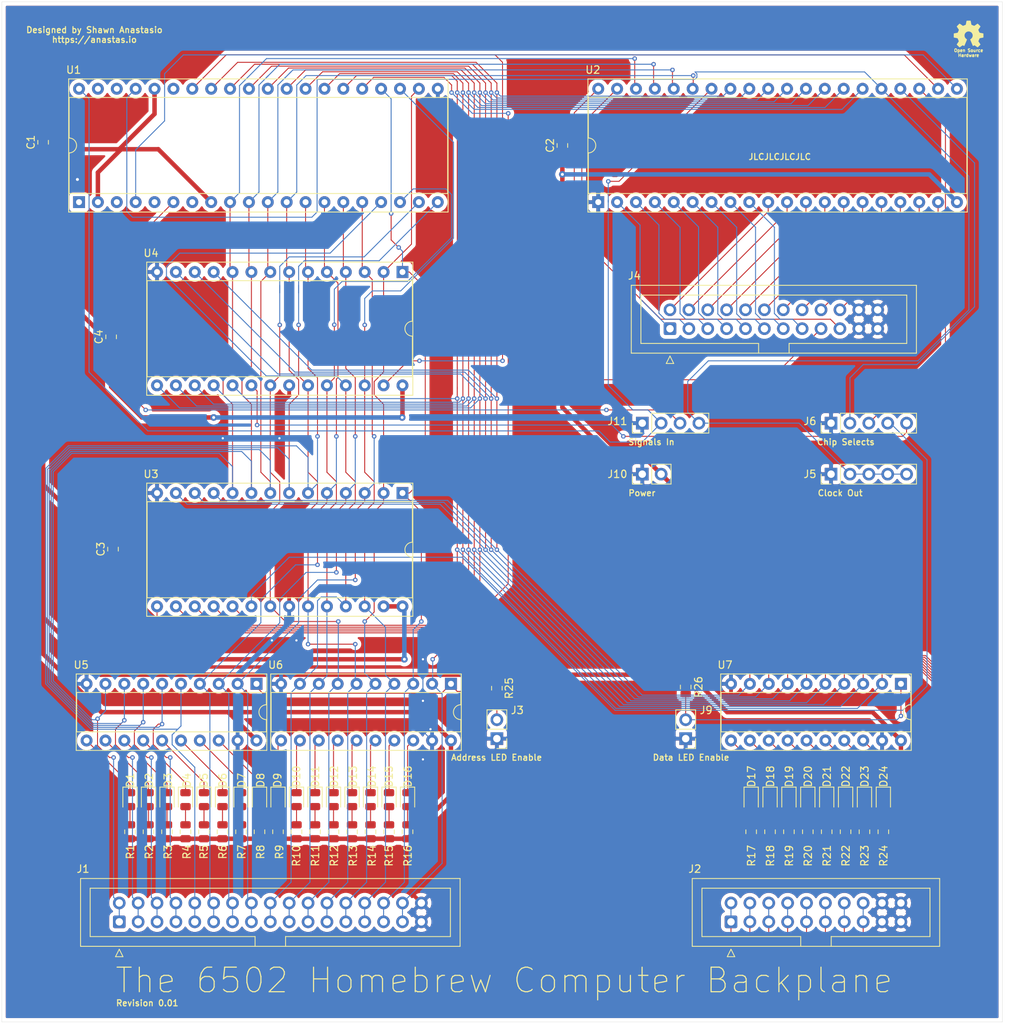
<source format=kicad_pcb>
(kicad_pcb (version 20171130) (host pcbnew "(5.1.6)-1")
  (title_block (title "6502 Homebrew Computer Backplane") (rev 0.01) (company "Shawn Anastasio"))
  (layers (0 Front signal) (31 Back signal) (34 B.Paste user) (35 F.Paste user) (36 B.SilkS user) (37 F.SilkS user) (38 B.Mask user) (39 F.Mask user) (44 Edge.Cuts user))
  (net 0 "")
  (net 1 +5V)
  (net 2 GND)
  (net 3 "Net-(D1-Pad2)")
  (net 4 "Net-(D1-Pad1)")
  (net 5 "Net-(D2-Pad2)")
  (net 6 "Net-(D3-Pad2)")
  (net 7 "Net-(D4-Pad2)")
  (net 8 "Net-(D5-Pad2)")
  (net 9 "Net-(D6-Pad2)")
  (net 10 "Net-(D7-Pad2)")
  (net 11 "Net-(D8-Pad2)")
  (net 12 "Net-(D9-Pad2)")
  (net 13 "Net-(D10-Pad2)")
  (net 14 "Net-(D11-Pad2)")
  (net 15 "Net-(D12-Pad2)")
  (net 16 "Net-(D13-Pad2)")
  (net 17 "Net-(D14-Pad2)")
  (net 18 "Net-(D15-Pad2)")
  (net 19 "Net-(D16-Pad2)")
  (net 20 "Net-(D17-Pad1)")
  (net 21 "Net-(D17-Pad2)")
  (net 22 "Net-(D18-Pad2)")
  (net 23 "Net-(D19-Pad2)")
  (net 24 "Net-(D20-Pad2)")
  (net 25 "Net-(D21-Pad2)")
  (net 26 "Net-(D22-Pad2)")
  (net 27 "Net-(D23-Pad2)")
  (net 28 "Net-(D24-Pad2)")
  (net 29 "Net-(J6-Pad2)")
  (net 30 "Net-(J6-Pad3)")
  (net 31 "Net-(J6-Pad4)")
  (net 32 ~RESET)
  (net 33 ~NMI)
  (net 34 CLK)
  (net 35 "Net-(U1-Pad4)")
  (net 36 ~CPU_RW)
  (net 37 A0)
  (net 38 A1)
  (net 39 A2)
  (net 40 A3)
  (net 41 A4)
  (net 42 A5)
  (net 43 A6)
  (net 44 A7)
  (net 45 A8)
  (net 46 A9)
  (net 47 A10)
  (net 48 A11)
  (net 49 A12)
  (net 50 A13)
  (net 51 A14)
  (net 52 A15)
  (net 53 D0)
  (net 54 D1)
  (net 55 D2)
  (net 56 D3)
  (net 57 D4)
  (net 58 D5)
  (net 59 D6)
  (net 60 D7)
  (net 61 "Net-(D2-Pad1)")
  (net 62 "Net-(D3-Pad1)")
  (net 63 "Net-(D4-Pad1)")
  (net 64 "Net-(D5-Pad1)")
  (net 65 "Net-(D6-Pad1)")
  (net 66 "Net-(D7-Pad1)")
  (net 67 "Net-(D8-Pad1)")
  (net 68 "Net-(D9-Pad1)")
  (net 69 "Net-(D10-Pad1)")
  (net 70 "Net-(D11-Pad1)")
  (net 71 "Net-(D12-Pad1)")
  (net 72 "Net-(D13-Pad1)")
  (net 73 "Net-(D14-Pad1)")
  (net 74 "Net-(D15-Pad1)")
  (net 75 "Net-(D16-Pad1)")
  (net 76 "Net-(D18-Pad1)")
  (net 77 "Net-(D19-Pad1)")
  (net 78 "Net-(D20-Pad1)")
  (net 79 "Net-(D21-Pad1)")
  (net 80 "Net-(D22-Pad1)")
  (net 81 "Net-(D23-Pad1)")
  (net 82 "Net-(D24-Pad1)")
  (net 83 "Net-(J3-Pad2)")
  (net 84 "Net-(J9-Pad2)")
  (net 85 PA0)
  (net 86 PA1)
  (net 87 PA2)
  (net 88 PA3)
  (net 89 PA4)
  (net 90 PA5)
  (net 91 PA6)
  (net 92 PA7)
  (net 93 PA8)
  (net 94 PA9)
  (net 95 PB0)
  (net 96 PB1)
  (net 97 PB2)
  (net 98 PB3)
  (net 99 PB4)
  (net 100 PB5)
  (net 101 PB6)
  (net 102 PB7)
  (net 103 PB8)
  (net 104 PB9)
  (net 105 "Net-(J6-Pad5)")
  (module OSHW-logo:OSHW-logo_silkscreen-front_4mm (layer Front) (at 154.216 29.718)
    (fp_text reference G*** hide)
    (fp_text value OSHW-logo_silkscreen-front_4mm hide)
  )
  (module Package_DIP:DIP-28_W15.24mm_Socket (layer Front) (at 78.058 91.44 270)
    (fp_text reference U3 (at -2.54 33.824 180) (layer F.SilkS))
    (fp_text value AT28C256)
    (pad 1 thru_hole rect (at 0 0 270) (size 1.6 1.6) (drill 0.8) (layers *.Cu *.Mask) (net 51 A14))
    (pad 15 thru_hole oval (at 15.24 33.02 270) (size 1.6 1.6) (drill 0.8) (layers *.Cu *.Mask) (net 56 D3))
    (pad 2 thru_hole oval (at 0 2.54 270) (size 1.6 1.6) (drill 0.8) (layers *.Cu *.Mask) (net 49 A12))
    (pad 16 thru_hole oval (at 15.24 30.48 270) (size 1.6 1.6) (drill 0.8) (layers *.Cu *.Mask) (net 57 D4))
    (pad 3 thru_hole oval (at 0 5.08 270) (size 1.6 1.6) (drill 0.8) (layers *.Cu *.Mask) (net 44 A7))
    (pad 17 thru_hole oval (at 15.24 27.94 270) (size 1.6 1.6) (drill 0.8) (layers *.Cu *.Mask) (net 58 D5))
    (pad 4 thru_hole oval (at 0 7.62 270) (size 1.6 1.6) (drill 0.8) (layers *.Cu *.Mask) (net 43 A6))
    (pad 18 thru_hole oval (at 15.24 25.4 270) (size 1.6 1.6) (drill 0.8) (layers *.Cu *.Mask) (net 59 D6))
    (pad 5 thru_hole oval (at 0 10.16 270) (size 1.6 1.6) (drill 0.8) (layers *.Cu *.Mask) (net 42 A5))
    (pad 19 thru_hole oval (at 15.24 22.86 270) (size 1.6 1.6) (drill 0.8) (layers *.Cu *.Mask) (net 60 D7))
    (pad 6 thru_hole oval (at 0 12.7 270) (size 1.6 1.6) (drill 0.8) (layers *.Cu *.Mask) (net 41 A4))
    (pad 20 thru_hole oval (at 15.24 20.32 270) (size 1.6 1.6) (drill 0.8) (layers *.Cu *.Mask) (net 31 "Net-(J6-Pad4)"))
    (pad 7 thru_hole oval (at 0 15.24 270) (size 1.6 1.6) (drill 0.8) (layers *.Cu *.Mask) (net 40 A3))
    (pad 21 thru_hole oval (at 15.24 17.78 270) (size 1.6 1.6) (drill 0.8) (layers *.Cu *.Mask) (net 47 A10))
    (pad 8 thru_hole oval (at 0 17.78 270) (size 1.6 1.6) (drill 0.8) (layers *.Cu *.Mask) (net 39 A2))
    (pad 22 thru_hole oval (at 15.24 15.24 270) (size 1.6 1.6) (drill 0.8) (layers *.Cu *.Mask) (net 2 GND))
    (pad 9 thru_hole oval (at 0 20.32 270) (size 1.6 1.6) (drill 0.8) (layers *.Cu *.Mask) (net 38 A1))
    (pad 23 thru_hole oval (at 15.24 12.7 270) (size 1.6 1.6) (drill 0.8) (layers *.Cu *.Mask) (net 48 A11))
    (pad 10 thru_hole oval (at 0 22.86 270) (size 1.6 1.6) (drill 0.8) (layers *.Cu *.Mask) (net 37 A0))
    (pad 24 thru_hole oval (at 15.24 10.16 270) (size 1.6 1.6) (drill 0.8) (layers *.Cu *.Mask) (net 46 A9))
    (pad 11 thru_hole oval (at 0 25.4 270) (size 1.6 1.6) (drill 0.8) (layers *.Cu *.Mask) (net 53 D0))
    (pad 25 thru_hole oval (at 15.24 7.62 270) (size 1.6 1.6) (drill 0.8) (layers *.Cu *.Mask) (net 45 A8))
    (pad 12 thru_hole oval (at 0 27.94 270) (size 1.6 1.6) (drill 0.8) (layers *.Cu *.Mask) (net 54 D1))
    (pad 26 thru_hole oval (at 15.24 5.08 270) (size 1.6 1.6) (drill 0.8) (layers *.Cu *.Mask) (net 50 A13))
    (pad 13 thru_hole oval (at 0 30.48 270) (size 1.6 1.6) (drill 0.8) (layers *.Cu *.Mask) (net 55 D2))
    (pad 27 thru_hole oval (at 15.24 2.54 270) (size 1.6 1.6) (drill 0.8) (layers *.Cu *.Mask) (net 1 +5V))
    (pad 14 thru_hole oval (at 0 33.02 270) (size 1.6 1.6) (drill 0.8) (layers *.Cu *.Mask) (net 2 GND))
    (pad 28 thru_hole oval (at 15.24 0 270) (size 1.6 1.6) (drill 0.8) (layers *.Cu *.Mask) (net 1 +5V))
  )
  (module Package_DIP:DIP-28_W15.24mm_Socket (layer Front) (at 78.058 61.722 270)
    (fp_text reference U4 (at -2.54 33.824 180) (layer F.SilkS))
    (fp_text value HM62256LP-70)
    (pad 28 thru_hole oval (at 15.24 0 270) (size 1.6 1.6) (drill 0.8) (layers *.Cu *.Mask) (net 1 +5V))
    (pad 14 thru_hole oval (at 0 33.02 270) (size 1.6 1.6) (drill 0.8) (layers *.Cu *.Mask) (net 2 GND))
    (pad 27 thru_hole oval (at 15.24 2.54 270) (size 1.6 1.6) (drill 0.8) (layers *.Cu *.Mask) (net 36 ~CPU_RW))
    (pad 13 thru_hole oval (at 0 30.48 270) (size 1.6 1.6) (drill 0.8) (layers *.Cu *.Mask) (net 55 D2))
    (pad 26 thru_hole oval (at 15.24 5.08 270) (size 1.6 1.6) (drill 0.8) (layers *.Cu *.Mask) (net 50 A13))
    (pad 12 thru_hole oval (at 0 27.94 270) (size 1.6 1.6) (drill 0.8) (layers *.Cu *.Mask) (net 54 D1))
    (pad 25 thru_hole oval (at 15.24 7.62 270) (size 1.6 1.6) (drill 0.8) (layers *.Cu *.Mask) (net 45 A8))
    (pad 11 thru_hole oval (at 0 25.4 270) (size 1.6 1.6) (drill 0.8) (layers *.Cu *.Mask) (net 53 D0))
    (pad 24 thru_hole oval (at 15.24 10.16 270) (size 1.6 1.6) (drill 0.8) (layers *.Cu *.Mask) (net 46 A9))
    (pad 10 thru_hole oval (at 0 22.86 270) (size 1.6 1.6) (drill 0.8) (layers *.Cu *.Mask) (net 37 A0))
    (pad 23 thru_hole oval (at 15.24 12.7 270) (size 1.6 1.6) (drill 0.8) (layers *.Cu *.Mask) (net 48 A11))
    (pad 9 thru_hole oval (at 0 20.32 270) (size 1.6 1.6) (drill 0.8) (layers *.Cu *.Mask) (net 38 A1))
    (pad 22 thru_hole oval (at 15.24 15.24 270) (size 1.6 1.6) (drill 0.8) (layers *.Cu *.Mask) (net 2 GND))
    (pad 8 thru_hole oval (at 0 17.78 270) (size 1.6 1.6) (drill 0.8) (layers *.Cu *.Mask) (net 39 A2))
    (pad 21 thru_hole oval (at 15.24 17.78 270) (size 1.6 1.6) (drill 0.8) (layers *.Cu *.Mask) (net 47 A10))
    (pad 7 thru_hole oval (at 0 15.24 270) (size 1.6 1.6) (drill 0.8) (layers *.Cu *.Mask) (net 40 A3))
    (pad 20 thru_hole oval (at 15.24 20.32 270) (size 1.6 1.6) (drill 0.8) (layers *.Cu *.Mask) (net 105 "Net-(J6-Pad5)"))
    (pad 6 thru_hole oval (at 0 12.7 270) (size 1.6 1.6) (drill 0.8) (layers *.Cu *.Mask) (net 41 A4))
    (pad 19 thru_hole oval (at 15.24 22.86 270) (size 1.6 1.6) (drill 0.8) (layers *.Cu *.Mask) (net 60 D7))
    (pad 5 thru_hole oval (at 0 10.16 270) (size 1.6 1.6) (drill 0.8) (layers *.Cu *.Mask) (net 42 A5))
    (pad 18 thru_hole oval (at 15.24 25.4 270) (size 1.6 1.6) (drill 0.8) (layers *.Cu *.Mask) (net 59 D6))
    (pad 4 thru_hole oval (at 0 7.62 270) (size 1.6 1.6) (drill 0.8) (layers *.Cu *.Mask) (net 43 A6))
    (pad 17 thru_hole oval (at 15.24 27.94 270) (size 1.6 1.6) (drill 0.8) (layers *.Cu *.Mask) (net 58 D5))
    (pad 3 thru_hole oval (at 0 5.08 270) (size 1.6 1.6) (drill 0.8) (layers *.Cu *.Mask) (net 44 A7))
    (pad 16 thru_hole oval (at 15.24 30.48 270) (size 1.6 1.6) (drill 0.8) (layers *.Cu *.Mask) (net 57 D4))
    (pad 2 thru_hole oval (at 0 2.54 270) (size 1.6 1.6) (drill 0.8) (layers *.Cu *.Mask) (net 49 A12))
    (pad 15 thru_hole oval (at 15.24 33.02 270) (size 1.6 1.6) (drill 0.8) (layers *.Cu *.Mask) (net 56 D3))
    (pad 1 thru_hole rect (at 0 0 270) (size 1.6 1.6) (drill 0.8) (layers *.Cu *.Mask) (net 51 A14))
  )
  (module Package_DIP:DIP-40_W15.24mm_Socket (layer Front) (at 104.394 52.324 90)
    (fp_text reference U2 (at 17.78 -0.724 180) (layer F.SilkS))
    (fp_text value 65c22)
    (pad 40 thru_hole oval (at 15.24 0 90) (size 1.6 1.6) (drill 0.8) (layers *.Cu *.Mask) (net 93 PA8))
    (pad 20 thru_hole oval (at 0 48.26 90) (size 1.6 1.6) (drill 0.8) (layers *.Cu *.Mask) (net 1 +5V))
    (pad 39 thru_hole oval (at 15.24 2.54 90) (size 1.6 1.6) (drill 0.8) (layers *.Cu *.Mask) (net 94 PA9))
    (pad 19 thru_hole oval (at 0 45.72 90) (size 1.6 1.6) (drill 0.8) (layers *.Cu *.Mask) (net 104 PB9))
    (pad 38 thru_hole oval (at 15.24 5.08 90) (size 1.6 1.6) (drill 0.8) (layers *.Cu *.Mask) (net 37 A0))
    (pad 18 thru_hole oval (at 0 43.18 90) (size 1.6 1.6) (drill 0.8) (layers *.Cu *.Mask) (net 103 PB8))
    (pad 37 thru_hole oval (at 15.24 7.62 90) (size 1.6 1.6) (drill 0.8) (layers *.Cu *.Mask) (net 38 A1))
    (pad 17 thru_hole oval (at 0 40.64 90) (size 1.6 1.6) (drill 0.8) (layers *.Cu *.Mask) (net 102 PB7))
    (pad 36 thru_hole oval (at 15.24 10.16 90) (size 1.6 1.6) (drill 0.8) (layers *.Cu *.Mask) (net 39 A2))
    (pad 16 thru_hole oval (at 0 38.1 90) (size 1.6 1.6) (drill 0.8) (layers *.Cu *.Mask) (net 101 PB6))
    (pad 35 thru_hole oval (at 15.24 12.7 90) (size 1.6 1.6) (drill 0.8) (layers *.Cu *.Mask) (net 40 A3))
    (pad 15 thru_hole oval (at 0 35.56 90) (size 1.6 1.6) (drill 0.8) (layers *.Cu *.Mask) (net 100 PB5))
    (pad 34 thru_hole oval (at 15.24 15.24 90) (size 1.6 1.6) (drill 0.8) (layers *.Cu *.Mask) (net 32 ~RESET))
    (pad 14 thru_hole oval (at 0 33.02 90) (size 1.6 1.6) (drill 0.8) (layers *.Cu *.Mask) (net 99 PB4))
    (pad 33 thru_hole oval (at 15.24 17.78 90) (size 1.6 1.6) (drill 0.8) (layers *.Cu *.Mask) (net 53 D0))
    (pad 13 thru_hole oval (at 0 30.48 90) (size 1.6 1.6) (drill 0.8) (layers *.Cu *.Mask) (net 98 PB3))
    (pad 32 thru_hole oval (at 15.24 20.32 90) (size 1.6 1.6) (drill 0.8) (layers *.Cu *.Mask) (net 54 D1))
    (pad 12 thru_hole oval (at 0 27.94 90) (size 1.6 1.6) (drill 0.8) (layers *.Cu *.Mask) (net 97 PB2))
    (pad 31 thru_hole oval (at 15.24 22.86 90) (size 1.6 1.6) (drill 0.8) (layers *.Cu *.Mask) (net 55 D2))
    (pad 11 thru_hole oval (at 0 25.4 90) (size 1.6 1.6) (drill 0.8) (layers *.Cu *.Mask) (net 96 PB1))
    (pad 30 thru_hole oval (at 15.24 25.4 90) (size 1.6 1.6) (drill 0.8) (layers *.Cu *.Mask) (net 56 D3))
    (pad 10 thru_hole oval (at 0 22.86 90) (size 1.6 1.6) (drill 0.8) (layers *.Cu *.Mask) (net 95 PB0))
    (pad 29 thru_hole oval (at 15.24 27.94 90) (size 1.6 1.6) (drill 0.8) (layers *.Cu *.Mask) (net 57 D4))
    (pad 9 thru_hole oval (at 0 20.32 90) (size 1.6 1.6) (drill 0.8) (layers *.Cu *.Mask) (net 92 PA7))
    (pad 28 thru_hole oval (at 15.24 30.48 90) (size 1.6 1.6) (drill 0.8) (layers *.Cu *.Mask) (net 58 D5))
    (pad 8 thru_hole oval (at 0 17.78 90) (size 1.6 1.6) (drill 0.8) (layers *.Cu *.Mask) (net 91 PA6))
    (pad 27 thru_hole oval (at 15.24 33.02 90) (size 1.6 1.6) (drill 0.8) (layers *.Cu *.Mask) (net 59 D6))
    (pad 7 thru_hole oval (at 0 15.24 90) (size 1.6 1.6) (drill 0.8) (layers *.Cu *.Mask) (net 90 PA5))
    (pad 26 thru_hole oval (at 15.24 35.56 90) (size 1.6 1.6) (drill 0.8) (layers *.Cu *.Mask) (net 60 D7))
    (pad 6 thru_hole oval (at 0 12.7 90) (size 1.6 1.6) (drill 0.8) (layers *.Cu *.Mask) (net 89 PA4))
    (pad 25 thru_hole oval (at 15.24 38.1 90) (size 1.6 1.6) (drill 0.8) (layers *.Cu *.Mask) (net 34 CLK))
    (pad 5 thru_hole oval (at 0 10.16 90) (size 1.6 1.6) (drill 0.8) (layers *.Cu *.Mask) (net 88 PA3))
    (pad 24 thru_hole oval (at 15.24 40.64 90) (size 1.6 1.6) (drill 0.8) (layers *.Cu *.Mask) (net 29 "Net-(J6-Pad2)"))
    (pad 4 thru_hole oval (at 0 7.62 90) (size 1.6 1.6) (drill 0.8) (layers *.Cu *.Mask) (net 87 PA2))
    (pad 23 thru_hole oval (at 15.24 43.18 90) (size 1.6 1.6) (drill 0.8) (layers *.Cu *.Mask) (net 30 "Net-(J6-Pad3)"))
    (pad 3 thru_hole oval (at 0 5.08 90) (size 1.6 1.6) (drill 0.8) (layers *.Cu *.Mask) (net 86 PA1))
    (pad 22 thru_hole oval (at 15.24 45.72 90) (size 1.6 1.6) (drill 0.8) (layers *.Cu *.Mask) (net 36 ~CPU_RW))
    (pad 2 thru_hole oval (at 0 2.54 90) (size 1.6 1.6) (drill 0.8) (layers *.Cu *.Mask) (net 85 PA0))
    (pad 21 thru_hole oval (at 15.24 48.26 90) (size 1.6 1.6) (drill 0.8) (layers *.Cu *.Mask) (net 35 "Net-(U1-Pad4)"))
    (pad 1 thru_hole rect (at 0 0 90) (size 1.6 1.6) (drill 0.8) (layers *.Cu *.Mask) (net 2 GND))
  )
  (module Resistor_SMD:R_0805_2012Metric (layer Front) (at 116.158 117.5235 90)
    (fp_text reference R26 (at 0 1.736 90) (layer F.SilkS))
    (fp_text value 10K)
    (pad 2 smd roundrect (at 0.9375 0 90) (size 0.975 1.4) (layers Front F.Paste F.Mask) (net 1 +5V))
    (pad 1 smd roundrect (at -0.9375 0 90) (size 0.975 1.4) (layers Front F.Paste F.Mask) (net 84 "Net-(J9-Pad2)"))
  )
  (module Connector_PinHeader_2.54mm:PinHeader_1x02_P2.54mm_Vertical (layer Front) (at 116.158 124.46 180)
    (fp_text reference J9 (at -2.752 3.81) (layer F.SilkS))
    (fp_text value "Data LED Enable")
    (pad 1 thru_hole rect (at 0 0 180) (size 1.7 1.7) (drill 1) (layers *.Cu *.Mask) (net 2 GND))
    (pad 2 thru_hole oval (at 0 2.54 180) (size 1.7 1.7) (drill 1) (layers *.Cu *.Mask) (net 84 "Net-(J9-Pad2)"))
  )
  (module Package_DIP:DIP-40_W15.24mm_Socket (layer Front) (at 34.544 52.324 90)
    (fp_text reference U1 (at 17.78 -0.724 180) (layer F.SilkS))
    (fp_text value 65c02)
    (pad 1 thru_hole rect (at 0 0 90) (size 1.6 1.6) (drill 0.8) (layers *.Cu *.Mask))
    (pad 21 thru_hole oval (at 15.24 48.26 90) (size 1.6 1.6) (drill 0.8) (layers *.Cu *.Mask) (net 2 GND))
    (pad 2 thru_hole oval (at 0 2.54 90) (size 1.6 1.6) (drill 0.8) (layers *.Cu *.Mask) (net 1 +5V))
    (pad 22 thru_hole oval (at 15.24 45.72 90) (size 1.6 1.6) (drill 0.8) (layers *.Cu *.Mask) (net 49 A12))
    (pad 3 thru_hole oval (at 0 5.08 90) (size 1.6 1.6) (drill 0.8) (layers *.Cu *.Mask))
    (pad 23 thru_hole oval (at 15.24 43.18 90) (size 1.6 1.6) (drill 0.8) (layers *.Cu *.Mask) (net 50 A13))
    (pad 4 thru_hole oval (at 0 7.62 90) (size 1.6 1.6) (drill 0.8) (layers *.Cu *.Mask) (net 35 "Net-(U1-Pad4)"))
    (pad 24 thru_hole oval (at 15.24 40.64 90) (size 1.6 1.6) (drill 0.8) (layers *.Cu *.Mask) (net 51 A14))
    (pad 5 thru_hole oval (at 0 10.16 90) (size 1.6 1.6) (drill 0.8) (layers *.Cu *.Mask))
    (pad 25 thru_hole oval (at 15.24 38.1 90) (size 1.6 1.6) (drill 0.8) (layers *.Cu *.Mask) (net 52 A15))
    (pad 6 thru_hole oval (at 0 12.7 90) (size 1.6 1.6) (drill 0.8) (layers *.Cu *.Mask) (net 33 ~NMI))
    (pad 26 thru_hole oval (at 15.24 35.56 90) (size 1.6 1.6) (drill 0.8) (layers *.Cu *.Mask) (net 60 D7))
    (pad 7 thru_hole oval (at 0 15.24 90) (size 1.6 1.6) (drill 0.8) (layers *.Cu *.Mask))
    (pad 27 thru_hole oval (at 15.24 33.02 90) (size 1.6 1.6) (drill 0.8) (layers *.Cu *.Mask) (net 59 D6))
    (pad 8 thru_hole oval (at 0 17.78 90) (size 1.6 1.6) (drill 0.8) (layers *.Cu *.Mask) (net 1 +5V))
    (pad 28 thru_hole oval (at 15.24 30.48 90) (size 1.6 1.6) (drill 0.8) (layers *.Cu *.Mask) (net 58 D5))
    (pad 9 thru_hole oval (at 0 20.32 90) (size 1.6 1.6) (drill 0.8) (layers *.Cu *.Mask) (net 37 A0))
    (pad 29 thru_hole oval (at 15.24 27.94 90) (size 1.6 1.6) (drill 0.8) (layers *.Cu *.Mask) (net 57 D4))
    (pad 10 thru_hole oval (at 0 22.86 90) (size 1.6 1.6) (drill 0.8) (layers *.Cu *.Mask) (net 38 A1))
    (pad 30 thru_hole oval (at 15.24 25.4 90) (size 1.6 1.6) (drill 0.8) (layers *.Cu *.Mask) (net 56 D3))
    (pad 11 thru_hole oval (at 0 25.4 90) (size 1.6 1.6) (drill 0.8) (layers *.Cu *.Mask) (net 39 A2))
    (pad 31 thru_hole oval (at 15.24 22.86 90) (size 1.6 1.6) (drill 0.8) (layers *.Cu *.Mask) (net 55 D2))
    (pad 12 thru_hole oval (at 0 27.94 90) (size 1.6 1.6) (drill 0.8) (layers *.Cu *.Mask) (net 40 A3))
    (pad 32 thru_hole oval (at 15.24 20.32 90) (size 1.6 1.6) (drill 0.8) (layers *.Cu *.Mask) (net 54 D1))
    (pad 13 thru_hole oval (at 0 30.48 90) (size 1.6 1.6) (drill 0.8) (layers *.Cu *.Mask) (net 41 A4))
    (pad 33 thru_hole oval (at 15.24 17.78 90) (size 1.6 1.6) (drill 0.8) (layers *.Cu *.Mask) (net 53 D0))
    (pad 14 thru_hole oval (at 0 33.02 90) (size 1.6 1.6) (drill 0.8) (layers *.Cu *.Mask) (net 42 A5))
    (pad 34 thru_hole oval (at 15.24 15.24 90) (size 1.6 1.6) (drill 0.8) (layers *.Cu *.Mask) (net 36 ~CPU_RW))
    (pad 15 thru_hole oval (at 0 35.56 90) (size 1.6 1.6) (drill 0.8) (layers *.Cu *.Mask) (net 43 A6))
    (pad 35 thru_hole oval (at 15.24 12.7 90) (size 1.6 1.6) (drill 0.8) (layers *.Cu *.Mask))
    (pad 16 thru_hole oval (at 0 38.1 90) (size 1.6 1.6) (drill 0.8) (layers *.Cu *.Mask) (net 44 A7))
    (pad 36 thru_hole oval (at 15.24 10.16 90) (size 1.6 1.6) (drill 0.8) (layers *.Cu *.Mask) (net 1 +5V))
    (pad 17 thru_hole oval (at 0 40.64 90) (size 1.6 1.6) (drill 0.8) (layers *.Cu *.Mask) (net 45 A8))
    (pad 37 thru_hole oval (at 15.24 7.62 90) (size 1.6 1.6) (drill 0.8) (layers *.Cu *.Mask) (net 34 CLK))
    (pad 18 thru_hole oval (at 0 43.18 90) (size 1.6 1.6) (drill 0.8) (layers *.Cu *.Mask) (net 46 A9))
    (pad 38 thru_hole oval (at 15.24 5.08 90) (size 1.6 1.6) (drill 0.8) (layers *.Cu *.Mask))
    (pad 19 thru_hole oval (at 0 45.72 90) (size 1.6 1.6) (drill 0.8) (layers *.Cu *.Mask) (net 47 A10))
    (pad 39 thru_hole oval (at 15.24 2.54 90) (size 1.6 1.6) (drill 0.8) (layers *.Cu *.Mask))
    (pad 20 thru_hole oval (at 0 48.26 90) (size 1.6 1.6) (drill 0.8) (layers *.Cu *.Mask) (net 48 A11))
    (pad 40 thru_hole oval (at 15.24 0 90) (size 1.6 1.6) (drill 0.8) (layers *.Cu *.Mask) (net 32 ~RESET))
  )
  (module Package_DIP:DIP-20_W7.62mm_Socket (layer Front) (at 145.114 117.094 270)
    (fp_text reference U7 (at -2.54 23.664 180) (layer F.SilkS))
    (fp_text value 74LS540)
    (pad 1 thru_hole rect (at 0 0 270) (size 1.6 1.6) (drill 0.8) (layers *.Cu *.Mask) (net 84 "Net-(J9-Pad2)"))
    (pad 11 thru_hole oval (at 7.62 22.86 270) (size 1.6 1.6) (drill 0.8) (layers *.Cu *.Mask) (net 20 "Net-(D17-Pad1)"))
    (pad 2 thru_hole oval (at 0 2.54 270) (size 1.6 1.6) (drill 0.8) (layers *.Cu *.Mask) (net 60 D7))
    (pad 12 thru_hole oval (at 7.62 20.32 270) (size 1.6 1.6) (drill 0.8) (layers *.Cu *.Mask) (net 76 "Net-(D18-Pad1)"))
    (pad 3 thru_hole oval (at 0 5.08 270) (size 1.6 1.6) (drill 0.8) (layers *.Cu *.Mask) (net 59 D6))
    (pad 13 thru_hole oval (at 7.62 17.78 270) (size 1.6 1.6) (drill 0.8) (layers *.Cu *.Mask) (net 77 "Net-(D19-Pad1)"))
    (pad 4 thru_hole oval (at 0 7.62 270) (size 1.6 1.6) (drill 0.8) (layers *.Cu *.Mask) (net 58 D5))
    (pad 14 thru_hole oval (at 7.62 15.24 270) (size 1.6 1.6) (drill 0.8) (layers *.Cu *.Mask) (net 78 "Net-(D20-Pad1)"))
    (pad 5 thru_hole oval (at 0 10.16 270) (size 1.6 1.6) (drill 0.8) (layers *.Cu *.Mask) (net 57 D4))
    (pad 15 thru_hole oval (at 7.62 12.7 270) (size 1.6 1.6) (drill 0.8) (layers *.Cu *.Mask) (net 79 "Net-(D21-Pad1)"))
    (pad 6 thru_hole oval (at 0 12.7 270) (size 1.6 1.6) (drill 0.8) (layers *.Cu *.Mask) (net 56 D3))
    (pad 16 thru_hole oval (at 7.62 10.16 270) (size 1.6 1.6) (drill 0.8) (layers *.Cu *.Mask) (net 80 "Net-(D22-Pad1)"))
    (pad 7 thru_hole oval (at 0 15.24 270) (size 1.6 1.6) (drill 0.8) (layers *.Cu *.Mask) (net 55 D2))
    (pad 17 thru_hole oval (at 7.62 7.62 270) (size 1.6 1.6) (drill 0.8) (layers *.Cu *.Mask) (net 81 "Net-(D23-Pad1)"))
    (pad 8 thru_hole oval (at 0 17.78 270) (size 1.6 1.6) (drill 0.8) (layers *.Cu *.Mask) (net 54 D1))
    (pad 18 thru_hole oval (at 7.62 5.08 270) (size 1.6 1.6) (drill 0.8) (layers *.Cu *.Mask) (net 82 "Net-(D24-Pad1)"))
    (pad 9 thru_hole oval (at 0 20.32 270) (size 1.6 1.6) (drill 0.8) (layers *.Cu *.Mask) (net 53 D0))
    (pad 19 thru_hole oval (at 7.62 2.54 270) (size 1.6 1.6) (drill 0.8) (layers *.Cu *.Mask) (net 2 GND))
    (pad 10 thru_hole oval (at 0 22.86 270) (size 1.6 1.6) (drill 0.8) (layers *.Cu *.Mask) (net 2 GND))
    (pad 20 thru_hole oval (at 7.62 0 270) (size 1.6 1.6) (drill 0.8) (layers *.Cu *.Mask) (net 1 +5V))
  )
  (module Capacitor_SMD:C_0805_2012Metric (layer Front) (at 29.718 44.2745 90)
    (fp_text reference C1 (at 0 -1.65 90) (layer F.SilkS))
    (fp_text value C_Bypass_U1)
    (pad 1 smd roundrect (at -0.9375 0 90) (size 0.975 1.4) (layers Front F.Paste F.Mask) (net 1 +5V))
    (pad 2 smd roundrect (at 0.9375 0 90) (size 0.975 1.4) (layers Front F.Paste F.Mask) (net 2 GND))
  )
  (module Capacitor_SMD:C_0805_2012Metric (layer Front) (at 99.568 44.704 90)
    (fp_text reference C2 (at 0 -1.65 90) (layer F.SilkS))
    (fp_text value C_Bypass_U2)
    (pad 2 smd roundrect (at 0.9375 0 90) (size 0.975 1.4) (layers Front F.Paste F.Mask) (net 2 GND))
    (pad 1 smd roundrect (at -0.9375 0 90) (size 0.975 1.4) (layers Front F.Paste F.Mask) (net 1 +5V))
  )
  (module Capacitor_SMD:C_0805_2012Metric (layer Front) (at 39.116 98.9815 90)
    (fp_text reference C3 (at 0 -1.65 90) (layer F.SilkS))
    (fp_text value C_Bypass_U3)
    (pad 1 smd roundrect (at -0.9375 0 90) (size 0.975 1.4) (layers Front F.Paste F.Mask) (net 1 +5V))
    (pad 2 smd roundrect (at 0.9375 0 90) (size 0.975 1.4) (layers Front F.Paste F.Mask) (net 2 GND))
  )
  (module Capacitor_SMD:C_0805_2012Metric (layer Front) (at 38.862 70.4365 90)
    (fp_text reference C4 (at 0 -1.65 90) (layer F.SilkS))
    (fp_text value C_Bypass_U4)
    (pad 2 smd roundrect (at 0.9375 0 90) (size 0.975 1.4) (layers Front F.Paste F.Mask) (net 2 GND))
    (pad 1 smd roundrect (at -0.9375 0 90) (size 0.975 1.4) (layers Front F.Paste F.Mask) (net 1 +5V))
  )
  (module Connector_PinHeader_2.54mm:PinHeader_1x05_P2.54mm_Vertical (layer Front) (at 135.716 82.042 90)
    (fp_text reference J6 (at 0.254 -2.836 180) (layer F.SilkS))
    (fp_text value "CS Header")
    (pad 1 thru_hole rect (at 0 0 90) (size 1.7 1.7) (drill 1) (layers *.Cu *.Mask) (net 2 GND))
    (pad 2 thru_hole oval (at 0 2.54 90) (size 1.7 1.7) (drill 1) (layers *.Cu *.Mask) (net 29 "Net-(J6-Pad2)"))
    (pad 3 thru_hole oval (at 0 5.08 90) (size 1.7 1.7) (drill 1) (layers *.Cu *.Mask) (net 30 "Net-(J6-Pad3)"))
    (pad 4 thru_hole oval (at 0 7.62 90) (size 1.7 1.7) (drill 1) (layers *.Cu *.Mask) (net 31 "Net-(J6-Pad4)"))
    (pad 5 thru_hole oval (at 0 10.16 90) (size 1.7 1.7) (drill 1) (layers *.Cu *.Mask) (net 105 "Net-(J6-Pad5)"))
  )
  (module Connector_PinHeader_2.54mm:PinHeader_1x02_P2.54mm_Vertical (layer Front) (at 110.316 88.9 90)
    (fp_text reference J10 (at 0 -3.344 180) (layer F.SilkS))
    (fp_text value Power)
    (pad 1 thru_hole rect (at 0 0 90) (size 1.7 1.7) (drill 1) (layers *.Cu *.Mask) (net 2 GND))
    (pad 2 thru_hole oval (at 0 2.54 90) (size 1.7 1.7) (drill 1) (layers *.Cu *.Mask) (net 1 +5V))
  )
  (module Connector_PinHeader_2.54mm:PinHeader_1x04_P2.54mm_Vertical (layer Front) (at 110.316 82.042 90)
    (fp_text reference J11 (at 0.254 -3.344 180) (layer F.SilkS))
    (fp_text value "Signals In")
    (pad 1 thru_hole rect (at 0 0 90) (size 1.7 1.7) (drill 1) (layers *.Cu *.Mask) (net 2 GND))
    (pad 2 thru_hole oval (at 0 2.54 90) (size 1.7 1.7) (drill 1) (layers *.Cu *.Mask) (net 32 ~RESET))
    (pad 3 thru_hole oval (at 0 5.08 90) (size 1.7 1.7) (drill 1) (layers *.Cu *.Mask) (net 33 ~NMI))
    (pad 4 thru_hole oval (at 0 7.62 90) (size 1.7 1.7) (drill 1) (layers *.Cu *.Mask) (net 34 CLK))
  )
  (module LED_SMD:LED_0805_2012Metric (layer Front) (at 58.8264 132.6665 270)
    (fp_text reference D8 (at -2.6185 -0.1396 90) (layer F.SilkS))
    (fp_text value LED)
    (pad 2 smd roundrect (at 0.9375 0 270) (size 0.975 1.4) (layers Front F.Paste F.Mask) (net 11 "Net-(D8-Pad2)"))
    (pad 1 smd roundrect (at -0.9375 0 270) (size 0.975 1.4) (layers Front F.Paste F.Mask) (net 67 "Net-(D8-Pad1)"))
  )
  (module LED_SMD:LED_0805_2012Metric (layer Front) (at 56.3372 132.6665 270)
    (fp_text reference D7 (at -2.6185 -0.0888 90) (layer F.SilkS))
    (fp_text value LED)
    (pad 1 smd roundrect (at -0.9375 0 270) (size 0.975 1.4) (layers Front F.Paste F.Mask) (net 66 "Net-(D7-Pad1)"))
    (pad 2 smd roundrect (at 0.9375 0 270) (size 0.975 1.4) (layers Front F.Paste F.Mask) (net 10 "Net-(D7-Pad2)"))
  )
  (module LED_SMD:LED_0805_2012Metric (layer Front) (at 53.848 132.6665 270)
    (fp_text reference D6 (at -2.6185 -0.038 90) (layer F.SilkS))
    (fp_text value LED)
    (pad 2 smd roundrect (at 0.9375 0 270) (size 0.975 1.4) (layers Front F.Paste F.Mask) (net 9 "Net-(D6-Pad2)"))
    (pad 1 smd roundrect (at -0.9375 0 270) (size 0.975 1.4) (layers Front F.Paste F.Mask) (net 65 "Net-(D6-Pad1)"))
  )
  (module LED_SMD:LED_0805_2012Metric (layer Front) (at 51.3588 132.6665 270)
    (fp_text reference D5 (at -2.6185 0.0128 90) (layer F.SilkS))
    (fp_text value LED)
    (pad 1 smd roundrect (at -0.9375 0 270) (size 0.975 1.4) (layers Front F.Paste F.Mask) (net 64 "Net-(D5-Pad1)"))
    (pad 2 smd roundrect (at 0.9375 0 270) (size 0.975 1.4) (layers Front F.Paste F.Mask) (net 8 "Net-(D5-Pad2)"))
  )
  (module LED_SMD:LED_0805_2012Metric (layer Front) (at 48.8696 132.6665 270)
    (fp_text reference D4 (at -2.6185 -0.1904 90) (layer F.SilkS))
    (fp_text value LED)
    (pad 2 smd roundrect (at 0.9375 0 270) (size 0.975 1.4) (layers Front F.Paste F.Mask) (net 7 "Net-(D4-Pad2)"))
    (pad 1 smd roundrect (at -0.9375 0 270) (size 0.975 1.4) (layers Front F.Paste F.Mask) (net 63 "Net-(D4-Pad1)"))
  )
  (module LED_SMD:LED_0805_2012Metric (layer Front) (at 46.3804 132.6665 270)
    (fp_text reference D3 (at -2.6185 -0.1396 90) (layer F.SilkS))
    (fp_text value LED)
    (pad 2 smd roundrect (at 0.9375 0 270) (size 0.975 1.4) (layers Front F.Paste F.Mask) (net 6 "Net-(D3-Pad2)"))
    (pad 1 smd roundrect (at -0.9375 0 270) (size 0.975 1.4) (layers Front F.Paste F.Mask) (net 62 "Net-(D3-Pad1)"))
  )
  (module LED_SMD:LED_0805_2012Metric (layer Front) (at 43.8912 132.6665 270)
    (fp_text reference D2 (at -2.6185 -0.0888 90) (layer F.SilkS))
    (fp_text value LED)
    (pad 2 smd roundrect (at 0.9375 0 270) (size 0.975 1.4) (layers Front F.Paste F.Mask) (net 5 "Net-(D2-Pad2)"))
    (pad 1 smd roundrect (at -0.9375 0 270) (size 0.975 1.4) (layers Front F.Paste F.Mask) (net 61 "Net-(D2-Pad1)"))
  )
  (module LED_SMD:LED_0805_2012Metric (layer Front) (at 41.402 132.6665 270)
    (fp_text reference D1 (at -2.6185 -0.038 90) (layer F.SilkS))
    (fp_text value LED)
    (pad 1 smd roundrect (at -0.9375 0 270) (size 0.975 1.4) (layers Front F.Paste F.Mask) (net 4 "Net-(D1-Pad1)"))
    (pad 2 smd roundrect (at 0.9375 0 270) (size 0.975 1.4) (layers Front F.Paste F.Mask) (net 3 "Net-(D1-Pad2)"))
  )
  (module LED_SMD:LED_0805_2012Metric (layer Front) (at 78.74 132.6665 270)
    (fp_text reference D16 (at -3.1265 -0.038 90) (layer F.SilkS))
    (fp_text value LED)
    (pad 2 smd roundrect (at 0.9375 0 270) (size 0.975 1.4) (layers Front F.Paste F.Mask) (net 19 "Net-(D16-Pad2)"))
    (pad 1 smd roundrect (at -0.9375 0 270) (size 0.975 1.4) (layers Front F.Paste F.Mask) (net 75 "Net-(D16-Pad1)"))
  )
  (module LED_SMD:LED_0805_2012Metric (layer Front) (at 76.2508 132.6665 270)
    (fp_text reference D15 (at -3.1265 0.0128 90) (layer F.SilkS))
    (fp_text value LED)
    (pad 1 smd roundrect (at -0.9375 0 270) (size 0.975 1.4) (layers Front F.Paste F.Mask) (net 74 "Net-(D15-Pad1)"))
    (pad 2 smd roundrect (at 0.9375 0 270) (size 0.975 1.4) (layers Front F.Paste F.Mask) (net 18 "Net-(D15-Pad2)"))
  )
  (module LED_SMD:LED_0805_2012Metric (layer Front) (at 73.7616 132.6665 270)
    (fp_text reference D14 (at -3.1265 -0.1904 90) (layer F.SilkS))
    (fp_text value LED)
    (pad 2 smd roundrect (at 0.9375 0 270) (size 0.975 1.4) (layers Front F.Paste F.Mask) (net 17 "Net-(D14-Pad2)"))
    (pad 1 smd roundrect (at -0.9375 0 270) (size 0.975 1.4) (layers Front F.Paste F.Mask) (net 73 "Net-(D14-Pad1)"))
  )
  (module LED_SMD:LED_0805_2012Metric (layer Front) (at 71.2724 132.6665 270)
    (fp_text reference D13 (at -3.1265 -0.1396 90) (layer F.SilkS))
    (fp_text value LED)
    (pad 1 smd roundrect (at -0.9375 0 270) (size 0.975 1.4) (layers Front F.Paste F.Mask) (net 72 "Net-(D13-Pad1)"))
    (pad 2 smd roundrect (at 0.9375 0 270) (size 0.975 1.4) (layers Front F.Paste F.Mask) (net 16 "Net-(D13-Pad2)"))
  )
  (module LED_SMD:LED_0805_2012Metric (layer Front) (at 68.7832 132.6665 270)
    (fp_text reference D12 (at -3.1265 -0.0888 90) (layer F.SilkS))
    (fp_text value LED)
    (pad 1 smd roundrect (at -0.9375 0 270) (size 0.975 1.4) (layers Front F.Paste F.Mask) (net 71 "Net-(D12-Pad1)"))
    (pad 2 smd roundrect (at 0.9375 0 270) (size 0.975 1.4) (layers Front F.Paste F.Mask) (net 15 "Net-(D12-Pad2)"))
  )
  (module LED_SMD:LED_0805_2012Metric (layer Front) (at 66.294 132.6665 270)
    (fp_text reference D11 (at -3.1265 -0.038 90) (layer F.SilkS))
    (fp_text value LED)
    (pad 2 smd roundrect (at 0.9375 0 270) (size 0.975 1.4) (layers Front F.Paste F.Mask) (net 14 "Net-(D11-Pad2)"))
    (pad 1 smd roundrect (at -0.9375 0 270) (size 0.975 1.4) (layers Front F.Paste F.Mask) (net 70 "Net-(D11-Pad1)"))
  )
  (module LED_SMD:LED_0805_2012Metric (layer Front) (at 63.8048 132.6665 270)
    (fp_text reference D10 (at -3.1265 0.0128 90) (layer F.SilkS))
    (fp_text value LED)
    (pad 1 smd roundrect (at -0.9375 0 270) (size 0.975 1.4) (layers Front F.Paste F.Mask) (net 69 "Net-(D10-Pad1)"))
    (pad 2 smd roundrect (at 0.9375 0 270) (size 0.975 1.4) (layers Front F.Paste F.Mask) (net 13 "Net-(D10-Pad2)"))
  )
  (module LED_SMD:LED_0805_2012Metric (layer Front) (at 61.3156 132.6665 270)
    (fp_text reference D9 (at -2.6185 0.0636 90) (layer F.SilkS))
    (fp_text value LED)
    (pad 1 smd roundrect (at -0.9375 0 270) (size 0.975 1.4) (layers Front F.Paste F.Mask) (net 68 "Net-(D9-Pad1)"))
    (pad 2 smd roundrect (at 0.9375 0 270) (size 0.975 1.4) (layers Front F.Paste F.Mask) (net 12 "Net-(D9-Pad2)"))
  )
  (module LED_SMD:LED_0805_2012Metric (layer Front) (at 142.748 132.6665 270)
    (fp_text reference D24 (at -3.1265 -0.038 90) (layer F.SilkS))
    (fp_text value LED)
    (pad 2 smd roundrect (at 0.9375 0 270) (size 0.975 1.4) (layers Front F.Paste F.Mask) (net 28 "Net-(D24-Pad2)"))
    (pad 1 smd roundrect (at -0.9375 0 270) (size 0.975 1.4) (layers Front F.Paste F.Mask) (net 82 "Net-(D24-Pad1)"))
  )
  (module LED_SMD:LED_0805_2012Metric (layer Front) (at 140.208 132.6665 270)
    (fp_text reference D23 (at -3.1265 -0.038 90) (layer F.SilkS))
    (fp_text value LED)
    (pad 1 smd roundrect (at -0.9375 0 270) (size 0.975 1.4) (layers Front F.Paste F.Mask) (net 81 "Net-(D23-Pad1)"))
    (pad 2 smd roundrect (at 0.9375 0 270) (size 0.975 1.4) (layers Front F.Paste F.Mask) (net 27 "Net-(D23-Pad2)"))
  )
  (module LED_SMD:LED_0805_2012Metric (layer Front) (at 137.668 132.6665 270)
    (fp_text reference D22 (at -3.1265 -0.038 90) (layer F.SilkS))
    (fp_text value LED)
    (pad 2 smd roundrect (at 0.9375 0 270) (size 0.975 1.4) (layers Front F.Paste F.Mask) (net 26 "Net-(D22-Pad2)"))
    (pad 1 smd roundrect (at -0.9375 0 270) (size 0.975 1.4) (layers Front F.Paste F.Mask) (net 80 "Net-(D22-Pad1)"))
  )
  (module LED_SMD:LED_0805_2012Metric (layer Front) (at 135.128 132.6665 270)
    (fp_text reference D21 (at -3.1265 -0.038 90) (layer F.SilkS))
    (fp_text value LED)
    (pad 1 smd roundrect (at -0.9375 0 270) (size 0.975 1.4) (layers Front F.Paste F.Mask) (net 79 "Net-(D21-Pad1)"))
    (pad 2 smd roundrect (at 0.9375 0 270) (size 0.975 1.4) (layers Front F.Paste F.Mask) (net 25 "Net-(D21-Pad2)"))
  )
  (module LED_SMD:LED_0805_2012Metric (layer Front) (at 132.588 132.6665 270)
    (fp_text reference D20 (at -3.1265 -0.038 90) (layer F.SilkS))
    (fp_text value LED)
    (pad 2 smd roundrect (at 0.9375 0 270) (size 0.975 1.4) (layers Front F.Paste F.Mask) (net 24 "Net-(D20-Pad2)"))
    (pad 1 smd roundrect (at -0.9375 0 270) (size 0.975 1.4) (layers Front F.Paste F.Mask) (net 78 "Net-(D20-Pad1)"))
  )
  (module LED_SMD:LED_0805_2012Metric (layer Front) (at 130.048 132.6665 270)
    (fp_text reference D19 (at -3.1265 -0.038 90) (layer F.SilkS))
    (fp_text value LED)
    (pad 1 smd roundrect (at -0.9375 0 270) (size 0.975 1.4) (layers Front F.Paste F.Mask) (net 77 "Net-(D19-Pad1)"))
    (pad 2 smd roundrect (at 0.9375 0 270) (size 0.975 1.4) (layers Front F.Paste F.Mask) (net 23 "Net-(D19-Pad2)"))
  )
  (module LED_SMD:LED_0805_2012Metric (layer Front) (at 127.508 132.6665 270)
    (fp_text reference D18 (at -3.1265 -0.038 90) (layer F.SilkS))
    (fp_text value LED)
    (pad 2 smd roundrect (at 0.9375 0 270) (size 0.975 1.4) (layers Front F.Paste F.Mask) (net 22 "Net-(D18-Pad2)"))
    (pad 1 smd roundrect (at -0.9375 0 270) (size 0.975 1.4) (layers Front F.Paste F.Mask) (net 76 "Net-(D18-Pad1)"))
  )
  (module LED_SMD:LED_0805_2012Metric (layer Front) (at 124.968 132.6665 270)
    (fp_text reference D17 (at -3.1265 -0.038 90) (layer F.SilkS))
    (fp_text value LED)
    (pad 1 smd roundrect (at -0.9375 0 270) (size 0.975 1.4) (layers Front F.Paste F.Mask) (net 20 "Net-(D17-Pad1)"))
    (pad 2 smd roundrect (at 0.9375 0 270) (size 0.975 1.4) (layers Front F.Paste F.Mask) (net 21 "Net-(D17-Pad2)"))
  )
  (module Resistor_SMD:R_0805_2012Metric (layer Front) (at 58.8264 136.9845 270)
    (fp_text reference R8 (at 2.7155 -0.1396 90) (layer F.SilkS))
    (fp_text value 330)
    (pad 2 smd roundrect (at 0.9375 0 270) (size 0.975 1.4) (layers Front F.Paste F.Mask) (net 1 +5V))
    (pad 1 smd roundrect (at -0.9375 0 270) (size 0.975 1.4) (layers Front F.Paste F.Mask) (net 11 "Net-(D8-Pad2)"))
  )
  (module Resistor_SMD:R_0805_2012Metric (layer Front) (at 56.3372 136.9845 270)
    (fp_text reference R7 (at 2.7155 -0.0888 90) (layer F.SilkS))
    (fp_text value 330)
    (pad 1 smd roundrect (at -0.9375 0 270) (size 0.975 1.4) (layers Front F.Paste F.Mask) (net 10 "Net-(D7-Pad2)"))
    (pad 2 smd roundrect (at 0.9375 0 270) (size 0.975 1.4) (layers Front F.Paste F.Mask) (net 1 +5V))
  )
  (module Resistor_SMD:R_0805_2012Metric (layer Front) (at 53.848 136.9845 270)
    (fp_text reference R6 (at 2.7155 -0.038 90) (layer F.SilkS))
    (fp_text value 330)
    (pad 2 smd roundrect (at 0.9375 0 270) (size 0.975 1.4) (layers Front F.Paste F.Mask) (net 1 +5V))
    (pad 1 smd roundrect (at -0.9375 0 270) (size 0.975 1.4) (layers Front F.Paste F.Mask) (net 9 "Net-(D6-Pad2)"))
  )
  (module Resistor_SMD:R_0805_2012Metric (layer Front) (at 51.3588 136.9845 270)
    (fp_text reference R5 (at 2.7155 0.0128 90) (layer F.SilkS))
    (fp_text value 330)
    (pad 1 smd roundrect (at -0.9375 0 270) (size 0.975 1.4) (layers Front F.Paste F.Mask) (net 8 "Net-(D5-Pad2)"))
    (pad 2 smd roundrect (at 0.9375 0 270) (size 0.975 1.4) (layers Front F.Paste F.Mask) (net 1 +5V))
  )
  (module Resistor_SMD:R_0805_2012Metric (layer Front) (at 48.8696 136.9845 270)
    (fp_text reference R4 (at 2.7155 -0.1904 90) (layer F.SilkS))
    (fp_text value 330)
    (pad 1 smd roundrect (at -0.9375 0 270) (size 0.975 1.4) (layers Front F.Paste F.Mask) (net 7 "Net-(D4-Pad2)"))
    (pad 2 smd roundrect (at 0.9375 0 270) (size 0.975 1.4) (layers Front F.Paste F.Mask) (net 1 +5V))
  )
  (module Resistor_SMD:R_0805_2012Metric (layer Front) (at 46.3804 136.9845 270)
    (fp_text reference R3 (at 2.7155 -0.1396 90) (layer F.SilkS))
    (fp_text value 330)
    (pad 2 smd roundrect (at 0.9375 0 270) (size 0.975 1.4) (layers Front F.Paste F.Mask) (net 1 +5V))
    (pad 1 smd roundrect (at -0.9375 0 270) (size 0.975 1.4) (layers Front F.Paste F.Mask) (net 6 "Net-(D3-Pad2)"))
  )
  (module Resistor_SMD:R_0805_2012Metric (layer Front) (at 43.8912 136.9845 270)
    (fp_text reference R2 (at 2.7155 -0.0888 90) (layer F.SilkS))
    (fp_text value 330)
    (pad 2 smd roundrect (at 0.9375 0 270) (size 0.975 1.4) (layers Front F.Paste F.Mask) (net 1 +5V))
    (pad 1 smd roundrect (at -0.9375 0 270) (size 0.975 1.4) (layers Front F.Paste F.Mask) (net 5 "Net-(D2-Pad2)"))
  )
  (module Resistor_SMD:R_0805_2012Metric (layer Front) (at 41.402 136.9845 270)
    (fp_text reference R1 (at 2.7155 -0.038 90) (layer F.SilkS))
    (fp_text value 330)
    (pad 2 smd roundrect (at 0.9375 0 270) (size 0.975 1.4) (layers Front F.Paste F.Mask) (net 1 +5V))
    (pad 1 smd roundrect (at -0.9375 0 270) (size 0.975 1.4) (layers Front F.Paste F.Mask) (net 3 "Net-(D1-Pad2)"))
  )
  (module Resistor_SMD:R_0805_2012Metric (layer Front) (at 78.74 136.9845 270)
    (fp_text reference R16 (at 3.2235 -0.038 90) (layer F.SilkS))
    (fp_text value 330)
    (pad 2 smd roundrect (at 0.9375 0 270) (size 0.975 1.4) (layers Front F.Paste F.Mask) (net 1 +5V))
    (pad 1 smd roundrect (at -0.9375 0 270) (size 0.975 1.4) (layers Front F.Paste F.Mask) (net 19 "Net-(D16-Pad2)"))
  )
  (module Resistor_SMD:R_0805_2012Metric (layer Front) (at 76.2508 136.9845 270)
    (fp_text reference R15 (at 3.2235 0.0128 90) (layer F.SilkS))
    (fp_text value 330)
    (pad 2 smd roundrect (at 0.9375 0 270) (size 0.975 1.4) (layers Front F.Paste F.Mask) (net 1 +5V))
    (pad 1 smd roundrect (at -0.9375 0 270) (size 0.975 1.4) (layers Front F.Paste F.Mask) (net 18 "Net-(D15-Pad2)"))
  )
  (module Resistor_SMD:R_0805_2012Metric (layer Front) (at 73.7616 136.9845 270)
    (fp_text reference R14 (at 3.2235 -0.1904 90) (layer F.SilkS))
    (fp_text value 330)
    (pad 2 smd roundrect (at 0.9375 0 270) (size 0.975 1.4) (layers Front F.Paste F.Mask) (net 1 +5V))
    (pad 1 smd roundrect (at -0.9375 0 270) (size 0.975 1.4) (layers Front F.Paste F.Mask) (net 17 "Net-(D14-Pad2)"))
  )
  (module Resistor_SMD:R_0805_2012Metric (layer Front) (at 71.2724 136.9845 270)
    (fp_text reference R13 (at 3.2235 -0.1396 90) (layer F.SilkS))
    (fp_text value 330)
    (pad 1 smd roundrect (at -0.9375 0 270) (size 0.975 1.4) (layers Front F.Paste F.Mask) (net 16 "Net-(D13-Pad2)"))
    (pad 2 smd roundrect (at 0.9375 0 270) (size 0.975 1.4) (layers Front F.Paste F.Mask) (net 1 +5V))
  )
  (module Resistor_SMD:R_0805_2012Metric (layer Front) (at 68.7832 136.9845 270)
    (fp_text reference R12 (at 3.2235 -0.0888 90) (layer F.SilkS))
    (fp_text value 330)
    (pad 1 smd roundrect (at -0.9375 0 270) (size 0.975 1.4) (layers Front F.Paste F.Mask) (net 15 "Net-(D12-Pad2)"))
    (pad 2 smd roundrect (at 0.9375 0 270) (size 0.975 1.4) (layers Front F.Paste F.Mask) (net 1 +5V))
  )
  (module Resistor_SMD:R_0805_2012Metric (layer Front) (at 66.294 136.9845 270)
    (fp_text reference R11 (at 3.2235 -0.038 90) (layer F.SilkS))
    (fp_text value 330)
    (pad 1 smd roundrect (at -0.9375 0 270) (size 0.975 1.4) (layers Front F.Paste F.Mask) (net 14 "Net-(D11-Pad2)"))
    (pad 2 smd roundrect (at 0.9375 0 270) (size 0.975 1.4) (layers Front F.Paste F.Mask) (net 1 +5V))
  )
  (module Resistor_SMD:R_0805_2012Metric (layer Front) (at 63.8048 136.9845 270)
    (fp_text reference R10 (at 3.2235 0.0128 90) (layer F.SilkS))
    (fp_text value 330)
    (pad 1 smd roundrect (at -0.9375 0 270) (size 0.975 1.4) (layers Front F.Paste F.Mask) (net 13 "Net-(D10-Pad2)"))
    (pad 2 smd roundrect (at 0.9375 0 270) (size 0.975 1.4) (layers Front F.Paste F.Mask) (net 1 +5V))
  )
  (module Resistor_SMD:R_0805_2012Metric (layer Front) (at 61.3156 136.9845 270)
    (fp_text reference R9 (at 2.7155 -0.1904 90) (layer F.SilkS))
    (fp_text value 330)
    (pad 1 smd roundrect (at -0.9375 0 270) (size 0.975 1.4) (layers Front F.Paste F.Mask) (net 12 "Net-(D9-Pad2)"))
    (pad 2 smd roundrect (at 0.9375 0 270) (size 0.975 1.4) (layers Front F.Paste F.Mask) (net 1 +5V))
  )
  (module Resistor_SMD:R_0805_2012Metric (layer Front) (at 142.748 136.9845 270)
    (fp_text reference R24 (at 3.2235 -0.038 90) (layer F.SilkS))
    (fp_text value 330)
    (pad 1 smd roundrect (at -0.9375 0 270) (size 0.975 1.4) (layers Front F.Paste F.Mask) (net 28 "Net-(D24-Pad2)"))
    (pad 2 smd roundrect (at 0.9375 0 270) (size 0.975 1.4) (layers Front F.Paste F.Mask) (net 1 +5V))
  )
  (module Resistor_SMD:R_0805_2012Metric (layer Front) (at 140.208 136.9845 270)
    (fp_text reference R23 (at 3.2235 -0.038 90) (layer F.SilkS))
    (fp_text value 330)
    (pad 2 smd roundrect (at 0.9375 0 270) (size 0.975 1.4) (layers Front F.Paste F.Mask) (net 1 +5V))
    (pad 1 smd roundrect (at -0.9375 0 270) (size 0.975 1.4) (layers Front F.Paste F.Mask) (net 27 "Net-(D23-Pad2)"))
  )
  (module Resistor_SMD:R_0805_2012Metric (layer Front) (at 137.668 136.9845 270)
    (fp_text reference R22 (at 3.2235 -0.038 90) (layer F.SilkS))
    (fp_text value 330)
    (pad 1 smd roundrect (at -0.9375 0 270) (size 0.975 1.4) (layers Front F.Paste F.Mask) (net 26 "Net-(D22-Pad2)"))
    (pad 2 smd roundrect (at 0.9375 0 270) (size 0.975 1.4) (layers Front F.Paste F.Mask) (net 1 +5V))
  )
  (module Resistor_SMD:R_0805_2012Metric (layer Front) (at 135.128 136.9845 270)
    (fp_text reference R21 (at 3.2235 -0.038 90) (layer F.SilkS))
    (fp_text value 330)
    (pad 2 smd roundrect (at 0.9375 0 270) (size 0.975 1.4) (layers Front F.Paste F.Mask) (net 1 +5V))
    (pad 1 smd roundrect (at -0.9375 0 270) (size 0.975 1.4) (layers Front F.Paste F.Mask) (net 25 "Net-(D21-Pad2)"))
  )
  (module Resistor_SMD:R_0805_2012Metric (layer Front) (at 132.588 136.9845 270)
    (fp_text reference R20 (at 3.2235 -0.038 90) (layer F.SilkS))
    (fp_text value 330)
    (pad 1 smd roundrect (at -0.9375 0 270) (size 0.975 1.4) (layers Front F.Paste F.Mask) (net 24 "Net-(D20-Pad2)"))
    (pad 2 smd roundrect (at 0.9375 0 270) (size 0.975 1.4) (layers Front F.Paste F.Mask) (net 1 +5V))
  )
  (module Resistor_SMD:R_0805_2012Metric (layer Front) (at 130.048 136.9845 270)
    (fp_text reference R19 (at 3.2235 -0.038 90) (layer F.SilkS))
    (fp_text value 330)
    (pad 2 smd roundrect (at 0.9375 0 270) (size 0.975 1.4) (layers Front F.Paste F.Mask) (net 1 +5V))
    (pad 1 smd roundrect (at -0.9375 0 270) (size 0.975 1.4) (layers Front F.Paste F.Mask) (net 23 "Net-(D19-Pad2)"))
  )
  (module Resistor_SMD:R_0805_2012Metric (layer Front) (at 127.508 136.9845 270)
    (fp_text reference R18 (at 3.2235 -0.038 90) (layer F.SilkS))
    (fp_text value 330)
    (pad 1 smd roundrect (at -0.9375 0 270) (size 0.975 1.4) (layers Front F.Paste F.Mask) (net 22 "Net-(D18-Pad2)"))
    (pad 2 smd roundrect (at 0.9375 0 270) (size 0.975 1.4) (layers Front F.Paste F.Mask) (net 1 +5V))
  )
  (module Resistor_SMD:R_0805_2012Metric (layer Front) (at 124.968 136.9845 270)
    (fp_text reference R17 (at 3.2235 -0.038 90) (layer F.SilkS))
    (fp_text value 330)
    (pad 2 smd roundrect (at 0.9375 0 270) (size 0.975 1.4) (layers Front F.Paste F.Mask) (net 1 +5V))
    (pad 1 smd roundrect (at -0.9375 0 270) (size 0.975 1.4) (layers Front F.Paste F.Mask) (net 21 "Net-(D17-Pad2)"))
  )
  (module Connector_PinHeader_2.54mm:PinHeader_1x02_P2.54mm_Vertical (layer Front) (at 90.758 124.46 180)
    (fp_text reference J3 (at -2.752 3.81) (layer F.SilkS))
    (fp_text value "Address LED Enable")
    (pad 1 thru_hole rect (at 0 0 180) (size 1.7 1.7) (drill 1) (layers *.Cu *.Mask) (net 2 GND))
    (pad 2 thru_hole oval (at 0 2.54 180) (size 1.7 1.7) (drill 1) (layers *.Cu *.Mask) (net 83 "Net-(J3-Pad2)"))
  )
  (module Resistor_SMD:R_0805_2012Metric (layer Front) (at 90.758 117.6805 270)
    (fp_text reference R25 (at 0 -1.65 90) (layer F.SilkS))
    (fp_text value 10K)
    (pad 2 smd roundrect (at 0.9375 0 270) (size 0.975 1.4) (layers Front F.Paste F.Mask) (net 83 "Net-(J3-Pad2)"))
    (pad 1 smd roundrect (at -0.9375 0 270) (size 0.975 1.4) (layers Front F.Paste F.Mask) (net 1 +5V))
  )
  (module Package_DIP:DIP-20_W7.62mm_Socket (layer Front) (at 58.42 117.094 270)
    (fp_text reference U5 (at -2.54 23.584 180) (layer F.SilkS))
    (fp_text value 74LS540)
    (pad 1 thru_hole rect (at 0 0 270) (size 1.6 1.6) (drill 0.8) (layers *.Cu *.Mask) (net 83 "Net-(J3-Pad2)"))
    (pad 11 thru_hole oval (at 7.62 22.86 270) (size 1.6 1.6) (drill 0.8) (layers *.Cu *.Mask) (net 4 "Net-(D1-Pad1)"))
    (pad 2 thru_hole oval (at 0 2.54 270) (size 1.6 1.6) (drill 0.8) (layers *.Cu *.Mask) (net 44 A7))
    (pad 12 thru_hole oval (at 7.62 20.32 270) (size 1.6 1.6) (drill 0.8) (layers *.Cu *.Mask) (net 61 "Net-(D2-Pad1)"))
    (pad 3 thru_hole oval (at 0 5.08 270) (size 1.6 1.6) (drill 0.8) (layers *.Cu *.Mask) (net 43 A6))
    (pad 13 thru_hole oval (at 7.62 17.78 270) (size 1.6 1.6) (drill 0.8) (layers *.Cu *.Mask) (net 62 "Net-(D3-Pad1)"))
    (pad 4 thru_hole oval (at 0 7.62 270) (size 1.6 1.6) (drill 0.8) (layers *.Cu *.Mask) (net 42 A5))
    (pad 14 thru_hole oval (at 7.62 15.24 270) (size 1.6 1.6) (drill 0.8) (layers *.Cu *.Mask) (net 63 "Net-(D4-Pad1)"))
    (pad 5 thru_hole oval (at 0 10.16 270) (size 1.6 1.6) (drill 0.8) (layers *.Cu *.Mask) (net 41 A4))
    (pad 15 thru_hole oval (at 7.62 12.7 270) (size 1.6 1.6) (drill 0.8) (layers *.Cu *.Mask) (net 64 "Net-(D5-Pad1)"))
    (pad 6 thru_hole oval (at 0 12.7 270) (size 1.6 1.6) (drill 0.8) (layers *.Cu *.Mask) (net 40 A3))
    (pad 16 thru_hole oval (at 7.62 10.16 270) (size 1.6 1.6) (drill 0.8) (layers *.Cu *.Mask) (net 65 "Net-(D6-Pad1)"))
    (pad 7 thru_hole oval (at 0 15.24 270) (size 1.6 1.6) (drill 0.8) (layers *.Cu *.Mask) (net 39 A2))
    (pad 17 thru_hole oval (at 7.62 7.62 270) (size 1.6 1.6) (drill 0.8) (layers *.Cu *.Mask) (net 66 "Net-(D7-Pad1)"))
    (pad 8 thru_hole oval (at 0 17.78 270) (size 1.6 1.6) (drill 0.8) (layers *.Cu *.Mask) (net 38 A1))
    (pad 18 thru_hole oval (at 7.62 5.08 270) (size 1.6 1.6) (drill 0.8) (layers *.Cu *.Mask) (net 67 "Net-(D8-Pad1)"))
    (pad 9 thru_hole oval (at 0 20.32 270) (size 1.6 1.6) (drill 0.8) (layers *.Cu *.Mask) (net 37 A0))
    (pad 19 thru_hole oval (at 7.62 2.54 270) (size 1.6 1.6) (drill 0.8) (layers *.Cu *.Mask) (net 2 GND))
    (pad 10 thru_hole oval (at 0 22.86 270) (size 1.6 1.6) (drill 0.8) (layers *.Cu *.Mask) (net 2 GND))
    (pad 20 thru_hole oval (at 7.62 0 270) (size 1.6 1.6) (drill 0.8) (layers *.Cu *.Mask) (net 1 +5V))
  )
  (module Package_DIP:DIP-20_W7.62mm_Socket (layer Front) (at 84.582 117.094 270)
    (fp_text reference U6 (at -2.54 23.584 180) (layer F.SilkS))
    (fp_text value 74LS540)
    (pad 20 thru_hole oval (at 7.62 0 270) (size 1.6 1.6) (drill 0.8) (layers *.Cu *.Mask) (net 1 +5V))
    (pad 10 thru_hole oval (at 0 22.86 270) (size 1.6 1.6) (drill 0.8) (layers *.Cu *.Mask) (net 2 GND))
    (pad 19 thru_hole oval (at 7.62 2.54 270) (size 1.6 1.6) (drill 0.8) (layers *.Cu *.Mask) (net 2 GND))
    (pad 9 thru_hole oval (at 0 20.32 270) (size 1.6 1.6) (drill 0.8) (layers *.Cu *.Mask) (net 45 A8))
    (pad 18 thru_hole oval (at 7.62 5.08 270) (size 1.6 1.6) (drill 0.8) (layers *.Cu *.Mask) (net 75 "Net-(D16-Pad1)"))
    (pad 8 thru_hole oval (at 0 17.78 270) (size 1.6 1.6) (drill 0.8) (layers *.Cu *.Mask) (net 46 A9))
    (pad 17 thru_hole oval (at 7.62 7.62 270) (size 1.6 1.6) (drill 0.8) (layers *.Cu *.Mask) (net 74 "Net-(D15-Pad1)"))
    (pad 7 thru_hole oval (at 0 15.24 270) (size 1.6 1.6) (drill 0.8) (layers *.Cu *.Mask) (net 47 A10))
    (pad 16 thru_hole oval (at 7.62 10.16 270) (size 1.6 1.6) (drill 0.8) (layers *.Cu *.Mask) (net 73 "Net-(D14-Pad1)"))
    (pad 6 thru_hole oval (at 0 12.7 270) (size 1.6 1.6) (drill 0.8) (layers *.Cu *.Mask) (net 48 A11))
    (pad 15 thru_hole oval (at 7.62 12.7 270) (size 1.6 1.6) (drill 0.8) (layers *.Cu *.Mask) (net 72 "Net-(D13-Pad1)"))
    (pad 5 thru_hole oval (at 0 10.16 270) (size 1.6 1.6) (drill 0.8) (layers *.Cu *.Mask) (net 49 A12))
    (pad 14 thru_hole oval (at 7.62 15.24 270) (size 1.6 1.6) (drill 0.8) (layers *.Cu *.Mask) (net 71 "Net-(D12-Pad1)"))
    (pad 4 thru_hole oval (at 0 7.62 270) (size 1.6 1.6) (drill 0.8) (layers *.Cu *.Mask) (net 50 A13))
    (pad 13 thru_hole oval (at 7.62 17.78 270) (size 1.6 1.6) (drill 0.8) (layers *.Cu *.Mask) (net 70 "Net-(D11-Pad1)"))
    (pad 3 thru_hole oval (at 0 5.08 270) (size 1.6 1.6) (drill 0.8) (layers *.Cu *.Mask) (net 51 A14))
    (pad 12 thru_hole oval (at 7.62 20.32 270) (size 1.6 1.6) (drill 0.8) (layers *.Cu *.Mask) (net 69 "Net-(D10-Pad1)"))
    (pad 2 thru_hole oval (at 0 2.54 270) (size 1.6 1.6) (drill 0.8) (layers *.Cu *.Mask) (net 52 A15))
    (pad 11 thru_hole oval (at 7.62 22.86 270) (size 1.6 1.6) (drill 0.8) (layers *.Cu *.Mask) (net 68 "Net-(D9-Pad1)"))
    (pad 1 thru_hole rect (at 0 0 270) (size 1.6 1.6) (drill 0.8) (layers *.Cu *.Mask) (net 83 "Net-(J3-Pad2)"))
  )
  (module Connector_IDC:IDC-Header_2x17_P2.54mm_Vertical (layer Front) (at 39.958 149.098 90)
    (fp_text reference J1 (at 7.112 -4.868 180) (layer F.SilkS))
    (fp_text value "Address Bus Header")
    (pad 1 thru_hole roundrect (at 0 0 90) (size 1.7 1.7) (drill 1) (layers *.Cu *.Mask) (roundrect_rratio 0.147059) (net 37 A0))
    (pad 3 thru_hole circle (at 0 2.54 90) (size 1.7 1.7) (drill 1) (layers *.Cu *.Mask) (net 38 A1))
    (pad 5 thru_hole circle (at 0 5.08 90) (size 1.7 1.7) (drill 1) (layers *.Cu *.Mask) (net 39 A2))
    (pad 7 thru_hole circle (at 0 7.62 90) (size 1.7 1.7) (drill 1) (layers *.Cu *.Mask) (net 40 A3))
    (pad 9 thru_hole circle (at 0 10.16 90) (size 1.7 1.7) (drill 1) (layers *.Cu *.Mask) (net 41 A4))
    (pad 11 thru_hole circle (at 0 12.7 90) (size 1.7 1.7) (drill 1) (layers *.Cu *.Mask) (net 42 A5))
    (pad 13 thru_hole circle (at 0 15.24 90) (size 1.7 1.7) (drill 1) (layers *.Cu *.Mask) (net 43 A6))
    (pad 15 thru_hole circle (at 0 17.78 90) (size 1.7 1.7) (drill 1) (layers *.Cu *.Mask) (net 44 A7))
    (pad 17 thru_hole circle (at 0 20.32 90) (size 1.7 1.7) (drill 1) (layers *.Cu *.Mask) (net 45 A8))
    (pad 19 thru_hole circle (at 0 22.86 90) (size 1.7 1.7) (drill 1) (layers *.Cu *.Mask) (net 46 A9))
    (pad 21 thru_hole circle (at 0 25.4 90) (size 1.7 1.7) (drill 1) (layers *.Cu *.Mask) (net 47 A10))
    (pad 23 thru_hole circle (at 0 27.94 90) (size 1.7 1.7) (drill 1) (layers *.Cu *.Mask) (net 48 A11))
    (pad 25 thru_hole circle (at 0 30.48 90) (size 1.7 1.7) (drill 1) (layers *.Cu *.Mask) (net 49 A12))
    (pad 27 thru_hole circle (at 0 33.02 90) (size 1.7 1.7) (drill 1) (layers *.Cu *.Mask) (net 50 A13))
    (pad 29 thru_hole circle (at 0 35.56 90) (size 1.7 1.7) (drill 1) (layers *.Cu *.Mask) (net 51 A14))
    (pad 31 thru_hole circle (at 0 38.1 90) (size 1.7 1.7) (drill 1) (layers *.Cu *.Mask) (net 52 A15))
    (pad 33 thru_hole circle (at 0 40.64 90) (size 1.7 1.7) (drill 1) (layers *.Cu *.Mask) (net 2 GND))
    (pad 2 thru_hole circle (at 2.54 0 90) (size 1.7 1.7) (drill 1) (layers *.Cu *.Mask) (net 37 A0))
    (pad 4 thru_hole circle (at 2.54 2.54 90) (size 1.7 1.7) (drill 1) (layers *.Cu *.Mask) (net 38 A1))
    (pad 6 thru_hole circle (at 2.54 5.08 90) (size 1.7 1.7) (drill 1) (layers *.Cu *.Mask) (net 39 A2))
    (pad 8 thru_hole circle (at 2.54 7.62 90) (size 1.7 1.7) (drill 1) (layers *.Cu *.Mask) (net 40 A3))
    (pad 10 thru_hole circle (at 2.54 10.16 90) (size 1.7 1.7) (drill 1) (layers *.Cu *.Mask) (net 41 A4))
    (pad 12 thru_hole circle (at 2.54 12.7 90) (size 1.7 1.7) (drill 1) (layers *.Cu *.Mask) (net 42 A5))
    (pad 14 thru_hole circle (at 2.54 15.24 90) (size 1.7 1.7) (drill 1) (layers *.Cu *.Mask) (net 43 A6))
    (pad 16 thru_hole circle (at 2.54 17.78 90) (size 1.7 1.7) (drill 1) (layers *.Cu *.Mask) (net 44 A7))
    (pad 18 thru_hole circle (at 2.54 20.32 90) (size 1.7 1.7) (drill 1) (layers *.Cu *.Mask) (net 45 A8))
    (pad 20 thru_hole circle (at 2.54 22.86 90) (size 1.7 1.7) (drill 1) (layers *.Cu *.Mask) (net 46 A9))
    (pad 22 thru_hole circle (at 2.54 25.4 90) (size 1.7 1.7) (drill 1) (layers *.Cu *.Mask) (net 47 A10))
    (pad 24 thru_hole circle (at 2.54 27.94 90) (size 1.7 1.7) (drill 1) (layers *.Cu *.Mask) (net 48 A11))
    (pad 26 thru_hole circle (at 2.54 30.48 90) (size 1.7 1.7) (drill 1) (layers *.Cu *.Mask) (net 49 A12))
    (pad 28 thru_hole circle (at 2.54 33.02 90) (size 1.7 1.7) (drill 1) (layers *.Cu *.Mask) (net 50 A13))
    (pad 30 thru_hole circle (at 2.54 35.56 90) (size 1.7 1.7) (drill 1) (layers *.Cu *.Mask) (net 51 A14))
    (pad 32 thru_hole circle (at 2.54 38.1 90) (size 1.7 1.7) (drill 1) (layers *.Cu *.Mask) (net 52 A15))
    (pad 34 thru_hole circle (at 2.54 40.64 90) (size 1.7 1.7) (drill 1) (layers *.Cu *.Mask) (net 2 GND))
  )
  (module Connector_IDC:IDC-Header_2x10_P2.54mm_Vertical (layer Front) (at 122.254 149.098 90)
    (fp_text reference J2 (at 7.112 -4.868 180) (layer F.SilkS))
    (fp_text value "Data Bus Header")
    (pad 1 thru_hole roundrect (at 0 0 90) (size 1.7 1.7) (drill 1) (layers *.Cu *.Mask) (roundrect_rratio 0.147059) (net 53 D0))
    (pad 3 thru_hole circle (at 0 2.54 90) (size 1.7 1.7) (drill 1) (layers *.Cu *.Mask) (net 54 D1))
    (pad 5 thru_hole circle (at 0 5.08 90) (size 1.7 1.7) (drill 1) (layers *.Cu *.Mask) (net 55 D2))
    (pad 7 thru_hole circle (at 0 7.62 90) (size 1.7 1.7) (drill 1) (layers *.Cu *.Mask) (net 56 D3))
    (pad 9 thru_hole circle (at 0 10.16 90) (size 1.7 1.7) (drill 1) (layers *.Cu *.Mask) (net 57 D4))
    (pad 11 thru_hole circle (at 0 12.7 90) (size 1.7 1.7) (drill 1) (layers *.Cu *.Mask) (net 58 D5))
    (pad 13 thru_hole circle (at 0 15.24 90) (size 1.7 1.7) (drill 1) (layers *.Cu *.Mask) (net 59 D6))
    (pad 15 thru_hole circle (at 0 17.78 90) (size 1.7 1.7) (drill 1) (layers *.Cu *.Mask) (net 60 D7))
    (pad 17 thru_hole circle (at 0 20.32 90) (size 1.7 1.7) (drill 1) (layers *.Cu *.Mask) (net 2 GND))
    (pad 19 thru_hole circle (at 0 22.86 90) (size 1.7 1.7) (drill 1) (layers *.Cu *.Mask) (net 2 GND))
    (pad 2 thru_hole circle (at 2.54 0 90) (size 1.7 1.7) (drill 1) (layers *.Cu *.Mask) (net 53 D0))
    (pad 4 thru_hole circle (at 2.54 2.54 90) (size 1.7 1.7) (drill 1) (layers *.Cu *.Mask) (net 54 D1))
    (pad 6 thru_hole circle (at 2.54 5.08 90) (size 1.7 1.7) (drill 1) (layers *.Cu *.Mask) (net 55 D2))
    (pad 8 thru_hole circle (at 2.54 7.62 90) (size 1.7 1.7) (drill 1) (layers *.Cu *.Mask) (net 56 D3))
    (pad 10 thru_hole circle (at 2.54 10.16 90) (size 1.7 1.7) (drill 1) (layers *.Cu *.Mask) (net 57 D4))
    (pad 12 thru_hole circle (at 2.54 12.7 90) (size 1.7 1.7) (drill 1) (layers *.Cu *.Mask) (net 58 D5))
    (pad 14 thru_hole circle (at 2.54 15.24 90) (size 1.7 1.7) (drill 1) (layers *.Cu *.Mask) (net 59 D6))
    (pad 16 thru_hole circle (at 2.54 17.78 90) (size 1.7 1.7) (drill 1) (layers *.Cu *.Mask) (net 60 D7))
    (pad 18 thru_hole circle (at 2.54 20.32 90) (size 1.7 1.7) (drill 1) (layers *.Cu *.Mask) (net 2 GND))
    (pad 20 thru_hole circle (at 2.54 22.86 90) (size 1.7 1.7) (drill 1) (layers *.Cu *.Mask) (net 2 GND))
  )
  (module Connector_IDC:IDC-Header_2x12_P2.54mm_Vertical (layer Front) (at 114.046 69.342 90)
    (fp_text reference J4 (at 7.112 -4.788 180) (layer F.SilkS))
    (fp_text value Conn_02x12_Odd_Even)
    (pad 1 thru_hole roundrect (at 0 0 90) (size 1.7 1.7) (drill 1) (layers *.Cu *.Mask) (roundrect_rratio 0.147059) (net 85 PA0))
    (pad 3 thru_hole circle (at 0 2.54 90) (size 1.7 1.7) (drill 1) (layers *.Cu *.Mask) (net 86 PA1))
    (pad 5 thru_hole circle (at 0 5.08 90) (size 1.7 1.7) (drill 1) (layers *.Cu *.Mask) (net 87 PA2))
    (pad 7 thru_hole circle (at 0 7.62 90) (size 1.7 1.7) (drill 1) (layers *.Cu *.Mask) (net 88 PA3))
    (pad 9 thru_hole circle (at 0 10.16 90) (size 1.7 1.7) (drill 1) (layers *.Cu *.Mask) (net 89 PA4))
    (pad 11 thru_hole circle (at 0 12.7 90) (size 1.7 1.7) (drill 1) (layers *.Cu *.Mask) (net 90 PA5))
    (pad 13 thru_hole circle (at 0 15.24 90) (size 1.7 1.7) (drill 1) (layers *.Cu *.Mask) (net 91 PA6))
    (pad 15 thru_hole circle (at 0 17.78 90) (size 1.7 1.7) (drill 1) (layers *.Cu *.Mask) (net 92 PA7))
    (pad 17 thru_hole circle (at 0 20.32 90) (size 1.7 1.7) (drill 1) (layers *.Cu *.Mask) (net 93 PA8))
    (pad 19 thru_hole circle (at 0 22.86 90) (size 1.7 1.7) (drill 1) (layers *.Cu *.Mask) (net 94 PA9))
    (pad 21 thru_hole circle (at 0 25.4 90) (size 1.7 1.7) (drill 1) (layers *.Cu *.Mask) (net 2 GND))
    (pad 23 thru_hole circle (at 0 27.94 90) (size 1.7 1.7) (drill 1) (layers *.Cu *.Mask) (net 2 GND))
    (pad 2 thru_hole circle (at 2.54 0 90) (size 1.7 1.7) (drill 1) (layers *.Cu *.Mask) (net 95 PB0))
    (pad 4 thru_hole circle (at 2.54 2.54 90) (size 1.7 1.7) (drill 1) (layers *.Cu *.Mask) (net 96 PB1))
    (pad 6 thru_hole circle (at 2.54 5.08 90) (size 1.7 1.7) (drill 1) (layers *.Cu *.Mask) (net 97 PB2))
    (pad 8 thru_hole circle (at 2.54 7.62 90) (size 1.7 1.7) (drill 1) (layers *.Cu *.Mask) (net 98 PB3))
    (pad 10 thru_hole circle (at 2.54 10.16 90) (size 1.7 1.7) (drill 1) (layers *.Cu *.Mask) (net 99 PB4))
    (pad 12 thru_hole circle (at 2.54 12.7 90) (size 1.7 1.7) (drill 1) (layers *.Cu *.Mask) (net 100 PB5))
    (pad 14 thru_hole circle (at 2.54 15.24 90) (size 1.7 1.7) (drill 1) (layers *.Cu *.Mask) (net 101 PB6))
    (pad 16 thru_hole circle (at 2.54 17.78 90) (size 1.7 1.7) (drill 1) (layers *.Cu *.Mask) (net 102 PB7))
    (pad 18 thru_hole circle (at 2.54 20.32 90) (size 1.7 1.7) (drill 1) (layers *.Cu *.Mask) (net 103 PB8))
    (pad 20 thru_hole circle (at 2.54 22.86 90) (size 1.7 1.7) (drill 1) (layers *.Cu *.Mask) (net 104 PB9))
    (pad 22 thru_hole circle (at 2.54 25.4 90) (size 1.7 1.7) (drill 1) (layers *.Cu *.Mask) (net 2 GND))
    (pad 24 thru_hole circle (at 2.54 27.94 90) (size 1.7 1.7) (drill 1) (layers *.Cu *.Mask) (net 2 GND))
  )
  (module Connector_PinHeader_2.54mm:PinHeader_1x05_P2.54mm_Vertical (layer Front) (at 135.716 88.9 90)
    (fp_text reference J5 (at 0 -2.836 180) (layer F.SilkS))
    (fp_text value "Clock Out Header")
    (pad 1 thru_hole rect (at 0 0 90) (size 1.7 1.7) (drill 1) (layers *.Cu *.Mask) (net 2 GND))
    (pad 2 thru_hole oval (at 0 2.54 90) (size 1.7 1.7) (drill 1) (layers *.Cu *.Mask) (net 34 CLK))
    (pad 3 thru_hole oval (at 0 5.08 90) (size 1.7 1.7) (drill 1) (layers *.Cu *.Mask) (net 34 CLK))
    (pad 4 thru_hole oval (at 0 7.62 90) (size 1.7 1.7) (drill 1) (layers *.Cu *.Mask) (net 34 CLK))
    (pad 5 thru_hole oval (at 0 10.16 90) (size 1.7 1.7) (drill 1) (layers *.Cu *.Mask) (net 34 CLK))
  )
  (gr_text JLCJLCJLCJLC (at 128.816 46.228) (layer F.SilkS) (effects (font (size 0.8128 0.8128) (thickness 0.1524))))
  (gr_text "Open Source\nHardware" (at 154.216 32.258) (layer F.SilkS) (effects (font (size 0.4064 0.4064) (thickness 0.1016))))
  (gr_text "Chip Selects" (at 137.706 84.582) (layer F.SilkS) (effects (font (size 0.8128 0.8128) (thickness 0.1524))))
  (gr_text "Signals In" (at 111.544 84.582) (layer F.SilkS) (effects (font (size 0.8128 0.8128) (thickness 0.1524))))
  (gr_text "Clock Out\n" (at 136.944 91.44) (layer F.SilkS) (effects (font (size 0.8128 0.8128) (thickness 0.1524))))
  (gr_text Power (at 110.274 91.44) (layer F.SilkS) (effects (font (size 0.8128 0.8128) (thickness 0.1524))))
  (gr_text "Revision 0.01\n" (at 43.726 160.02) (layer F.SilkS) (effects (font (size 0.8128 0.8128) (thickness 0.1524))))
  (gr_text "Designed by Shawn Anastasio\nhttps://anastas.io\n\n" (at 36.614 30.48) (layer F.SilkS) (effects (font (size 0.8128 0.8128) (thickness 0.1524))))
  (gr_text "The 6502 Homebrew Computer Backplane" (at 91.732 156.972) (layer F.SilkS) (effects (font (size 3.303219 3.303219) (thickness 0.1524))))
  (gr_text "Data LED Enable\n" (at 116.878 127) (layer F.SilkS) (effects (font (size 0.8128 0.8128) (thickness 0.1524))))
  (gr_text "Address LED Enable" (at 90.716 127) (layer F.SilkS) (effects (font (size 0.8128 0.8128) (thickness 0.1524))))
  (gr_line (start 24.168 25.4) (end 158.768 25.4) (layer Edge.Cuts) (width 0.0381))
  (gr_line (start 158.768 162.56) (end 158.768 25.4) (layer Edge.Cuts) (width 0.0381))
  (gr_line (start 24.168 162.56) (end 158.768 162.56) (layer Edge.Cuts) (width 0.0381))
  (gr_line (start 24.168 25.4) (end 24.168 162.56) (layer Edge.Cuts) (width 0.0381))
  (segment (start 45.212 45.212) (end 52.324 52.324) (width 0.6) (layer Front) (net 1))
  (segment (start 37.084 48.34) (end 40.212 45.212) (width 0.6) (layer Front) (net 1))
  (segment (start 37.084 52.324) (end 37.084 48.34) (width 0.6) (layer Front) (net 1))
  (segment (start 40.212 45.212) (end 45.212 45.212) (width 0.6) (layer Front) (net 1))
  (segment (start 44.704 40.466) (end 39.958 45.212) (width 0.6) (layer Front) (net 1))
  (segment (start 44.704 37.084) (end 44.704 40.466) (width 0.6) (layer Front) (net 1))
  (segment (start 29.718 45.212) (end 39.958 45.212) (width 0.6) (layer Front) (net 1))
  (segment (start 39.958 45.212) (end 40.212 45.212) (width 0.6) (layer Front) (net 1))
  (segment (start 39.116 99.692598) (end 39.116 99.919) (width 0.6) (layer Front) (net 1))
  (segment (start 29.718 90.294598) (end 39.116 99.692598) (width 0.6) (layer Front) (net 1))
  (segment (start 75.518 106.68) (end 78.058 106.68) (width 0.6) (layer Front) (net 1))
  (segment (start 29.718 113.067962) (end 37.554038 120.904) (width 0.6) (layer Front) (net 1))
  (segment (start 29.718 89.582) (end 29.718 90.294598) (width 0.6) (layer Front) (net 1))
  (segment (start 29.718 61.548) (end 29.718 89.582) (width 0.6) (layer Front) (net 1))
  (segment (start 54.61 120.904) (end 58.42 124.714) (width 0.6) (layer Front) (net 1))
  (segment (start 37.554038 120.904) (end 54.61 120.904) (width 0.6) (layer Front) (net 1))
  (segment (start 80.772 120.904) (end 84.582 124.714) (width 0.6) (layer Front) (net 1))
  (segment (start 54.61 120.904) (end 80.772 120.904) (width 0.6) (layer Front) (net 1))
  (segment (start 29.718 62.23) (end 29.718 61.548) (width 0.6) (layer Front) (net 1))
  (segment (start 38.862 71.374) (end 29.718 62.23) (width 0.6) (layer Front) (net 1))
  (segment (start 29.718 45.212) (end 29.718 61.548) (width 0.6) (layer Front) (net 1))
  (segment (start 29.718 89.582) (end 29.718 108.124) (width 0.6) (layer Front) (net 1))
  (segment (start 37.460999 115.866999) (end 29.718 108.124) (width 0.6) (layer Front) (net 1))
  (segment (start 29.718 108.124) (end 29.718 113.067962) (width 0.6) (layer Front) (net 1))
  (segment (start 90.855 116.84) (end 90.758 116.743) (width 0.127) (layer Front) (net 1))
  (segment (start 97.573001 115.866999) (end 94.682001 115.866999) (width 0.6) (layer Front) (net 1))
  (segment (start 38.862 71.374) (end 38.862 77.136) (width 0.6) (layer Front) (net 1))
  (segment (start 38.862 77.136) (end 43.006 81.28) (width 0.6) (layer Front) (net 1))
  (segment (start 43.006 81.28) (end 52.658 81.28) (width 0.6) (layer Front) (net 1))
  (via (at 52.658 81.28) (size 0.9) (drill 0.4) (layers Front Back) (net 1))
  (segment (start 90.758 116.743) (end 91.634001 115.866999) (width 0.6) (layer Front) (net 1))
  (segment (start 97.573001 115.866999) (end 92.070999 115.866999) (width 0.6) (layer Front) (net 1))
  (segment (start 91.634001 115.866999) (end 92.070999 115.866999) (width 0.6) (layer Front) (net 1))
  (segment (start 92.070999 115.866999) (end 37.460999 115.866999) (width 0.6) (layer Front) (net 1))
  (segment (start 115.438999 115.866999) (end 116.158 116.586) (width 0.6) (layer Front) (net 1))
  (segment (start 97.573001 115.866999) (end 115.438999 115.866999) (width 0.6) (layer Front) (net 1))
  (segment (start 39.116 102.721684) (end 50.186316 113.792) (width 0.6) (layer Front) (net 1))
  (segment (start 39.116 99.919) (end 39.116 102.721684) (width 0.6) (layer Front) (net 1))
  (segment (start 50.186316 113.792) (end 78.312 113.792) (width 0.6) (layer Front) (net 1))
  (via (at 78.312 113.792) (size 0.9) (drill 0.4) (layers Front Back) (net 1))
  (segment (start 78.312 106.934) (end 78.058 106.68) (width 0.6) (layer Back) (net 1))
  (segment (start 78.312 113.792) (end 78.312 106.934) (width 0.6) (layer Back) (net 1))
  (segment (start 116.158 116.586) (end 117.428 116.586) (width 0.6) (layer Front) (net 1))
  (segment (start 117.428 116.586) (end 121.746 120.904) (width 0.6) (layer Front) (net 1))
  (segment (start 141.304 120.904) (end 145.114 124.714) (width 0.6) (layer Front) (net 1))
  (segment (start 121.746 120.904) (end 141.304 120.904) (width 0.6) (layer Front) (net 1))
  (segment (start 41.402 137.922) (end 78.74 137.922) (width 0.6) (layer Front) (net 1))
  (segment (start 84.582 132.08) (end 84.582 124.714) (width 0.6) (layer Front) (net 1))
  (segment (start 78.74 137.922) (end 84.582 132.08) (width 0.6) (layer Front) (net 1))
  (segment (start 99.568 45.6415) (end 99.568 48.594) (width 0.6) (layer Front) (net 1))
  (segment (start 99.568 48.594) (end 99.568 79.93) (width 0.6) (layer Front) (net 1))
  (via (at 99.568 48.594) (size 0.9) (drill 0.4) (layers Front Back) (net 1))
  (segment (start 148.924 48.594) (end 152.654 52.324) (width 0.6) (layer Back) (net 1))
  (segment (start 99.568 48.594) (end 148.924 48.594) (width 0.6) (layer Back) (net 1))
  (segment (start 99.568 79.93) (end 105.744 86.106) (width 0.6) (layer Front) (net 1))
  (segment (start 110.062 86.106) (end 112.856 88.9) (width 0.6) (layer Front) (net 1))
  (segment (start 105.744 86.106) (end 110.062 86.106) (width 0.6) (layer Front) (net 1))
  (segment (start 116.158 92.202) (end 112.856 88.9) (width 0.6) (layer Front) (net 1))
  (segment (start 116.158 116.586) (end 116.158 92.202) (width 0.6) (layer Front) (net 1))
  (segment (start 52.658 81.28) (end 78.016 81.28) (width 0.6) (layer Back) (net 1))
  (segment (start 78.058 76.962) (end 78.058 81.238) (width 0.6) (layer Front) (net 1))
  (segment (start 78.058 81.238) (end 78.016 81.28) (width 0.6) (layer Front) (net 1))
  (via (at 78.016 81.28) (size 0.9) (drill 0.4) (layers Front Back) (net 1))
  (segment (start 142.748 137.922) (end 145.114 135.556) (width 0.6) (layer Front) (net 1))
  (segment (start 145.114 135.556) (end 145.114 124.714) (width 0.6) (layer Front) (net 1))
  (segment (start 124.968 137.922) (end 142.748 137.922) (width 0.6) (layer Front) (net 1))
  (segment (start 110.316 82.042) (end 110.316 81.534) (width 0.127) (layer Back) (net 2))
  (segment (start 82.08 124.752) (end 82.042 124.714) (width 0.6) (layer Front) (net 2))
  (via (at 80.81 119.38) (size 0.6) (drill 0.3) (layers Front Back) (net 2))
  (segment (start 80.81 119.38) (end 80.81 113.792) (width 0.127) (layer Back) (net 2))
  (via (at 80.81 113.792) (size 0.6) (drill 0.3) (layers Front Back) (net 2))
  (segment (start 80.81 123.482) (end 82.042 124.714) (width 0.127) (layer Back) (net 2))
  (segment (start 80.81 119.38) (end 80.81 123.482) (width 0.127) (layer Back) (net 2))
  (via (at 80.81 127.254) (size 0.6) (drill 0.3) (layers Front Back) (net 2))
  (via (at 60.49 111.252) (size 0.6) (drill 0.3) (layers Front Back) (net 2))
  (via (at 53.886 84.074) (size 0.6) (drill 0.3) (layers Front Back) (net 2))
  (via (at 61.506 84.074) (size 0.6) (drill 0.3) (layers Front Back) (net 2))
  (via (at 81.826 123.19) (size 0.6) (drill 0.3) (layers Front Back) (net 2))
  (via (at 63.792 111.252) (size 0.6) (drill 0.3) (layers Front Back) (net 2))
  (via (at 34.328 49.276) (size 0.9) (drill 0.4) (layers Front Back) (net 2))
  (segment (start 58.8264 136.047) (end 58.8264 133.604) (width 0.127) (layer Front) (net 11))
  (segment (start 58.8264 130.2004) (end 53.34 124.714) (width 0.127) (layer Front) (net 67))
  (segment (start 58.8264 131.729) (end 58.8264 130.2004) (width 0.127) (layer Front) (net 67))
  (segment (start 56.3372 136.047) (end 56.3372 133.604) (width 0.127) (layer Front) (net 10))
  (segment (start 53.848 136.047) (end 53.848 133.604) (width 0.127) (layer Front) (net 9))
  (segment (start 51.3588 136.047) (end 51.3588 133.604) (width 0.127) (layer Front) (net 8))
  (segment (start 48.8696 136.047) (end 48.8696 133.604) (width 0.127) (layer Front) (net 7))
  (segment (start 46.3804 136.047) (end 46.3804 133.604) (width 0.127) (layer Front) (net 6))
  (segment (start 43.8912 136.047) (end 43.8912 133.604) (width 0.127) (layer Front) (net 5))
  (segment (start 41.402 136.047) (end 41.402 133.604) (width 0.127) (layer Front) (net 3))
  (segment (start 78.74 136.047) (end 78.74 133.604) (width 0.127) (layer Front) (net 19))
  (segment (start 76.2508 136.047) (end 76.2508 133.604) (width 0.127) (layer Front) (net 18))
  (segment (start 73.7616 136.047) (end 73.7616 133.604) (width 0.127) (layer Front) (net 17))
  (segment (start 71.2724 136.047) (end 71.2724 133.604) (width 0.127) (layer Front) (net 16))
  (segment (start 68.7832 136.047) (end 68.7832 133.604) (width 0.127) (layer Front) (net 15))
  (segment (start 66.294 136.047) (end 66.294 133.604) (width 0.127) (layer Front) (net 14))
  (segment (start 63.8048 136.047) (end 63.8048 133.604) (width 0.127) (layer Front) (net 13))
  (segment (start 61.3156 136.047) (end 61.3156 133.604) (width 0.127) (layer Front) (net 12))
  (segment (start 142.748 127.428) (end 140.034 124.714) (width 0.127) (layer Front) (net 82))
  (segment (start 142.748 131.729) (end 142.748 127.428) (width 0.127) (layer Front) (net 82))
  (segment (start 155.02 47.07) (end 145.034 37.084) (width 0.127) (layer Back) (net 29))
  (segment (start 155.02 66.399224) (end 155.02 47.07) (width 0.127) (layer Back) (net 29))
  (segment (start 147.251224 74.168) (end 155.02 66.399224) (width 0.127) (layer Back) (net 29))
  (segment (start 147.251224 74.168) (end 140.034 74.168) (width 0.127) (layer Back) (net 29))
  (segment (start 138.256 75.946) (end 138.256 82.042) (width 0.127) (layer Back) (net 29))
  (segment (start 140.034 74.168) (end 138.256 75.946) (width 0.127) (layer Back) (net 29))
  (segment (start 151.104501 71.733499) (end 140.796 82.042) (width 0.127) (layer Front) (net 30))
  (segment (start 147.574 37.084) (end 151.104501 40.614501) (width 0.127) (layer Front) (net 30))
  (segment (start 151.104501 40.614501) (end 151.104501 71.733499) (width 0.127) (layer Front) (net 30))
  (segment (start 34.544 37.084) (end 35.894 38.434) (width 0.127) (layer Back) (net 32))
  (segment (start 35.894 38.434) (end 35.894 75.184) (width 0.127) (layer Back) (net 32))
  (segment (start 43.792501 83.082501) (end 104.498501 83.082501) (width 0.127) (layer Back) (net 32))
  (segment (start 35.894 75.184) (end 43.792501 83.082501) (width 0.127) (layer Back) (net 32))
  (segment (start 104.498501 83.082501) (end 105.998 84.582) (width 0.127) (layer Back) (net 32))
  (segment (start 110.316 84.582) (end 112.856 82.042) (width 0.127) (layer Back) (net 32))
  (segment (start 105.998 84.582) (end 110.316 84.582) (width 0.127) (layer Back) (net 32))
  (segment (start 111.078 80.264) (end 112.856 82.042) (width 0.127) (layer Back) (net 32))
  (segment (start 109.046 80.264) (end 111.078 80.264) (width 0.127) (layer Back) (net 32))
  (segment (start 105.744 52.048058) (end 105.744 76.962) (width 0.127) (layer Back) (net 32))
  (segment (start 105.744 76.962) (end 109.046 80.264) (width 0.127) (layer Back) (net 32))
  (via (at 105.744 49.53) (size 0.6) (drill 0.3) (layers Front Back) (net 32))
  (segment (start 105.744 52.324) (end 105.744 49.53) (width 0.127) (layer Back) (net 32))
  (segment (start 119.634 37.084) (end 107.188 49.53) (width 0.127) (layer Front) (net 32))
  (segment (start 107.188 49.53) (end 105.744 49.53) (width 0.127) (layer Front) (net 32))
  (segment (start 47.244 52.324) (end 41.99 57.578) (width 0.127) (layer Front) (net 33))
  (segment (start 41.99 57.578) (end 41.99 78.74) (width 0.127) (layer Front) (net 33))
  (segment (start 41.99 78.74) (end 43.514 80.264) (width 0.127) (layer Front) (net 33))
  (via (at 43.514 80.264) (size 0.6) (drill 0.3) (layers Front Back) (net 33))
  (segment (start 43.514 80.264) (end 105.49 80.264) (width 0.127) (layer Back) (net 33))
  (via (at 105.49 80.264) (size 0.6) (drill 0.3) (layers Front Back) (net 33))
  (segment (start 113.618 80.264) (end 115.396 82.042) (width 0.127) (layer Front) (net 33))
  (segment (start 105.49 80.264) (end 113.618 80.264) (width 0.127) (layer Front) (net 33))
  (segment (start 117.664501 35.070559) (end 117.664501 35.541441) (width 0.127) (layer Back) (net 34))
  (segment (start 66.573499 53.648501) (end 65.866 54.356) (width 0.127) (layer Back) (net 34))
  (segment (start 117.409441 34.815499) (end 117.664501 35.070559) (width 0.127) (layer Back) (net 34))
  (segment (start 142.494 37.084) (end 140.225499 34.815499) (width 0.127) (layer Back) (net 34))
  (segment (start 40.974 38.274) (end 42.164 37.084) (width 0.127) (layer Back) (net 34))
  (segment (start 40.974 53.594) (end 40.974 38.274) (width 0.127) (layer Back) (net 34))
  (segment (start 66.573499 35.868501) (end 66.573499 53.648501) (width 0.127) (layer Back) (net 34))
  (segment (start 140.225499 34.815499) (end 117.409441 34.815499) (width 0.127) (layer Back) (net 34))
  (segment (start 117.391942 35.814) (end 66.628 35.814) (width 0.127) (layer Back) (net 34))
  (segment (start 41.736 54.356) (end 40.974 53.594) (width 0.127) (layer Back) (net 34))
  (segment (start 66.628 35.814) (end 66.573499 35.868501) (width 0.127) (layer Back) (net 34))
  (segment (start 117.664501 35.541441) (end 117.391942 35.814) (width 0.127) (layer Back) (net 34))
  (segment (start 65.866 54.356) (end 41.736 54.356) (width 0.127) (layer Back) (net 34))
  (segment (start 154.258 48.848) (end 142.494 37.084) (width 0.127) (layer Back) (net 34))
  (segment (start 154.258 66.802) (end 154.258 48.848) (width 0.127) (layer Back) (net 34))
  (segment (start 116.436501 80.542501) (end 116.436501 76.429499) (width 0.127) (layer Back) (net 34))
  (segment (start 147.4 73.66) (end 154.258 66.802) (width 0.127) (layer Back) (net 34))
  (segment (start 117.936 82.042) (end 116.436501 80.542501) (width 0.127) (layer Back) (net 34))
  (segment (start 116.436501 76.429499) (end 119.206 73.66) (width 0.127) (layer Back) (net 34))
  (segment (start 119.206 73.66) (end 147.4 73.66) (width 0.127) (layer Back) (net 34))
  (segment (start 148.099499 32.529499) (end 152.654 37.084) (width 0.127) (layer Back) (net 35))
  (segment (start 42.164 45.292) (end 46.054 41.402) (width 0.127) (layer Back) (net 35))
  (segment (start 46.054 41.402) (end 46.054 35.052) (width 0.127) (layer Back) (net 35))
  (segment (start 42.164 52.324) (end 42.164 45.292) (width 0.127) (layer Back) (net 35))
  (segment (start 46.054 35.052) (end 48.576501 32.529499) (width 0.127) (layer Back) (net 35))
  (segment (start 48.576501 32.529499) (end 148.099499 32.529499) (width 0.127) (layer Back) (net 35))
  (segment (start 109.064559 32.529499) (end 109.04706 32.512) (width 0.127) (layer Front) (net 36))
  (segment (start 150.114 37.084) (end 145.559499 32.529499) (width 0.127) (layer Front) (net 36))
  (segment (start 54.356 32.512) (end 49.784 37.084) (width 0.127) (layer Front) (net 36))
  (segment (start 145.559499 32.529499) (end 109.064559 32.529499) (width 0.127) (layer Front) (net 36))
  (segment (start 109.04706 32.512) (end 90.504 32.512) (width 0.127) (layer Front) (net 36))
  (segment (start 90.504 32.512) (end 54.356 32.512) (width 0.127) (layer Front) (net 36))
  (via (at 91.52 73.66) (size 0.6) (drill 0.3) (layers Front Back) (net 36))
  (segment (start 91.52 73.66) (end 91.52 33.528) (width 0.127) (layer Front) (net 36))
  (segment (start 91.52 33.528) (end 90.504 32.512) (width 0.127) (layer Front) (net 36))
  (segment (start 91.52 73.66) (end 80.344 73.66) (width 0.127) (layer Back) (net 36))
  (via (at 80.344 73.66) (size 0.6) (drill 0.3) (layers Front Back) (net 36))
  (segment (start 78.82 73.66) (end 80.344 73.66) (width 0.127) (layer Front) (net 36))
  (segment (start 75.518 76.962) (end 78.82 73.66) (width 0.127) (layer Front) (net 36))
  (segment (start 54.864 61.388) (end 55.198 61.722) (width 0.127) (layer Front) (net 37))
  (segment (start 54.864 52.324) (end 54.864 61.388) (width 0.127) (layer Front) (net 37))
  (segment (start 55.198 61.722) (end 55.198 74.422) (width 0.127) (layer Front) (net 37))
  (segment (start 55.198 74.422) (end 53.928 75.692) (width 0.127) (layer Front) (net 37))
  (segment (start 53.928 75.692) (end 53.928 78.232) (width 0.127) (layer Front) (net 37))
  (segment (start 55.198 79.502) (end 55.198 91.44) (width 0.127) (layer Front) (net 37))
  (segment (start 53.928 78.232) (end 55.198 79.502) (width 0.127) (layer Front) (net 37))
  (segment (start 56.134 36.656) (end 59.77 33.02) (width 0.127) (layer Back) (net 37))
  (segment (start 54.864 52.324) (end 56.134 51.054) (width 0.127) (layer Back) (net 37))
  (segment (start 56.134 51.054) (end 56.134 36.656) (width 0.127) (layer Back) (net 37))
  (segment (start 59.77 33.02) (end 109.3 33.02) (width 0.127) (layer Back) (net 37))
  (via (at 109.3 33.02) (size 0.6) (drill 0.3) (layers Front Back) (net 37))
  (segment (start 109.3 36.91) (end 109.474 37.084) (width 0.127) (layer Front) (net 37))
  (segment (start 109.3 33.02) (end 109.3 36.91) (width 0.127) (layer Front) (net 37))
  (segment (start 38.1 120.73) (end 38.1 117.094) (width 0.127) (layer Back) (net 37))
  (segment (start 36.314896 121.92) (end 36.91 121.92) (width 0.127) (layer Back) (net 37))
  (segment (start 31.068 116.673104) (end 36.314896 121.92) (width 0.127) (layer Back) (net 37))
  (segment (start 55.198 87.884) (end 53.42 86.106) (width 0.127) (layer Back) (net 37))
  (segment (start 53.42 86.106) (end 33.564448 86.106) (width 0.127) (layer Back) (net 37))
  (segment (start 55.198 91.44) (end 55.198 87.884) (width 0.127) (layer Back) (net 37))
  (segment (start 33.564448 86.106) (end 31.068 88.602448) (width 0.127) (layer Back) (net 37))
  (segment (start 31.068 88.602448) (end 31.068 116.673104) (width 0.127) (layer Back) (net 37))
  (segment (start 36.91 121.92) (end 37.037 121.793) (width 0.127) (layer Back) (net 37))
  (segment (start 37.037 121.793) (end 38.1 120.73) (width 0.127) (layer Back) (net 37))
  (via (at 37.037 121.793) (size 0.6) (drill 0.3) (layers Front Back) (net 37))
  (via (at 39.196 127) (size 0.6) (drill 0.3) (layers Front Back) (net 37))
  (segment (start 39.196 145.796) (end 39.958 146.558) (width 0.127) (layer Back) (net 37))
  (segment (start 39.196 127) (end 39.196 145.796) (width 0.127) (layer Back) (net 37))
  (segment (start 39.958 146.558) (end 39.958 149.098) (width 0.127) (layer Back) (net 37))
  (segment (start 38.646 127) (end 39.196 127) (width 0.127) (layer Front) (net 37))
  (segment (start 37.037 121.793) (end 37.037 125.391) (width 0.127) (layer Front) (net 37))
  (segment (start 37.037 125.391) (end 38.646 127) (width 0.127) (layer Front) (net 37))
  (segment (start 57.404 61.388) (end 57.738 61.722) (width 0.127) (layer Front) (net 38))
  (segment (start 57.404 52.324) (end 57.404 61.388) (width 0.127) (layer Front) (net 38))
  (segment (start 57.738 61.722) (end 57.738 74.422) (width 0.127) (layer Front) (net 38))
  (segment (start 57.738 74.422) (end 56.468 75.692) (width 0.127) (layer Front) (net 38))
  (segment (start 56.468 75.692) (end 56.468 78.232) (width 0.127) (layer Front) (net 38))
  (segment (start 56.468 78.232) (end 57.738 79.502) (width 0.127) (layer Front) (net 38))
  (segment (start 57.738 79.502) (end 57.738 91.44) (width 0.127) (layer Front) (net 38))
  (segment (start 57.404 52.324) (end 58.754 50.974) (width 0.127) (layer Back) (net 38))
  (segment (start 58.754 50.974) (end 58.754 36.576) (width 0.127) (layer Back) (net 38))
  (segment (start 60.024009 35.305991) (end 61.548 33.782) (width 0.127) (layer Back) (net 38))
  (segment (start 61.548 33.782) (end 111.84 33.782) (width 0.127) (layer Back) (net 38))
  (via (at 111.84 33.782) (size 0.6) (drill 0.3) (layers Front Back) (net 38))
  (segment (start 111.84 36.91) (end 112.014 37.084) (width 0.127) (layer Front) (net 38))
  (segment (start 111.84 33.782) (end 111.84 36.91) (width 0.127) (layer Front) (net 38))
  (segment (start 58.754 36.576) (end 60.024009 35.305991) (width 0.127) (layer Back) (net 38))
  (segment (start 59.77 35.56) (end 60.024009 35.305991) (width 0.127) (layer Back) (net 38))
  (segment (start 40.64 122) (end 40.64 117.094) (width 0.127) (layer Back) (net 38))
  (via (at 40.64 122) (size 0.6) (drill 0.3) (layers Front Back) (net 38))
  (via (at 41.736 127) (size 0.6) (drill 0.3) (layers Front Back) (net 38))
  (segment (start 41.736 145.796) (end 42.498 146.558) (width 0.127) (layer Back) (net 38))
  (segment (start 41.736 127) (end 41.736 145.796) (width 0.127) (layer Back) (net 38))
  (segment (start 42.498 146.558) (end 42.498 149.098) (width 0.127) (layer Back) (net 38))
  (segment (start 40.212 122.428) (end 40.64 122) (width 0.127) (layer Back) (net 38))
  (segment (start 36.463672 122.428) (end 40.212 122.428) (width 0.127) (layer Back) (net 38))
  (segment (start 57.738 87.164) (end 56.426 85.852) (width 0.127) (layer Back) (net 38))
  (segment (start 30.814 116.778328) (end 36.463672 122.428) (width 0.127) (layer Back) (net 38))
  (segment (start 57.738 91.44) (end 57.738 87.164) (width 0.127) (layer Back) (net 38))
  (segment (start 33.459224 85.852) (end 30.814 88.497224) (width 0.127) (layer Back) (net 38))
  (segment (start 56.426 85.852) (end 33.459224 85.852) (width 0.127) (layer Back) (net 38))
  (segment (start 30.814 88.497224) (end 30.814 116.778328) (width 0.127) (layer Back) (net 38))
  (segment (start 41.186 127) (end 41.736 127) (width 0.127) (layer Front) (net 38))
  (segment (start 39.45 125.264) (end 41.186 127) (width 0.127) (layer Front) (net 38))
  (segment (start 40.64 122) (end 39.45 123.19) (width 0.127) (layer Front) (net 38))
  (segment (start 39.45 123.19) (end 39.45 125.264) (width 0.127) (layer Front) (net 38))
  (segment (start 59.944 61.388) (end 60.278 61.722) (width 0.127) (layer Front) (net 39))
  (segment (start 59.944 52.324) (end 59.944 61.388) (width 0.127) (layer Front) (net 39))
  (segment (start 60.278 89.916) (end 60.278 91.44) (width 0.127) (layer Front) (net 39))
  (segment (start 60.278 61.722) (end 59.008 62.992) (width 0.127) (layer Front) (net 39))
  (segment (start 59.008 88.646) (end 60.278 89.916) (width 0.127) (layer Front) (net 39))
  (segment (start 59.008 62.992) (end 59.008 88.646) (width 0.127) (layer Front) (net 39))
  (segment (start 61.294 50.974) (end 61.294 36.576) (width 0.127) (layer Back) (net 39))
  (segment (start 59.944 52.324) (end 61.294 50.974) (width 0.127) (layer Back) (net 39))
  (segment (start 62.056 35.814) (end 62.31 35.56) (width 0.127) (layer Back) (net 39))
  (segment (start 61.294 36.576) (end 62.056 35.814) (width 0.127) (layer Back) (net 39))
  (segment (start 63.072 34.798) (end 63.326 34.544) (width 0.127) (layer Back) (net 39))
  (segment (start 63.326 34.544) (end 114.38 34.544) (width 0.127) (layer Back) (net 39))
  (via (at 114.38 34.544) (size 0.6) (drill 0.3) (layers Front Back) (net 39))
  (segment (start 114.38 36.91) (end 114.554 37.084) (width 0.127) (layer Front) (net 39))
  (segment (start 114.38 34.544) (end 114.38 36.91) (width 0.127) (layer Front) (net 39))
  (segment (start 62.056 35.814) (end 63.072 34.798) (width 0.127) (layer Back) (net 39))
  (segment (start 62.818 35.052) (end 63.072 34.798) (width 0.127) (layer Back) (net 39))
  (segment (start 42.752 122.682) (end 43.18 122.254) (width 0.127) (layer Back) (net 39))
  (segment (start 36.358448 122.682) (end 42.752 122.682) (width 0.127) (layer Back) (net 39))
  (segment (start 30.56 116.883552) (end 36.358448 122.682) (width 0.127) (layer Back) (net 39))
  (segment (start 58.797552 85.598) (end 33.354 85.598) (width 0.127) (layer Back) (net 39))
  (segment (start 43.18 122.254) (end 43.18 117.094) (width 0.127) (layer Back) (net 39))
  (segment (start 60.278 87.078448) (end 58.797552 85.598) (width 0.127) (layer Back) (net 39))
  (segment (start 60.278 91.44) (end 60.278 87.078448) (width 0.127) (layer Back) (net 39))
  (segment (start 33.354 85.598) (end 30.56 88.392) (width 0.127) (layer Back) (net 39))
  (segment (start 30.56 88.392) (end 30.56 116.883552) (width 0.127) (layer Back) (net 39))
  (via (at 43.18 122.254) (size 0.6) (drill 0.3) (layers Front Back) (net 39))
  (via (at 44.276 127) (size 0.6) (drill 0.3) (layers Front Back) (net 39))
  (segment (start 44.276 145.796) (end 45.038 146.558) (width 0.127) (layer Back) (net 39))
  (segment (start 44.276 127) (end 44.276 145.796) (width 0.127) (layer Back) (net 39))
  (segment (start 45.038 146.558) (end 45.038 149.098) (width 0.127) (layer Back) (net 39))
  (segment (start 43.726 127) (end 44.276 127) (width 0.127) (layer Front) (net 39))
  (segment (start 41.99 125.264) (end 43.726 127) (width 0.127) (layer Front) (net 39))
  (segment (start 43.18 122.254) (end 41.99 123.444) (width 0.127) (layer Front) (net 39))
  (segment (start 41.99 123.444) (end 41.99 125.264) (width 0.127) (layer Front) (net 39))
  (segment (start 62.484 61.388) (end 62.818 61.722) (width 0.127) (layer Front) (net 40))
  (segment (start 62.484 52.324) (end 62.484 61.388) (width 0.127) (layer Front) (net 40))
  (segment (start 62.484 52.324) (end 63.834 50.974) (width 0.127) (layer Back) (net 40))
  (segment (start 63.834 50.974) (end 63.834 36.576) (width 0.127) (layer Back) (net 40))
  (segment (start 63.834 36.576) (end 65.104 35.306) (width 0.127) (layer Back) (net 40))
  (segment (start 65.104 35.306) (end 117.174 35.306) (width 0.127) (layer Back) (net 40))
  (via (at 117.174 35.306) (size 0.6) (drill 0.3) (layers Front Back) (net 40))
  (segment (start 117.174 37.004) (end 117.094 37.084) (width 0.127) (layer Front) (net 40))
  (segment (start 117.174 35.306) (end 117.174 37.004) (width 0.127) (layer Front) (net 40))
  (segment (start 62.818 91.44) (end 62.818 89.662) (width 0.127) (layer Back) (net 40))
  (segment (start 45.72 122.508) (end 45.72 117.094) (width 0.127) (layer Back) (net 40))
  (via (at 45.72 122.508) (size 0.6) (drill 0.3) (layers Front Back) (net 40))
  (via (at 46.816 127) (size 0.6) (drill 0.3) (layers Front Back) (net 40))
  (segment (start 46.816 145.796) (end 47.578 146.558) (width 0.127) (layer Back) (net 40))
  (segment (start 46.816 127) (end 46.816 145.796) (width 0.127) (layer Back) (net 40))
  (segment (start 47.578 146.558) (end 47.578 149.098) (width 0.127) (layer Back) (net 40))
  (segment (start 64.088 76.2) (end 64.088 78.232) (width 0.127) (layer Front) (net 40))
  (segment (start 64.088 78.232) (end 62.818 79.502) (width 0.127) (layer Front) (net 40))
  (segment (start 62.818 61.722) (end 62.818 74.93) (width 0.127) (layer Front) (net 40))
  (segment (start 62.818 79.502) (end 62.818 91.44) (width 0.127) (layer Front) (net 40))
  (segment (start 62.818 74.93) (end 64.088 76.2) (width 0.127) (layer Front) (net 40))
  (segment (start 45.292 122.936) (end 45.72 122.508) (width 0.127) (layer Back) (net 40))
  (segment (start 36.253224 122.936) (end 45.292 122.936) (width 0.127) (layer Back) (net 40))
  (segment (start 30.306 116.988776) (end 36.253224 122.936) (width 0.127) (layer Back) (net 40))
  (segment (start 62.818 86.91) (end 61.252 85.344) (width 0.127) (layer Back) (net 40))
  (segment (start 61.252 85.344) (end 33.205224 85.344) (width 0.127) (layer Back) (net 40))
  (segment (start 62.818 91.44) (end 62.818 86.91) (width 0.127) (layer Back) (net 40))
  (segment (start 33.205224 85.344) (end 30.306 88.243224) (width 0.127) (layer Back) (net 40))
  (segment (start 30.306 88.243224) (end 30.306 116.988776) (width 0.127) (layer Back) (net 40))
  (segment (start 46.287 127) (end 46.816 127) (width 0.127) (layer Front) (net 40))
  (segment (start 44.53 125.243) (end 46.287 127) (width 0.127) (layer Front) (net 40))
  (segment (start 44.53 123.19) (end 44.53 125.243) (width 0.127) (layer Front) (net 40))
  (segment (start 45.72 122.508) (end 45.212 122.508) (width 0.127) (layer Front) (net 40))
  (segment (start 45.212 122.508) (end 44.53 123.19) (width 0.127) (layer Front) (net 40))
  (segment (start 65.024 61.388) (end 65.358 61.722) (width 0.127) (layer Front) (net 41))
  (segment (start 65.024 52.324) (end 65.024 61.388) (width 0.127) (layer Front) (net 41))
  (segment (start 65.358 61.722) (end 65.358 74.676) (width 0.127) (layer Front) (net 41))
  (segment (start 65.358 74.676) (end 66.628 75.946) (width 0.127) (layer Front) (net 41))
  (segment (start 66.628 75.946) (end 66.628 83.82) (width 0.127) (layer Front) (net 41))
  (via (at 66.628 83.82) (size 0.6) (drill 0.3) (layers Front Back) (net 41))
  (segment (start 66.628 90.17) (end 65.358 91.44) (width 0.127) (layer Back) (net 41))
  (segment (start 66.628 83.82) (end 66.628 90.17) (width 0.127) (layer Back) (net 41))
  (segment (start 48.26 117.682) (end 48.26 117.094) (width 0.127) (layer Back) (net 41))
  (segment (start 47.831991 123.190009) (end 48.26 122.762) (width 0.127) (layer Back) (net 41))
  (segment (start 48.26 122.762) (end 48.26 117.094) (width 0.127) (layer Back) (net 41))
  (segment (start 50.118 146.558) (end 50.118 149.098) (width 0.127) (layer Back) (net 41))
  (segment (start 42.752 123.19) (end 42.752009 123.190009) (width 0.127) (layer Back) (net 41))
  (segment (start 36.148 123.19) (end 42.752 123.19) (width 0.127) (layer Back) (net 41))
  (segment (start 42.752009 123.190009) (end 47.831991 123.190009) (width 0.127) (layer Back) (net 41))
  (segment (start 65.358 86.656) (end 63.792 85.09) (width 0.127) (layer Back) (net 41))
  (segment (start 63.792 85.09) (end 33.1 85.09) (width 0.127) (layer Back) (net 41))
  (segment (start 30.052 88.138) (end 30.052 117.094) (width 0.127) (layer Back) (net 41))
  (segment (start 30.052 117.094) (end 36.148 123.19) (width 0.127) (layer Back) (net 41))
  (segment (start 65.358 91.44) (end 65.358 86.656) (width 0.127) (layer Back) (net 41))
  (segment (start 33.1 85.09) (end 30.052 88.138) (width 0.127) (layer Back) (net 41))
  (segment (start 50.118 128.312) (end 50.118 146.558) (width 0.127) (layer Back) (net 41))
  (segment (start 47.07 125.264) (end 50.118 128.312) (width 0.127) (layer Back) (net 41))
  (segment (start 47.831991 123.190009) (end 47.07 123.952) (width 0.127) (layer Back) (net 41))
  (segment (start 47.07 123.952) (end 47.07 125.264) (width 0.127) (layer Back) (net 41))
  (segment (start 67.564 61.388) (end 67.898 61.722) (width 0.127) (layer Front) (net 42))
  (segment (start 67.564 52.324) (end 67.564 61.388) (width 0.127) (layer Front) (net 42))
  (via (at 69.168 83.82) (size 0.6) (drill 0.3) (layers Front Back) (net 42))
  (segment (start 69.168 90.17) (end 67.898 91.44) (width 0.127) (layer Back) (net 42))
  (segment (start 69.168 83.82) (end 69.168 90.17) (width 0.127) (layer Back) (net 42))
  (segment (start 52.658 146.558) (end 52.658 149.098) (width 0.127) (layer Back) (net 42))
  (segment (start 50.8 117.094) (end 52.15 118.444) (width 0.127) (layer Back) (net 42))
  (segment (start 52.15 146.05) (end 52.658 146.558) (width 0.127) (layer Back) (net 42))
  (segment (start 52.15 118.444) (end 52.15 146.05) (width 0.127) (layer Back) (net 42))
  (segment (start 63.685224 101.092) (end 66.628 101.092) (width 0.127) (layer Back) (net 42))
  (segment (start 67.898 92.71) (end 66.628 93.98) (width 0.127) (layer Front) (net 42))
  (via (at 66.628 101.092) (size 0.6) (drill 0.3) (layers Front Back) (net 42))
  (segment (start 59.008 105.769224) (end 63.685224 101.092) (width 0.127) (layer Back) (net 42))
  (segment (start 67.898 91.44) (end 67.898 92.71) (width 0.127) (layer Front) (net 42))
  (segment (start 66.628 93.98) (end 66.628 101.092) (width 0.127) (layer Front) (net 42))
  (segment (start 59.008 108.886) (end 59.008 105.769224) (width 0.127) (layer Back) (net 42))
  (segment (start 50.8 117.094) (end 59.008 108.886) (width 0.127) (layer Back) (net 42))
  (segment (start 69.379002 63.203002) (end 69.379002 75.903002) (width 0.127) (layer Front) (net 42))
  (segment (start 67.898 61.722) (end 69.379002 63.203002) (width 0.127) (layer Front) (net 42))
  (segment (start 69.379002 75.903002) (end 69.168 76.114004) (width 0.127) (layer Front) (net 42))
  (segment (start 69.168 76.114004) (end 69.168 83.82) (width 0.127) (layer Front) (net 42))
  (segment (start 70.104 61.388) (end 70.438 61.722) (width 0.127) (layer Front) (net 43))
  (segment (start 70.104 52.324) (end 70.104 61.388) (width 0.127) (layer Front) (net 43))
  (segment (start 70.438 61.722) (end 70.438 74.676) (width 0.127) (layer Front) (net 43))
  (segment (start 70.438 74.676) (end 71.708 75.946) (width 0.127) (layer Front) (net 43))
  (segment (start 71.708 75.946) (end 71.708 83.82) (width 0.127) (layer Front) (net 43))
  (via (at 71.708 83.82) (size 0.6) (drill 0.3) (layers Front Back) (net 43))
  (segment (start 71.708 90.17) (end 70.438 91.44) (width 0.127) (layer Back) (net 43))
  (segment (start 71.708 83.82) (end 71.708 90.17) (width 0.127) (layer Back) (net 43))
  (segment (start 55.198 146.558) (end 55.198 149.098) (width 0.127) (layer Back) (net 43))
  (segment (start 53.34 117.094) (end 54.69 118.444) (width 0.127) (layer Back) (net 43))
  (segment (start 54.69 146.05) (end 55.198 146.558) (width 0.127) (layer Back) (net 43))
  (segment (start 54.69 118.444) (end 54.69 146.05) (width 0.127) (layer Back) (net 43))
  (segment (start 61.548 108.886) (end 61.548 105.664) (width 0.127) (layer Back) (net 43))
  (via (at 69.168 102.108) (size 0.6) (drill 0.3) (layers Front Back) (net 43))
  (segment (start 61.548 105.664) (end 65.104 102.108) (width 0.127) (layer Back) (net 43))
  (segment (start 69.168 93.98) (end 69.168 102.108) (width 0.127) (layer Front) (net 43))
  (segment (start 70.438 92.71) (end 69.168 93.98) (width 0.127) (layer Front) (net 43))
  (segment (start 70.438 91.44) (end 70.438 92.71) (width 0.127) (layer Front) (net 43))
  (segment (start 65.104 102.108) (end 69.168 102.108) (width 0.127) (layer Back) (net 43))
  (segment (start 53.34 117.094) (end 61.548 108.886) (width 0.127) (layer Back) (net 43))
  (segment (start 72.644 61.388) (end 72.978 61.722) (width 0.127) (layer Front) (net 44))
  (segment (start 72.644 52.324) (end 72.644 61.388) (width 0.127) (layer Front) (net 44))
  (via (at 74.248 83.82) (size 0.6) (drill 0.3) (layers Front Back) (net 44))
  (segment (start 74.248 90.17) (end 72.978 91.44) (width 0.127) (layer Back) (net 44))
  (segment (start 74.248 83.82) (end 74.248 90.17) (width 0.127) (layer Back) (net 44))
  (segment (start 57.738 146.558) (end 57.738 149.098) (width 0.127) (layer Back) (net 44))
  (segment (start 55.88 117.094) (end 57.23 118.444) (width 0.127) (layer Back) (net 44))
  (segment (start 57.23 146.05) (end 57.738 146.558) (width 0.127) (layer Back) (net 44))
  (segment (start 57.23 118.444) (end 57.23 146.05) (width 0.127) (layer Back) (net 44))
  (segment (start 72.978 61.722) (end 73.994 62.738) (width 0.127) (layer Front) (net 44))
  (segment (start 73.994 83.566) (end 74.248 83.82) (width 0.127) (layer Front) (net 44))
  (segment (start 73.994 62.738) (end 73.994 83.566) (width 0.127) (layer Front) (net 44))
  (segment (start 64.088 108.886) (end 64.088 105.664) (width 0.127) (layer Back) (net 44))
  (segment (start 72.978 92.57137) (end 71.708 93.84137) (width 0.127) (layer Front) (net 44))
  (segment (start 71.708 93.84137) (end 71.708 103.124) (width 0.127) (layer Front) (net 44))
  (segment (start 64.088 105.664) (end 66.628 103.124) (width 0.127) (layer Back) (net 44))
  (segment (start 55.88 117.094) (end 64.088 108.886) (width 0.127) (layer Back) (net 44))
  (via (at 71.708 103.124) (size 0.6) (drill 0.3) (layers Front Back) (net 44))
  (segment (start 66.628 103.124) (end 71.708 103.124) (width 0.127) (layer Back) (net 44))
  (segment (start 72.978 91.44) (end 72.978 92.57137) (width 0.127) (layer Front) (net 44))
  (segment (start 70.438 76.962) (end 70.438 88.646) (width 0.127) (layer Front) (net 45))
  (segment (start 70.438 88.646) (end 71.708 89.916) (width 0.127) (layer Front) (net 45))
  (segment (start 71.708 89.916) (end 71.708 92.71) (width 0.127) (layer Front) (net 45))
  (segment (start 71.708 92.71) (end 70.438 93.98) (width 0.127) (layer Front) (net 45))
  (segment (start 70.438 93.98) (end 70.438 106.68) (width 0.127) (layer Front) (net 45))
  (segment (start 60.278 146.558) (end 60.278 149.098) (width 0.127) (layer Back) (net 45))
  (segment (start 70.438 106.68) (end 70.438 107.442) (width 0.127) (layer Back) (net 45))
  (segment (start 63.072 143.764) (end 60.278 146.558) (width 0.127) (layer Back) (net 45))
  (segment (start 64.262 117.094) (end 63.072 118.284) (width 0.127) (layer Back) (net 45))
  (segment (start 63.072 118.284) (end 63.072 143.764) (width 0.127) (layer Back) (net 45))
  (segment (start 69.168 105.41) (end 70.438 106.68) (width 0.127) (layer Back) (net 45))
  (segment (start 67.136 105.41) (end 69.168 105.41) (width 0.127) (layer Back) (net 45))
  (segment (start 66.628 105.918) (end 67.136 105.41) (width 0.127) (layer Back) (net 45))
  (segment (start 64.262 117.094) (end 66.628 114.728) (width 0.127) (layer Back) (net 45))
  (segment (start 66.628 114.728) (end 66.628 105.918) (width 0.127) (layer Back) (net 45))
  (segment (start 68.888501 68.808501) (end 68.888501 64.033499) (width 0.127) (layer Back) (net 46))
  (segment (start 68.888501 64.033499) (end 69.93 62.992) (width 0.127) (layer Back) (net 46))
  (segment (start 84.662 57.060902) (end 84.662 51.308) (width 0.127) (layer Back) (net 46))
  (segment (start 69.93 62.992) (end 78.730902 62.992) (width 0.127) (layer Back) (net 46))
  (segment (start 78.730902 62.992) (end 84.662 57.060902) (width 0.127) (layer Back) (net 46))
  (segment (start 84.662 51.308) (end 83.9 50.546) (width 0.127) (layer Back) (net 46))
  (segment (start 79.502 50.546) (end 77.724 52.324) (width 0.127) (layer Back) (net 46))
  (segment (start 83.9 50.546) (end 79.502 50.546) (width 0.127) (layer Back) (net 46))
  (segment (start 68.888501 68.808501) (end 68.914 68.834) (width 0.127) (layer Back) (net 46))
  (via (at 68.888501 68.808501) (size 0.6) (drill 0.3) (layers Front Back) (net 46))
  (segment (start 68.888501 75.971499) (end 67.898 76.962) (width 0.127) (layer Front) (net 46))
  (segment (start 68.888501 68.808501) (end 68.888501 75.971499) (width 0.127) (layer Front) (net 46))
  (segment (start 67.898 76.962) (end 67.898 88.646) (width 0.127) (layer Front) (net 46))
  (segment (start 67.898 88.646) (end 69.168 89.916) (width 0.127) (layer Front) (net 46))
  (segment (start 69.168 89.916) (end 69.168 92.71) (width 0.127) (layer Front) (net 46))
  (segment (start 67.898 93.98) (end 67.898 106.68) (width 0.127) (layer Front) (net 46))
  (segment (start 69.168 92.71) (end 67.898 93.98) (width 0.127) (layer Front) (net 46))
  (segment (start 62.818 146.558) (end 62.818 149.098) (width 0.127) (layer Back) (net 46))
  (segment (start 67.898 115.998) (end 66.802 117.094) (width 0.127) (layer Back) (net 46))
  (segment (start 67.898 106.68) (end 67.898 115.998) (width 0.127) (layer Back) (net 46))
  (segment (start 66.802 117.094) (end 65.612 118.284) (width 0.127) (layer Back) (net 46))
  (segment (start 65.612 143.764) (end 62.818 146.558) (width 0.127) (layer Back) (net 46))
  (segment (start 65.612 118.284) (end 65.612 143.764) (width 0.127) (layer Back) (net 46))
  (segment (start 80.264 52.324) (end 72.898 59.69) (width 0.127) (layer Back) (net 47))
  (segment (start 72.898 59.69) (end 62.818 59.69) (width 0.127) (layer Back) (net 47))
  (segment (start 62.818 59.69) (end 61.548 60.96) (width 0.127) (layer Back) (net 47))
  (segment (start 61.548 64.516) (end 61.548 68.834) (width 0.127) (layer Back) (net 47))
  (via (at 61.548 68.834) (size 0.6) (drill 0.3) (layers Front Back) (net 47))
  (segment (start 61.548 75.692) (end 60.278 76.962) (width 0.127) (layer Front) (net 47))
  (segment (start 61.548 68.834) (end 61.548 75.692) (width 0.127) (layer Front) (net 47))
  (segment (start 60.278 76.962) (end 60.278 88.646) (width 0.127) (layer Front) (net 47))
  (segment (start 60.278 88.646) (end 61.548 89.916) (width 0.127) (layer Front) (net 47))
  (segment (start 61.548 89.916) (end 61.548 92.71) (width 0.127) (layer Front) (net 47))
  (segment (start 61.548 92.71) (end 60.278 93.98) (width 0.127) (layer Front) (net 47))
  (segment (start 60.278 93.98) (end 60.278 106.68) (width 0.127) (layer Front) (net 47))
  (segment (start 61.548 60.96) (end 61.548 64.516) (width 0.127) (layer Back) (net 47))
  (segment (start 61.548 63.5) (end 61.548 64.516) (width 0.127) (layer Back) (net 47))
  (segment (start 65.358 146.558) (end 65.358 149.098) (width 0.127) (layer Back) (net 47))
  (segment (start 62.31 108.712) (end 60.278 106.68) (width 0.127) (layer Front) (net 47))
  (segment (start 69.422 108.712) (end 62.31 108.712) (width 0.127) (layer Front) (net 47))
  (via (at 69.422 108.712) (size 0.6) (drill 0.3) (layers Front Back) (net 47))
  (segment (start 69.422 117.014) (end 69.342 117.094) (width 0.127) (layer Back) (net 47))
  (segment (start 69.422 108.712) (end 69.422 117.014) (width 0.127) (layer Back) (net 47))
  (segment (start 69.342 117.094) (end 68.152 118.284) (width 0.127) (layer Back) (net 47))
  (segment (start 68.152 143.764) (end 66.882 145.034) (width 0.127) (layer Back) (net 47))
  (segment (start 68.152 118.284) (end 68.152 143.764) (width 0.127) (layer Back) (net 47))
  (segment (start 67.151942 144.764058) (end 66.882 145.034) (width 0.127) (layer Back) (net 47))
  (segment (start 66.882 145.034) (end 65.358 146.558) (width 0.127) (layer Back) (net 47))
  (segment (start 82.804 52.324) (end 74.93 60.198) (width 0.127) (layer Back) (net 48))
  (segment (start 74.93 60.198) (end 64.85 60.198) (width 0.127) (layer Back) (net 48))
  (segment (start 64.85 60.198) (end 64.088 60.96) (width 0.127) (layer Back) (net 48))
  (segment (start 64.088 64.516) (end 64.088 68.834) (width 0.127) (layer Back) (net 48))
  (via (at 64.088 68.834) (size 0.6) (drill 0.3) (layers Front Back) (net 48))
  (segment (start 64.088 75.692) (end 65.358 76.962) (width 0.127) (layer Front) (net 48))
  (segment (start 64.088 68.834) (end 64.088 75.692) (width 0.127) (layer Front) (net 48))
  (segment (start 65.358 76.962) (end 65.358 88.646) (width 0.127) (layer Front) (net 48))
  (segment (start 65.358 88.646) (end 66.628 89.916) (width 0.127) (layer Front) (net 48))
  (segment (start 65.358 93.98) (end 65.358 106.68) (width 0.127) (layer Front) (net 48))
  (segment (start 64.088 60.96) (end 64.088 64.516) (width 0.127) (layer Back) (net 48))
  (segment (start 64.088 63.5) (end 64.088 64.516) (width 0.127) (layer Back) (net 48))
  (segment (start 67.898 146.558) (end 67.898 149.098) (width 0.127) (layer Back) (net 48))
  (segment (start 71.882 117.094) (end 70.692 118.284) (width 0.127) (layer Back) (net 48))
  (segment (start 70.692 143.764) (end 67.898 146.558) (width 0.127) (layer Back) (net 48))
  (segment (start 70.692 118.284) (end 70.692 143.764) (width 0.127) (layer Back) (net 48))
  (via (at 71.708 111.76) (size 0.6) (drill 0.3) (layers Front Back) (net 48))
  (segment (start 71.708 116.92) (end 71.882 117.094) (width 0.127) (layer Back) (net 48))
  (segment (start 71.708 111.76) (end 71.708 116.92) (width 0.127) (layer Back) (net 48))
  (segment (start 71.708 111.76) (end 65.358 111.76) (width 0.127) (layer Front) (net 48))
  (via (at 65.358 111.76) (size 0.6) (drill 0.3) (layers Front Back) (net 48))
  (segment (start 65.358 106.68) (end 65.358 111.76) (width 0.127) (layer Back) (net 48))
  (segment (start 66.628 89.916) (end 66.628 92.71) (width 0.127) (layer Front) (net 48))
  (segment (start 66.628 92.71) (end 65.358 93.98) (width 0.127) (layer Front) (net 48))
  (segment (start 79.273499 38.074501) (end 79.273499 57.966501) (width 0.127) (layer Front) (net 49))
  (segment (start 79.273499 57.966501) (end 75.518 61.722) (width 0.127) (layer Front) (net 49))
  (segment (start 80.264 37.084) (end 79.273499 38.074501) (width 0.127) (layer Front) (net 49))
  (segment (start 70.438 146.558) (end 70.438 149.098) (width 0.127) (layer Back) (net 49))
  (segment (start 75.518 91.44) (end 75.518 92.71) (width 0.127) (layer Front) (net 49))
  (segment (start 75.518 92.71) (end 74.248 93.98) (width 0.127) (layer Front) (net 49))
  (segment (start 74.248 93.98) (end 74.248 107.442) (width 0.127) (layer Front) (net 49))
  (segment (start 74.248 107.442) (end 72.978 108.712) (width 0.127) (layer Front) (net 49))
  (via (at 72.978 108.712) (size 0.6) (drill 0.3) (layers Front Back) (net 49))
  (segment (start 72.978 115.65) (end 74.422 117.094) (width 0.127) (layer Back) (net 49))
  (segment (start 72.978 108.712) (end 72.978 115.65) (width 0.127) (layer Back) (net 49))
  (segment (start 74.422 117.094) (end 73.232 118.284) (width 0.127) (layer Back) (net 49))
  (segment (start 73.232 143.764) (end 70.438 146.558) (width 0.127) (layer Back) (net 49))
  (segment (start 73.232 118.284) (end 73.232 143.764) (width 0.127) (layer Back) (net 49))
  (segment (start 75.518 79.502) (end 75.518 91.44) (width 0.127) (layer Front) (net 49))
  (segment (start 74.248 76.454) (end 74.248 78.232) (width 0.127) (layer Front) (net 49))
  (segment (start 74.248 78.232) (end 75.518 79.502) (width 0.127) (layer Front) (net 49))
  (segment (start 75.518 61.722) (end 75.518 75.184) (width 0.127) (layer Front) (net 49))
  (segment (start 75.518 75.184) (end 74.248 76.454) (width 0.127) (layer Front) (net 49))
  (segment (start 84.916009 57.166117) (end 77.820126 64.262) (width 0.127) (layer Back) (net 50))
  (segment (start 77.724 37.084) (end 84.916009 44.276009) (width 0.127) (layer Back) (net 50))
  (segment (start 84.916009 44.276009) (end 84.916009 57.166117) (width 0.127) (layer Back) (net 50))
  (segment (start 77.820126 64.262) (end 73.994 64.262) (width 0.127) (layer Back) (net 50))
  (segment (start 73.994 64.262) (end 72.978 65.278) (width 0.127) (layer Back) (net 50))
  (segment (start 72.978 65.278) (end 72.978 68.834) (width 0.127) (layer Back) (net 50))
  (via (at 72.978 68.834) (size 0.6) (drill 0.3) (layers Front Back) (net 50))
  (segment (start 72.978 68.834) (end 72.978 76.962) (width 0.127) (layer Front) (net 50))
  (segment (start 72.978 76.962) (end 72.978 88.646) (width 0.127) (layer Front) (net 50))
  (segment (start 72.978 88.646) (end 74.248 89.916) (width 0.127) (layer Front) (net 50))
  (segment (start 74.248 89.916) (end 74.248 92.71) (width 0.127) (layer Front) (net 50))
  (segment (start 74.248 92.71) (end 72.978 93.98) (width 0.127) (layer Front) (net 50))
  (segment (start 72.978 93.98) (end 72.978 106.68) (width 0.127) (layer Front) (net 50))
  (segment (start 72.978 146.558) (end 72.978 149.098) (width 0.127) (layer Back) (net 50))
  (segment (start 72.978 106.68) (end 75.772 109.474) (width 0.127) (layer Back) (net 50))
  (segment (start 75.772 115.904) (end 76.962 117.094) (width 0.127) (layer Back) (net 50))
  (segment (start 75.772 109.474) (end 75.772 115.904) (width 0.127) (layer Back) (net 50))
  (segment (start 76.962 117.094) (end 75.772 118.284) (width 0.127) (layer Back) (net 50))
  (segment (start 75.772 143.764) (end 72.978 146.558) (width 0.127) (layer Back) (net 50))
  (segment (start 75.772 118.284) (end 75.772 143.764) (width 0.127) (layer Back) (net 50))
  (segment (start 75.184 37.084) (end 76.534 38.434) (width 0.127) (layer Back) (net 51))
  (segment (start 76.534 38.434) (end 76.534 53.848) (width 0.127) (layer Back) (net 51))
  (via (at 76.534 53.848) (size 0.6) (drill 0.3) (layers Front Back) (net 51))
  (segment (start 76.534 53.848) (end 76.534 57.404) (width 0.127) (layer Front) (net 51))
  (segment (start 76.534 57.404) (end 77.55 58.42) (width 0.127) (layer Front) (net 51))
  (via (at 77.55 58.42) (size 0.6) (drill 0.3) (layers Front Back) (net 51))
  (segment (start 77.55 58.42) (end 78.058 58.928) (width 0.127) (layer Back) (net 51))
  (segment (start 78.058 58.928) (end 78.058 61.722) (width 0.127) (layer Back) (net 51))
  (segment (start 75.518 146.558) (end 75.518 149.098) (width 0.127) (layer Back) (net 51))
  (segment (start 78.058 91.44) (end 80.598 93.98) (width 0.127) (layer Front) (net 51))
  (segment (start 80.598 93.98) (end 80.598 108.712) (width 0.127) (layer Front) (net 51))
  (via (at 80.598 108.712) (size 0.6) (drill 0.3) (layers Front Back) (net 51))
  (segment (start 79.502 117.094) (end 78.312 118.284) (width 0.127) (layer Back) (net 51))
  (segment (start 78.312 143.764) (end 75.518 146.558) (width 0.127) (layer Back) (net 51))
  (segment (start 78.312 118.284) (end 78.312 143.764) (width 0.127) (layer Back) (net 51))
  (segment (start 78.058 61.722) (end 78.985 61.722) (width 0.127) (layer Front) (net 51))
  (segment (start 81.123469 73.424559) (end 81.123469 73.895441) (width 0.127) (layer Front) (net 51))
  (segment (start 81.123499 73.424529) (end 81.123469 73.424559) (width 0.127) (layer Front) (net 51))
  (segment (start 81.123499 73.895471) (end 81.123499 89.301501) (width 0.127) (layer Front) (net 51))
  (segment (start 78.985 61.722) (end 81.123499 63.860499) (width 0.127) (layer Front) (net 51))
  (segment (start 81.123469 73.895441) (end 81.123499 73.895471) (width 0.127) (layer Front) (net 51))
  (segment (start 81.123499 63.860499) (end 81.123499 73.424529) (width 0.127) (layer Front) (net 51))
  (segment (start 81.123499 89.301501) (end 78.985 91.44) (width 0.127) (layer Front) (net 51))
  (segment (start 78.985 91.44) (end 78.058 91.44) (width 0.127) (layer Front) (net 51))
  (segment (start 79.502 109.808) (end 79.502 117.094) (width 0.127) (layer Back) (net 51))
  (segment (start 80.598 108.712) (end 79.502 109.808) (width 0.127) (layer Back) (net 51))
  (segment (start 78.058 146.558) (end 78.058 149.098) (width 0.127) (layer Back) (net 52))
  (segment (start 72.644 37.084) (end 74.168 35.56) (width 0.127) (layer Front) (net 52))
  (segment (start 74.168 35.56) (end 83.646 35.56) (width 0.127) (layer Front) (net 52))
  (segment (start 83.646 35.56) (end 84.662 36.576) (width 0.127) (layer Front) (net 52))
  (segment (start 84.662 36.576) (end 84.662 37.592) (width 0.127) (layer Front) (net 52))
  (via (at 84.662 37.592) (size 0.6) (drill 0.3) (layers Front Back) (net 52))
  (segment (start 84.662 37.592) (end 87.456 40.386) (width 0.127) (layer Back) (net 52))
  (segment (start 87.456 40.386) (end 92.282 40.386) (width 0.127) (layer Back) (net 52))
  (via (at 92.282 40.386) (size 0.6) (drill 0.3) (layers Front Back) (net 52))
  (segment (start 92.282 40.386) (end 92.282 103.632) (width 0.127) (layer Front) (net 52))
  (segment (start 92.282 103.632) (end 82.122 113.792) (width 0.127) (layer Front) (net 52))
  (via (at 82.122 113.792) (size 0.6) (drill 0.3) (layers Front Back) (net 52))
  (segment (start 82.122 117.014) (end 82.042 117.094) (width 0.127) (layer Back) (net 52))
  (segment (start 82.122 113.792) (end 82.122 117.014) (width 0.127) (layer Back) (net 52))
  (segment (start 82.042 117.094) (end 83.392 118.444) (width 0.127) (layer Back) (net 52))
  (segment (start 83.392 141.224) (end 78.058 146.558) (width 0.127) (layer Back) (net 52))
  (segment (start 83.392 118.444) (end 83.392 141.224) (width 0.127) (layer Back) (net 52))
  (segment (start 90.758 37.592) (end 90.758 78.74) (width 0.127) (layer Front) (net 53))
  (via (at 90.758 78.74) (size 0.6) (drill 0.3) (layers Front Back) (net 53))
  (via (at 90.758 37.592) (size 0.6) (drill 0.3) (layers Front Back) (net 53))
  (segment (start 121.183499 38.074501) (end 122.174 37.084) (width 0.127) (layer Back) (net 53))
  (segment (start 91.240501 38.074501) (end 121.183499 38.074501) (width 0.127) (layer Back) (net 53))
  (segment (start 90.758 37.592) (end 91.240501 38.074501) (width 0.127) (layer Back) (net 53))
  (segment (start 90.758 37.592) (end 90.758 36.322) (width 0.127) (layer Front) (net 53))
  (segment (start 55.880069 33.527931) (end 52.324 37.084) (width 0.127) (layer Front) (net 53))
  (segment (start 87.963931 33.527931) (end 55.880069 33.527931) (width 0.127) (layer Front) (net 53))
  (segment (start 90.758 36.322) (end 87.963931 33.527931) (width 0.127) (layer Front) (net 53))
  (segment (start 90.758 78.74) (end 90.758 99.06) (width 0.127) (layer Front) (net 53))
  (via (at 90.758 99.06) (size 0.6) (drill 0.3) (layers Front Back) (net 53))
  (segment (start 53.648501 92.430501) (end 52.658 91.44) (width 0.127) (layer Back) (net 53))
  (segment (start 84.128501 92.430501) (end 53.648501 92.430501) (width 0.127) (layer Back) (net 53))
  (segment (start 90.758 99.06) (end 84.128501 92.430501) (width 0.127) (layer Back) (net 53))
  (segment (start 90.758 99.06) (end 110.316 118.618) (width 0.127) (layer Back) (net 53))
  (segment (start 123.27 118.618) (end 124.794 117.094) (width 0.127) (layer Back) (net 53))
  (segment (start 110.316 118.618) (end 123.27 118.618) (width 0.127) (layer Back) (net 53))
  (segment (start 122.254 149.098) (end 122.254 146.558) (width 0.127) (layer Back) (net 53))
  (segment (start 90.758 78.74) (end 86.930502 74.912502) (width 0.127) (layer Back) (net 53))
  (segment (start 65.848502 74.912502) (end 52.658 61.722) (width 0.127) (layer Back) (net 53))
  (segment (start 86.930502 74.912502) (end 65.848502 74.912502) (width 0.127) (layer Back) (net 53))
  (segment (start 124.794 115.02) (end 124.794 117.094) (width 0.127) (layer Front) (net 53))
  (segment (start 148.416 113.284) (end 126.53 113.284) (width 0.127) (layer Front) (net 53))
  (segment (start 152.48 117.348) (end 148.416 113.284) (width 0.127) (layer Front) (net 53))
  (segment (start 122.254 155.702) (end 124.032 157.48) (width 0.127) (layer Front) (net 53))
  (segment (start 126.53 113.284) (end 124.794 115.02) (width 0.127) (layer Front) (net 53))
  (segment (start 122.254 149.098) (end 122.254 155.702) (width 0.127) (layer Front) (net 53))
  (segment (start 124.032 157.48) (end 147.4 157.48) (width 0.127) (layer Front) (net 53))
  (segment (start 152.48 152.4) (end 152.48 117.348) (width 0.127) (layer Front) (net 53))
  (segment (start 147.4 157.48) (end 152.48 152.4) (width 0.127) (layer Front) (net 53))
  (segment (start 89.996 37.592) (end 89.996 78.74) (width 0.127) (layer Front) (net 54))
  (via (at 89.996 99.06) (size 0.6) (drill 0.3) (layers Front Back) (net 54))
  (segment (start 89.996 78.74) (end 89.996 99.06) (width 0.127) (layer Front) (net 54))
  (via (at 89.996 78.74) (size 0.6) (drill 0.3) (layers Front Back) (net 54))
  (segment (start 63.57999 75.18399) (end 50.118 61.722) (width 0.127) (layer Back) (net 54))
  (segment (start 86.43999 75.18399) (end 63.57999 75.18399) (width 0.127) (layer Back) (net 54))
  (segment (start 89.996 78.74) (end 86.43999 75.18399) (width 0.127) (layer Back) (net 54))
  (via (at 89.996 37.592) (size 0.6) (drill 0.3) (layers Front Back) (net 54))
  (segment (start 123.469489 38.328511) (end 124.714 37.084) (width 0.127) (layer Back) (net 54))
  (segment (start 90.732511 38.328511) (end 123.469489 38.328511) (width 0.127) (layer Back) (net 54))
  (segment (start 89.996 37.592) (end 90.732511 38.328511) (width 0.127) (layer Back) (net 54))
  (segment (start 89.996 37.592) (end 89.996 36.322) (width 0.127) (layer Front) (net 54))
  (segment (start 58.166059 33.781941) (end 54.864 37.084) (width 0.127) (layer Front) (net 54))
  (segment (start 87.455941 33.781941) (end 58.166059 33.781941) (width 0.127) (layer Front) (net 54))
  (segment (start 89.996 36.322) (end 87.455941 33.781941) (width 0.127) (layer Front) (net 54))
  (segment (start 51.362511 92.684511) (end 50.118 91.44) (width 0.127) (layer Back) (net 54))
  (segment (start 83.620511 92.684511) (end 51.362511 92.684511) (width 0.127) (layer Back) (net 54))
  (segment (start 89.996 99.06) (end 83.620511 92.684511) (width 0.127) (layer Back) (net 54))
  (segment (start 109.80801 118.87201) (end 125.55599 118.87201) (width 0.127) (layer Back) (net 54))
  (segment (start 125.55599 118.87201) (end 127.334 117.094) (width 0.127) (layer Back) (net 54))
  (segment (start 89.996 99.06) (end 109.80801 118.87201) (width 0.127) (layer Back) (net 54))
  (segment (start 124.794 155.702) (end 124.794 149.098) (width 0.127) (layer Front) (net 54))
  (segment (start 126.318 157.226) (end 124.794 155.702) (width 0.127) (layer Front) (net 54))
  (segment (start 147.294776 157.226) (end 126.318 157.226) (width 0.127) (layer Front) (net 54))
  (segment (start 152.226 152.294776) (end 147.294776 157.226) (width 0.127) (layer Front) (net 54))
  (segment (start 127.334 115.062) (end 128.858 113.538) (width 0.127) (layer Front) (net 54))
  (segment (start 127.334 117.094) (end 127.334 115.062) (width 0.127) (layer Front) (net 54))
  (segment (start 128.858 113.538) (end 148.310776 113.538) (width 0.127) (layer Front) (net 54))
  (segment (start 152.226 117.453224) (end 152.226 152.294776) (width 0.127) (layer Front) (net 54))
  (segment (start 148.310776 113.538) (end 152.226 117.453224) (width 0.127) (layer Front) (net 54))
  (segment (start 124.794 149.098) (end 124.794 146.558) (width 0.127) (layer Back) (net 54))
  (segment (start 89.234 37.592) (end 89.234 78.74) (width 0.127) (layer Front) (net 55))
  (via (at 89.234 78.74) (size 0.6) (drill 0.3) (layers Front Back) (net 55))
  (segment (start 47.578 61.722) (end 61.294 75.438) (width 0.127) (layer Back) (net 55))
  (segment (start 89.197942 78.74) (end 89.234 78.74) (width 0.127) (layer Back) (net 55))
  (segment (start 85.895942 75.438) (end 89.197942 78.74) (width 0.127) (layer Back) (net 55))
  (segment (start 61.294 75.438) (end 85.895942 75.438) (width 0.127) (layer Back) (net 55))
  (via (at 89.234 37.592) (size 0.6) (drill 0.3) (layers Front Back) (net 55))
  (segment (start 125.755479 38.582521) (end 127.254 37.084) (width 0.127) (layer Back) (net 55))
  (segment (start 90.224521 38.582521) (end 125.755479 38.582521) (width 0.127) (layer Back) (net 55))
  (segment (start 89.234 37.592) (end 90.224521 38.582521) (width 0.127) (layer Back) (net 55))
  (segment (start 89.234 37.592) (end 89.234 36.322) (width 0.127) (layer Front) (net 55))
  (segment (start 86.947951 34.035951) (end 60.452049 34.035951) (width 0.127) (layer Front) (net 55))
  (segment (start 60.452049 34.035951) (end 57.404 37.084) (width 0.127) (layer Front) (net 55))
  (segment (start 89.234 36.322) (end 86.947951 34.035951) (width 0.127) (layer Front) (net 55))
  (via (at 89.234 99.06) (size 0.6) (drill 0.3) (layers Front Back) (net 55))
  (segment (start 89.234 78.74) (end 89.234 99.06) (width 0.127) (layer Front) (net 55))
  (segment (start 49.076521 92.938521) (end 47.578 91.44) (width 0.127) (layer Back) (net 55))
  (segment (start 83.112521 92.938521) (end 49.076521 92.938521) (width 0.127) (layer Back) (net 55))
  (segment (start 89.234 99.06) (end 83.112521 92.938521) (width 0.127) (layer Back) (net 55))
  (segment (start 127.84198 119.12602) (end 129.874 117.094) (width 0.127) (layer Back) (net 55))
  (segment (start 109.30002 119.12602) (end 127.84198 119.12602) (width 0.127) (layer Back) (net 55))
  (segment (start 89.234 99.06) (end 109.30002 119.12602) (width 0.127) (layer Back) (net 55))
  (segment (start 127.334 149.098) (end 127.334 146.558) (width 0.127) (layer Back) (net 55))
  (segment (start 127.334 155.702) (end 127.334 149.098) (width 0.127) (layer Front) (net 55))
  (segment (start 128.604 156.972) (end 127.334 155.702) (width 0.127) (layer Front) (net 55))
  (segment (start 151.972 152.189552) (end 147.189552 156.972) (width 0.127) (layer Front) (net 55))
  (segment (start 129.874 117.094) (end 129.874 115.02) (width 0.127) (layer Front) (net 55))
  (segment (start 147.189552 156.972) (end 128.604 156.972) (width 0.127) (layer Front) (net 55))
  (segment (start 131.102 113.792) (end 148.162 113.792) (width 0.127) (layer Front) (net 55))
  (segment (start 151.972 117.602) (end 151.972 152.189552) (width 0.127) (layer Front) (net 55))
  (segment (start 129.874 115.02) (end 131.102 113.792) (width 0.127) (layer Front) (net 55))
  (segment (start 148.162 113.792) (end 151.972 117.602) (width 0.127) (layer Front) (net 55))
  (segment (start 84.320856 110.23604) (end 47.32404 110.23604) (width 0.127) (layer Front) (net 56))
  (segment (start 88.472 106.084896) (end 84.320856 110.23604) (width 0.127) (layer Front) (net 56))
  (segment (start 88.472 37.846) (end 88.472 78.74) (width 0.127) (layer Front) (net 56))
  (segment (start 88.472 37.846) (end 88.472 38.1) (width 0.127) (layer Front) (net 56))
  (segment (start 47.32404 110.23604) (end 45.038 107.95) (width 0.127) (layer Front) (net 56))
  (segment (start 45.038 107.95) (end 45.038 106.68) (width 0.127) (layer Front) (net 56))
  (segment (start 88.472 37.592) (end 88.472 37.846) (width 0.127) (layer Front) (net 56))
  (via (at 88.472 37.592) (size 0.6) (drill 0.3) (layers Front Back) (net 56))
  (segment (start 128.04147 38.83653) (end 129.794 37.084) (width 0.127) (layer Back) (net 56))
  (segment (start 89.71653 38.83653) (end 128.04147 38.83653) (width 0.127) (layer Back) (net 56))
  (segment (start 88.472 37.592) (end 89.71653 38.83653) (width 0.127) (layer Back) (net 56))
  (segment (start 88.472 37.592) (end 88.472 36.322) (width 0.127) (layer Front) (net 56))
  (segment (start 62.738039 34.289961) (end 59.944 37.084) (width 0.127) (layer Front) (net 56))
  (segment (start 86.439961 34.289961) (end 62.738039 34.289961) (width 0.127) (layer Front) (net 56))
  (segment (start 88.472 36.322) (end 86.439961 34.289961) (width 0.127) (layer Front) (net 56))
  (segment (start 88.472 99.06) (end 88.472 106.084896) (width 0.127) (layer Front) (net 56))
  (via (at 88.472 99.06) (size 0.6) (drill 0.3) (layers Front Back) (net 56))
  (segment (start 130.12797 119.38003) (end 132.414 117.094) (width 0.127) (layer Back) (net 56))
  (segment (start 108.79203 119.38003) (end 130.12797 119.38003) (width 0.127) (layer Back) (net 56))
  (segment (start 88.472 99.06) (end 108.79203 119.38003) (width 0.127) (layer Back) (net 56))
  (segment (start 88.472 78.74) (end 88.472 99.06) (width 0.127) (layer Front) (net 56))
  (via (at 88.472 78.74) (size 0.6) (drill 0.3) (layers Front Back) (net 56))
  (segment (start 48.068528 79.992528) (end 45.038 76.962) (width 0.127) (layer Back) (net 56))
  (segment (start 87.219472 79.992528) (end 48.068528 79.992528) (width 0.127) (layer Back) (net 56))
  (segment (start 88.472 78.74) (end 87.219472 79.992528) (width 0.127) (layer Back) (net 56))
  (segment (start 129.874 149.098) (end 129.874 146.558) (width 0.127) (layer Back) (net 56))
  (segment (start 151.718 117.707224) (end 151.718 152.084328) (width 0.127) (layer Front) (net 56))
  (segment (start 148.056776 114.046) (end 151.718 117.707224) (width 0.127) (layer Front) (net 56))
  (segment (start 132.414 115.02) (end 133.388 114.046) (width 0.127) (layer Front) (net 56))
  (segment (start 133.388 114.046) (end 148.056776 114.046) (width 0.127) (layer Front) (net 56))
  (segment (start 132.414 117.094) (end 132.414 115.02) (width 0.127) (layer Front) (net 56))
  (segment (start 151.718 152.084328) (end 147.084328 156.718) (width 0.127) (layer Front) (net 56))
  (segment (start 129.874 155.596776) (end 129.874 149.098) (width 0.127) (layer Front) (net 56))
  (segment (start 147.084328 156.718) (end 130.995224 156.718) (width 0.127) (layer Front) (net 56))
  (segment (start 130.995224 156.718) (end 129.874 155.596776) (width 0.127) (layer Front) (net 56))
  (segment (start 50.88003 109.98203) (end 47.578 106.68) (width 0.127) (layer Front) (net 57))
  (segment (start 84.215642 109.98203) (end 50.88003 109.98203) (width 0.127) (layer Front) (net 57))
  (segment (start 87.71 106.487672) (end 84.215642 109.98203) (width 0.127) (layer Front) (net 57))
  (segment (start 87.71 37.592) (end 87.71 78.74) (width 0.127) (layer Front) (net 57))
  (via (at 87.71 37.592) (size 0.6) (drill 0.3) (layers Front Back) (net 57))
  (segment (start 130.327461 39.090539) (end 132.334 37.084) (width 0.127) (layer Back) (net 57))
  (segment (start 89.208539 39.090539) (end 130.327461 39.090539) (width 0.127) (layer Back) (net 57))
  (segment (start 87.71 37.592) (end 89.208539 39.090539) (width 0.127) (layer Back) (net 57))
  (segment (start 87.71 37.592) (end 87.71 36.322) (width 0.127) (layer Front) (net 57))
  (segment (start 65.024029 34.543971) (end 62.484 37.084) (width 0.127) (layer Front) (net 57))
  (segment (start 85.931971 34.543971) (end 65.024029 34.543971) (width 0.127) (layer Front) (net 57))
  (segment (start 87.71 36.322) (end 85.931971 34.543971) (width 0.127) (layer Front) (net 57))
  (segment (start 87.71 99.06) (end 87.71 106.487672) (width 0.127) (layer Front) (net 57))
  (via (at 87.71 99.06) (size 0.6) (drill 0.3) (layers Front Back) (net 57))
  (segment (start 108.284039 119.634039) (end 132.413961 119.634039) (width 0.127) (layer Back) (net 57))
  (segment (start 132.413961 119.634039) (end 134.954 117.094) (width 0.127) (layer Back) (net 57))
  (segment (start 87.71 99.06) (end 108.284039 119.634039) (width 0.127) (layer Back) (net 57))
  (segment (start 87.71 78.74) (end 87.71 99.06) (width 0.127) (layer Front) (net 57))
  (via (at 87.71 78.74) (size 0.6) (drill 0.3) (layers Front Back) (net 57))
  (segment (start 86.711481 79.738519) (end 87.71 78.74) (width 0.127) (layer Back) (net 57))
  (segment (start 50.354519 79.738519) (end 86.711481 79.738519) (width 0.127) (layer Back) (net 57))
  (segment (start 47.578 76.962) (end 50.354519 79.738519) (width 0.127) (layer Back) (net 57))
  (segment (start 132.414 149.098) (end 132.414 146.558) (width 0.127) (layer Back) (net 57))
  (segment (start 133.684 156.464) (end 132.414 155.194) (width 0.127) (layer Front) (net 57))
  (segment (start 146.979104 156.464) (end 133.684 156.464) (width 0.127) (layer Front) (net 57))
  (segment (start 151.464 151.979104) (end 146.979104 156.464) (width 0.127) (layer Front) (net 57))
  (segment (start 134.954 115.02) (end 135.674 114.3) (width 0.127) (layer Front) (net 57))
  (segment (start 135.674 114.3) (end 147.908 114.3) (width 0.127) (layer Front) (net 57))
  (segment (start 151.464 117.856) (end 151.464 151.979104) (width 0.127) (layer Front) (net 57))
  (segment (start 132.414 155.194) (end 132.414 149.098) (width 0.127) (layer Front) (net 57))
  (segment (start 134.954 117.094) (end 134.954 115.02) (width 0.127) (layer Front) (net 57))
  (segment (start 147.908 114.3) (end 151.464 117.856) (width 0.127) (layer Front) (net 57))
  (segment (start 53.16602 109.72802) (end 50.118 106.68) (width 0.127) (layer Front) (net 58))
  (segment (start 84.110428 109.72802) (end 53.16602 109.72802) (width 0.127) (layer Front) (net 58))
  (segment (start 86.948 106.890448) (end 84.110428 109.72802) (width 0.127) (layer Front) (net 58))
  (segment (start 86.948 37.592) (end 86.948 78.74) (width 0.127) (layer Front) (net 58))
  (via (at 86.948 37.592) (size 0.6) (drill 0.3) (layers Front Back) (net 58))
  (segment (start 132.613451 39.344549) (end 134.874 37.084) (width 0.127) (layer Back) (net 58))
  (segment (start 88.700549 39.344549) (end 132.613451 39.344549) (width 0.127) (layer Back) (net 58))
  (segment (start 86.948 37.592) (end 88.700549 39.344549) (width 0.127) (layer Back) (net 58))
  (segment (start 86.948 37.592) (end 86.948 36.322) (width 0.127) (layer Front) (net 58))
  (segment (start 67.310019 34.797981) (end 65.024 37.084) (width 0.127) (layer Front) (net 58))
  (segment (start 85.423981 34.797981) (end 67.310019 34.797981) (width 0.127) (layer Front) (net 58))
  (segment (start 86.948 36.322) (end 85.423981 34.797981) (width 0.127) (layer Front) (net 58))
  (segment (start 86.948 99.06) (end 86.948 106.890448) (width 0.127) (layer Front) (net 58))
  (via (at 86.948 99.06) (size 0.6) (drill 0.3) (layers Front Back) (net 58))
  (segment (start 107.776049 119.888049) (end 134.699951 119.888049) (width 0.127) (layer Back) (net 58))
  (segment (start 134.699951 119.888049) (end 137.494 117.094) (width 0.127) (layer Back) (net 58))
  (segment (start 86.948 99.06) (end 107.776049 119.888049) (width 0.127) (layer Back) (net 58))
  (segment (start 86.948 78.74) (end 86.948 99.06) (width 0.127) (layer Front) (net 58))
  (via (at 86.948 78.74) (size 0.6) (drill 0.3) (layers Front Back) (net 58))
  (segment (start 52.64051 79.48451) (end 50.118 76.962) (width 0.127) (layer Back) (net 58))
  (segment (start 86.20349 79.48451) (end 52.64051 79.48451) (width 0.127) (layer Back) (net 58))
  (segment (start 86.948 78.74) (end 86.20349 79.48451) (width 0.127) (layer Back) (net 58))
  (segment (start 134.954 149.098) (end 134.954 146.558) (width 0.127) (layer Back) (net 58))
  (segment (start 134.954 154.982) (end 134.954 149.098) (width 0.127) (layer Front) (net 58))
  (segment (start 136.182 156.21) (end 134.954 154.982) (width 0.127) (layer Front) (net 58))
  (segment (start 151.21 151.87388) (end 146.87388 156.21) (width 0.127) (layer Front) (net 58))
  (segment (start 137.494 117.094) (end 137.494 115.062) (width 0.127) (layer Front) (net 58))
  (segment (start 137.494 115.062) (end 138.002 114.554) (width 0.127) (layer Front) (net 58))
  (segment (start 138.002 114.554) (end 147.802776 114.554) (width 0.127) (layer Front) (net 58))
  (segment (start 146.87388 156.21) (end 136.182 156.21) (width 0.127) (layer Front) (net 58))
  (segment (start 147.802776 114.554) (end 151.21 117.961224) (width 0.127) (layer Front) (net 58))
  (segment (start 151.21 117.961224) (end 151.21 151.87388) (width 0.127) (layer Front) (net 58))
  (segment (start 55.45201 109.47401) (end 52.658 106.68) (width 0.127) (layer Front) (net 59))
  (segment (start 84.005214 109.47401) (end 55.45201 109.47401) (width 0.127) (layer Front) (net 59))
  (segment (start 86.186 107.293224) (end 84.005214 109.47401) (width 0.127) (layer Front) (net 59))
  (segment (start 86.186 37.846) (end 86.186 78.74) (width 0.127) (layer Front) (net 59))
  (segment (start 86.186 38.1) (end 86.186 37.846) (width 0.127) (layer Front) (net 59))
  (segment (start 86.186 37.846) (end 86.186 37.592) (width 0.127) (layer Front) (net 59))
  (via (at 86.186 37.592) (size 0.6) (drill 0.3) (layers Front Back) (net 59))
  (segment (start 134.899442 39.598558) (end 137.414 37.084) (width 0.127) (layer Back) (net 59))
  (segment (start 88.192558 39.598558) (end 134.899442 39.598558) (width 0.127) (layer Back) (net 59))
  (segment (start 86.186 37.592) (end 88.192558 39.598558) (width 0.127) (layer Back) (net 59))
  (segment (start 69.596009 35.051991) (end 84.915991 35.051991) (width 0.127) (layer Front) (net 59))
  (segment (start 67.564 37.084) (end 69.596009 35.051991) (width 0.127) (layer Front) (net 59))
  (segment (start 86.186 36.322) (end 86.186 37.592) (width 0.127) (layer Front) (net 59))
  (segment (start 84.915991 35.051991) (end 86.186 36.322) (width 0.127) (layer Front) (net 59))
  (segment (start 86.186 99.06) (end 86.186 107.293224) (width 0.127) (layer Front) (net 59))
  (via (at 86.186 99.06) (size 0.6) (drill 0.3) (layers Front Back) (net 59))
  (segment (start 136.985942 120.142058) (end 140.034 117.094) (width 0.127) (layer Back) (net 59))
  (segment (start 107.268058 120.142058) (end 136.985942 120.142058) (width 0.127) (layer Back) (net 59))
  (segment (start 86.186 99.06) (end 107.268058 120.142058) (width 0.127) (layer Back) (net 59))
  (segment (start 86.186 78.74) (end 86.186 99.06) (width 0.127) (layer Front) (net 59))
  (via (at 86.186 78.74) (size 0.6) (drill 0.3) (layers Front Back) (net 59))
  (segment (start 54.926501 79.230501) (end 52.658 76.962) (width 0.127) (layer Back) (net 59))
  (segment (start 85.695499 79.230501) (end 54.926501 79.230501) (width 0.127) (layer Back) (net 59))
  (segment (start 86.186 78.74) (end 85.695499 79.230501) (width 0.127) (layer Back) (net 59))
  (segment (start 137.494 149.098) (end 137.494 146.558) (width 0.127) (layer Back) (net 59))
  (segment (start 150.956 151.768656) (end 146.768656 155.956) (width 0.127) (layer Front) (net 59))
  (segment (start 137.494 154.728) (end 137.494 149.098) (width 0.127) (layer Front) (net 59))
  (segment (start 140.034 115.062) (end 140.288 114.808) (width 0.127) (layer Front) (net 59))
  (segment (start 140.034 117.094) (end 140.034 115.062) (width 0.127) (layer Front) (net 59))
  (segment (start 138.722 155.956) (end 137.494 154.728) (width 0.127) (layer Front) (net 59))
  (segment (start 146.768656 155.956) (end 138.722 155.956) (width 0.127) (layer Front) (net 59))
  (segment (start 140.288 114.808) (end 147.697552 114.808) (width 0.127) (layer Front) (net 59))
  (segment (start 147.697552 114.808) (end 150.956 118.066448) (width 0.127) (layer Front) (net 59))
  (segment (start 150.956 118.066448) (end 150.956 151.768656) (width 0.127) (layer Front) (net 59))
  (segment (start 57.738 109.22) (end 55.198 106.68) (width 0.127) (layer Front) (net 60))
  (segment (start 83.9 109.22) (end 57.738 109.22) (width 0.127) (layer Front) (net 60))
  (segment (start 85.424 107.696) (end 83.9 109.22) (width 0.127) (layer Front) (net 60))
  (segment (start 85.424 77.47) (end 85.424 77.216) (width 0.127) (layer Front) (net 60))
  (segment (start 85.424 77.216) (end 85.424 78.74) (width 0.127) (layer Front) (net 60))
  (segment (start 85.424 37.592) (end 85.424 77.216) (width 0.127) (layer Front) (net 60))
  (via (at 85.424 37.592) (size 0.6) (drill 0.3) (layers Front Back) (net 60))
  (segment (start 137.185433 39.852567) (end 139.954 37.084) (width 0.127) (layer Back) (net 60))
  (segment (start 87.684567 39.852567) (end 137.185433 39.852567) (width 0.127) (layer Back) (net 60))
  (segment (start 85.424 37.592) (end 87.684567 39.852567) (width 0.127) (layer Back) (net 60))
  (segment (start 84.662 35.306) (end 71.882 35.306) (width 0.127) (layer Front) (net 60))
  (segment (start 71.882 35.306) (end 70.104 37.084) (width 0.127) (layer Front) (net 60))
  (segment (start 85.424 37.592) (end 85.424 36.068) (width 0.127) (layer Front) (net 60))
  (segment (start 85.424 36.068) (end 84.662 35.306) (width 0.127) (layer Front) (net 60))
  (segment (start 85.424 99.06) (end 85.424 107.696) (width 0.127) (layer Front) (net 60))
  (via (at 85.424 99.06) (size 0.6) (drill 0.3) (layers Front Back) (net 60))
  (segment (start 85.424 78.74) (end 85.424 99.06) (width 0.127) (layer Front) (net 60))
  (via (at 85.424 78.74) (size 0.6) (drill 0.3) (layers Front Back) (net 60))
  (segment (start 140.034 149.098) (end 140.034 146.558) (width 0.127) (layer Back) (net 60))
  (segment (start 56.976 78.74) (end 85.424 78.74) (width 0.127) (layer Back) (net 60))
  (segment (start 55.198 76.962) (end 56.976 78.74) (width 0.127) (layer Back) (net 60))
  (segment (start 146.663432 155.702) (end 140.542 155.702) (width 0.127) (layer Front) (net 60))
  (segment (start 140.034 155.194) (end 140.034 149.098) (width 0.127) (layer Front) (net 60))
  (segment (start 142.574 115.528) (end 143.04 115.062) (width 0.127) (layer Front) (net 60))
  (segment (start 150.702 151.663432) (end 146.663432 155.702) (width 0.127) (layer Front) (net 60))
  (segment (start 143.04 115.062) (end 147.592328 115.062) (width 0.127) (layer Front) (net 60))
  (segment (start 147.592328 115.062) (end 150.702 118.171672) (width 0.127) (layer Front) (net 60))
  (segment (start 142.574 117.094) (end 142.574 115.528) (width 0.127) (layer Front) (net 60))
  (segment (start 140.542 155.702) (end 140.034 155.194) (width 0.127) (layer Front) (net 60))
  (segment (start 150.702 118.171672) (end 150.702 151.663432) (width 0.127) (layer Front) (net 60))
  (segment (start 50.8 125.1758) (end 50.8 124.714) (width 0.127) (layer Front) (net 66))
  (segment (start 56.3372 130.2512) (end 50.8 124.714) (width 0.127) (layer Front) (net 66))
  (segment (start 56.3372 131.729) (end 56.3372 130.2512) (width 0.127) (layer Front) (net 66))
  (segment (start 48.26 125.125) (end 48.26 124.714) (width 0.127) (layer Front) (net 65))
  (segment (start 53.848 130.302) (end 48.26 124.714) (width 0.127) (layer Front) (net 65))
  (segment (start 53.848 131.729) (end 53.848 130.302) (width 0.127) (layer Front) (net 65))
  (segment (start 45.72 125.0742) (end 45.72 124.714) (width 0.127) (layer Front) (net 64))
  (segment (start 51.3588 130.3528) (end 45.72 124.714) (width 0.127) (layer Front) (net 64))
  (segment (start 51.3588 131.729) (end 51.3588 130.3528) (width 0.127) (layer Front) (net 64))
  (segment (start 43.18 125.0234) (end 43.18 124.714) (width 0.127) (layer Front) (net 63))
  (segment (start 48.8696 130.4036) (end 43.18 124.714) (width 0.127) (layer Front) (net 63))
  (segment (start 48.8696 131.729) (end 48.8696 130.4036) (width 0.127) (layer Front) (net 63))
  (segment (start 40.64 124.9726) (end 40.64 124.714) (width 0.127) (layer Front) (net 62))
  (segment (start 46.3804 130.4544) (end 40.64 124.714) (width 0.127) (layer Front) (net 62))
  (segment (start 46.3804 131.729) (end 46.3804 130.4544) (width 0.127) (layer Front) (net 62))
  (segment (start 38.1 124.9218) (end 38.1 124.714) (width 0.127) (layer Front) (net 61))
  (segment (start 43.8912 130.5052) (end 38.1 124.714) (width 0.127) (layer Front) (net 61))
  (segment (start 43.8912 131.729) (end 43.8912 130.5052) (width 0.127) (layer Front) (net 61))
  (segment (start 35.56 124.871) (end 35.56 124.714) (width 0.127) (layer Front) (net 4))
  (segment (start 41.402 130.556) (end 35.56 124.714) (width 0.127) (layer Front) (net 4))
  (segment (start 41.402 131.729) (end 41.402 130.556) (width 0.127) (layer Front) (net 4))
  (segment (start 79.756 124.968) (end 79.502 124.714) (width 0.127) (layer Front) (net 75))
  (segment (start 78.74 125.476) (end 79.502 124.714) (width 0.127) (layer Front) (net 75))
  (segment (start 78.74 131.729) (end 78.74 125.476) (width 0.127) (layer Front) (net 75))
  (segment (start 77.2668 125.0188) (end 76.962 124.714) (width 0.127) (layer Front) (net 74))
  (segment (start 76.2508 125.4252) (end 76.962 124.714) (width 0.127) (layer Front) (net 74))
  (segment (start 76.2508 131.729) (end 76.2508 125.4252) (width 0.127) (layer Front) (net 74))
  (segment (start 74.7776 125.0696) (end 74.422 124.714) (width 0.127) (layer Front) (net 73))
  (segment (start 73.7616 125.3744) (end 74.422 124.714) (width 0.127) (layer Front) (net 73))
  (segment (start 73.7616 131.729) (end 73.7616 125.3744) (width 0.127) (layer Front) (net 73))
  (segment (start 72.2884 125.1204) (end 71.882 124.714) (width 0.127) (layer Front) (net 72))
  (segment (start 71.2724 125.3236) (end 71.882 124.714) (width 0.127) (layer Front) (net 72))
  (segment (start 71.2724 131.729) (end 71.2724 125.3236) (width 0.127) (layer Front) (net 72))
  (segment (start 69.7992 125.1712) (end 69.342 124.714) (width 0.127) (layer Front) (net 71))
  (segment (start 68.7832 125.2728) (end 69.342 124.714) (width 0.127) (layer Front) (net 71))
  (segment (start 68.7832 131.729) (end 68.7832 125.2728) (width 0.127) (layer Front) (net 71))
  (segment (start 67.31 125.222) (end 66.802 124.714) (width 0.127) (layer Front) (net 70))
  (segment (start 66.294 125.222) (end 66.802 124.714) (width 0.127) (layer Front) (net 70))
  (segment (start 66.294 131.729) (end 66.294 125.222) (width 0.127) (layer Front) (net 70))
  (segment (start 64.8208 125.2728) (end 64.262 124.714) (width 0.127) (layer Front) (net 69))
  (segment (start 63.8048 125.1712) (end 64.262 124.714) (width 0.127) (layer Front) (net 69))
  (segment (start 63.8048 131.729) (end 63.8048 125.1712) (width 0.127) (layer Front) (net 69))
  (segment (start 61.3156 125.1204) (end 61.722 124.714) (width 0.127) (layer Front) (net 68))
  (segment (start 61.3156 131.729) (end 61.3156 125.1204) (width 0.127) (layer Front) (net 68))
  (segment (start 140.208 127.428) (end 137.494 124.714) (width 0.127) (layer Front) (net 81))
  (segment (start 140.208 131.729) (end 140.208 127.428) (width 0.127) (layer Front) (net 81))
  (segment (start 137.668 127.428) (end 134.954 124.714) (width 0.127) (layer Front) (net 80))
  (segment (start 137.668 131.729) (end 137.668 127.428) (width 0.127) (layer Front) (net 80))
  (segment (start 135.128 127.428) (end 132.414 124.714) (width 0.127) (layer Front) (net 79))
  (segment (start 135.128 131.729) (end 135.128 127.428) (width 0.127) (layer Front) (net 79))
  (segment (start 132.588 127.428) (end 129.874 124.714) (width 0.127) (layer Front) (net 78))
  (segment (start 132.588 131.729) (end 132.588 127.428) (width 0.127) (layer Front) (net 78))
  (segment (start 130.048 127.428) (end 127.334 124.714) (width 0.127) (layer Front) (net 77))
  (segment (start 130.048 131.729) (end 130.048 127.428) (width 0.127) (layer Front) (net 77))
  (segment (start 127.508 127.428) (end 124.794 124.714) (width 0.127) (layer Front) (net 76))
  (segment (start 127.508 131.729) (end 127.508 127.428) (width 0.127) (layer Front) (net 76))
  (segment (start 124.968 127.428) (end 122.254 124.714) (width 0.127) (layer Front) (net 20))
  (segment (start 124.968 131.729) (end 124.968 127.428) (width 0.127) (layer Front) (net 20))
  (segment (start 124.968 136.047) (end 124.968 133.604) (width 0.127) (layer Front) (net 21))
  (segment (start 127.508 136.047) (end 127.508 133.604) (width 0.127) (layer Front) (net 22))
  (segment (start 130.048 136.047) (end 130.048 133.604) (width 0.127) (layer Front) (net 23))
  (segment (start 132.588 136.047) (end 132.588 133.604) (width 0.127) (layer Front) (net 24))
  (segment (start 135.128 136.047) (end 135.128 133.604) (width 0.127) (layer Front) (net 25))
  (segment (start 137.668 136.047) (end 137.668 133.604) (width 0.127) (layer Front) (net 26))
  (segment (start 140.208 136.047) (end 140.208 133.604) (width 0.127) (layer Front) (net 27))
  (segment (start 142.748 136.047) (end 142.748 133.604) (width 0.127) (layer Front) (net 28))
  (segment (start 57.738 106.68) (end 57.738 105.156) (width 0.127) (layer Back) (net 31))
  (segment (start 57.738 105.156) (end 62.818 100.076) (width 0.127) (layer Back) (net 31))
  (segment (start 62.818 100.076) (end 86.080776 100.076) (width 0.127) (layer Back) (net 31))
  (segment (start 93.675277 107.670501) (end 86.080776 100.076) (width 0.127) (layer Back) (net 31))
  (segment (start 145.367923 120.650077) (end 148.628 117.39) (width 0.127) (layer Back) (net 31))
  (segment (start 148.628 86.974) (end 143.696 82.042) (width 0.127) (layer Back) (net 31))
  (segment (start 143.696 82.042) (end 143.336 82.042) (width 0.127) (layer Back) (net 31))
  (segment (start 86.080776 100.076) (end 106.654853 120.650077) (width 0.127) (layer Back) (net 31))
  (segment (start 106.654853 120.650077) (end 145.367923 120.650077) (width 0.127) (layer Back) (net 31))
  (segment (start 148.628 117.39) (end 148.628 86.974) (width 0.127) (layer Back) (net 31))
  (segment (start 138.256 88.9) (end 140.796 88.9) (width 0.127) (layer Back) (net 34))
  (segment (start 143.336 88.9) (end 145.876 88.9) (width 0.127) (layer Back) (net 34))
  (segment (start 143.336 88.9) (end 140.796 88.9) (width 0.127) (layer Back) (net 34))
  (segment (start 135.716 86.36) (end 138.256 88.9) (width 0.127) (layer Back) (net 34))
  (segment (start 117.936 82.042) (end 131.398 82.042) (width 0.127) (layer Back) (net 34))
  (segment (start 131.398 82.042) (end 135.716 86.36) (width 0.127) (layer Back) (net 34))
  (segment (start 69.168 75.692) (end 70.438 76.962) (width 0.127) (layer Back) (net 45))
  (segment (start 68.326 59.182) (end 48.09306 59.182) (width 0.127) (layer Back) (net 45))
  (segment (start 75.184 52.324) (end 68.326 59.182) (width 0.127) (layer Back) (net 45))
  (segment (start 46.308 62.272) (end 59.728 75.692) (width 0.127) (layer Back) (net 45))
  (segment (start 59.728 75.692) (end 69.168 75.692) (width 0.127) (layer Back) (net 45))
  (segment (start 48.09306 59.182) (end 46.308 60.96706) (width 0.127) (layer Back) (net 45))
  (segment (start 46.308 60.96706) (end 46.308 62.272) (width 0.127) (layer Back) (net 45))
  (segment (start 142.574 117.094) (end 139.271933 120.396067) (width 0.127) (layer Back) (net 60))
  (segment (start 139.271933 120.396067) (end 106.760067 120.396067) (width 0.127) (layer Back) (net 60))
  (segment (start 106.760067 120.396067) (end 85.424 99.06) (width 0.127) (layer Back) (net 60))
  (segment (start 90.758 118.618) (end 90.758 121.92) (width 0.127) (layer Front) (net 83))
  (segment (start 58.42 117.094) (end 58.42 117.522) (width 0.127) (layer Front) (net 83))
  (segment (start 58.42 117.522) (end 59.262 118.364) (width 0.127) (layer Front) (net 83))
  (segment (start 83.312 118.364) (end 84.582 117.094) (width 0.127) (layer Front) (net 83))
  (segment (start 59.262 118.364) (end 83.312 118.364) (width 0.127) (layer Front) (net 83))
  (segment (start 84.582 117.094) (end 84.582 117.268) (width 0.127) (layer Front) (net 83))
  (segment (start 84.582 117.268) (end 85.424 118.11) (width 0.127) (layer Front) (net 83))
  (segment (start 90.25 118.11) (end 90.758 118.618) (width 0.127) (layer Front) (net 83))
  (segment (start 85.424 118.11) (end 90.25 118.11) (width 0.127) (layer Front) (net 83))
  (segment (start 116.158 118.461) (end 116.158 121.92) (width 0.127) (layer Front) (net 84))
  (segment (start 116.158 121.92) (end 144.606 121.92) (width 0.127) (layer Back) (net 84))
  (segment (start 144.606 121.92) (end 145.114 121.412) (width 0.127) (layer Back) (net 84))
  (via (at 145.114 121.412) (size 0.6) (drill 0.3) (layers Front Back) (net 84))
  (segment (start 145.114 117.094) (end 145.114 121.412) (width 0.127) (layer Front) (net 84))
  (segment (start 110.02 65.316) (end 114.046 69.342) (width 0.127) (layer Back) (net 85))
  (segment (start 106.934 52.324) (end 110.02 55.41) (width 0.127) (layer Back) (net 85))
  (segment (start 110.02 55.41) (end 110.02 65.316) (width 0.127) (layer Back) (net 85))
  (segment (start 113.364 68.072) (end 115.316 68.072) (width 0.127) (layer Back) (net 86))
  (segment (start 112.56 67.268) (end 113.364 68.072) (width 0.127) (layer Back) (net 86))
  (segment (start 115.316 68.072) (end 116.586 69.342) (width 0.127) (layer Back) (net 86))
  (segment (start 109.474 52.324) (end 112.56 55.41) (width 0.127) (layer Back) (net 86))
  (segment (start 112.56 55.41) (end 112.56 67.268) (width 0.127) (layer Back) (net 86))
  (segment (start 116.158 68.072) (end 117.856 68.072) (width 0.127) (layer Back) (net 87))
  (segment (start 112.014 52.324) (end 115.396 55.706) (width 0.127) (layer Back) (net 87))
  (segment (start 117.856 68.072) (end 119.126 69.342) (width 0.127) (layer Back) (net 87))
  (segment (start 115.396 67.31) (end 116.158 68.072) (width 0.127) (layer Back) (net 87))
  (segment (start 115.396 55.706) (end 115.396 67.31) (width 0.127) (layer Back) (net 87))
  (segment (start 120.396 68.072) (end 121.666 69.342) (width 0.127) (layer Back) (net 88))
  (segment (start 118.756029 68.072) (end 120.396 68.072) (width 0.127) (layer Back) (net 88))
  (segment (start 117.894 67.209971) (end 118.756029 68.072) (width 0.127) (layer Back) (net 88))
  (segment (start 114.554 52.324) (end 117.894 55.664) (width 0.127) (layer Back) (net 88))
  (segment (start 117.894 55.664) (end 117.894 67.209971) (width 0.127) (layer Back) (net 88))
  (segment (start 122.936 68.072) (end 124.206 69.342) (width 0.127) (layer Back) (net 89))
  (segment (start 120.476 67.357971) (end 121.190029 68.072) (width 0.127) (layer Back) (net 89))
  (segment (start 117.094 52.324) (end 120.476 55.706) (width 0.127) (layer Back) (net 89))
  (segment (start 121.190029 68.072) (end 122.936 68.072) (width 0.127) (layer Back) (net 89))
  (segment (start 120.476 55.706) (end 120.476 67.357971) (width 0.127) (layer Back) (net 89))
  (segment (start 125.476 68.072) (end 126.746 69.342) (width 0.127) (layer Back) (net 90))
  (segment (start 123.730029 68.072) (end 125.476 68.072) (width 0.127) (layer Back) (net 90))
  (segment (start 119.634 52.324) (end 123.016 55.706) (width 0.127) (layer Back) (net 90))
  (segment (start 123.016 67.357971) (end 123.730029 68.072) (width 0.127) (layer Back) (net 90))
  (segment (start 123.016 55.706) (end 123.016 67.357971) (width 0.127) (layer Back) (net 90))
  (segment (start 126.318 68.072) (end 128.016 68.072) (width 0.127) (layer Back) (net 91))
  (segment (start 125.556 67.31) (end 126.318 68.072) (width 0.127) (layer Back) (net 91))
  (segment (start 128.016 68.072) (end 129.286 69.342) (width 0.127) (layer Back) (net 91))
  (segment (start 122.174 52.324) (end 125.556 55.706) (width 0.127) (layer Back) (net 91))
  (segment (start 125.556 55.706) (end 125.556 67.31) (width 0.127) (layer Back) (net 91))
  (segment (start 130.556 68.072) (end 131.826 69.342) (width 0.127) (layer Back) (net 92))
  (segment (start 128.858 68.072) (end 130.556 68.072) (width 0.127) (layer Back) (net 92))
  (segment (start 128.096 67.31) (end 128.858 68.072) (width 0.127) (layer Back) (net 92))
  (segment (start 124.714 52.324) (end 128.096 55.706) (width 0.127) (layer Back) (net 92))
  (segment (start 128.096 55.706) (end 128.096 67.31) (width 0.127) (layer Back) (net 92))
  (segment (start 104.394 37.084) (end 101.172 40.306) (width 0.127) (layer Front) (net 93))
  (segment (start 101.172 40.306) (end 101.172 73.152) (width 0.127) (layer Front) (net 93))
  (segment (start 101.172 73.152) (end 104.22 76.2) (width 0.127) (layer Front) (net 93))
  (segment (start 127.508 76.2) (end 134.366 69.342) (width 0.127) (layer Front) (net 93))
  (segment (start 104.22 76.2) (end 127.508 76.2) (width 0.127) (layer Front) (net 93))
  (segment (start 135.636 68.072) (end 136.906 69.342) (width 0.127) (layer Front) (net 94))
  (segment (start 112.814 68.072) (end 135.636 68.072) (width 0.127) (layer Front) (net 94))
  (segment (start 102.188 57.446) (end 112.814 68.072) (width 0.127) (layer Front) (net 94))
  (segment (start 106.934 37.084) (end 102.188 41.83) (width 0.127) (layer Front) (net 94))
  (segment (start 102.188 41.83) (end 102.188 57.446) (width 0.127) (layer Front) (net 94))
  (segment (start 127.254 53.594) (end 114.046 66.802) (width 0.127) (layer Front) (net 95))
  (segment (start 127.254 52.324) (end 127.254 53.594) (width 0.127) (layer Front) (net 95))
  (segment (start 127.254 52.324) (end 127.08 52.324) (width 0.127) (layer Back) (net 95))
  (segment (start 127.08 52.324) (end 127.08 51.562) (width 0.127) (layer Back) (net 95))
  (segment (start 129.794 53.594) (end 116.586 66.802) (width 0.127) (layer Front) (net 96))
  (segment (start 129.794 52.324) (end 129.794 53.594) (width 0.127) (layer Front) (net 96))
  (segment (start 132.334 53.594) (end 119.126 66.802) (width 0.127) (layer Front) (net 97))
  (segment (start 132.334 52.324) (end 132.334 53.594) (width 0.127) (layer Front) (net 97))
  (segment (start 134.874 53.594) (end 121.666 66.802) (width 0.127) (layer Front) (net 98))
  (segment (start 134.874 52.324) (end 134.874 53.594) (width 0.127) (layer Front) (net 98))
  (segment (start 137.414 53.594) (end 124.206 66.802) (width 0.127) (layer Front) (net 99))
  (segment (start 137.414 52.324) (end 137.414 53.594) (width 0.127) (layer Front) (net 99))
  (segment (start 139.954 53.594) (end 126.746 66.802) (width 0.127) (layer Front) (net 100))
  (segment (start 139.954 52.324) (end 139.954 53.594) (width 0.127) (layer Front) (net 100))
  (segment (start 142.494 53.594) (end 129.286 66.802) (width 0.127) (layer Front) (net 101))
  (segment (start 142.494 52.324) (end 142.494 53.594) (width 0.127) (layer Front) (net 101))
  (segment (start 145.034 53.594) (end 131.826 66.802) (width 0.127) (layer Front) (net 102))
  (segment (start 145.034 52.324) (end 145.034 53.594) (width 0.127) (layer Front) (net 102))
  (segment (start 147.574 53.594) (end 134.366 66.802) (width 0.127) (layer Front) (net 103))
  (segment (start 147.574 52.324) (end 147.574 53.594) (width 0.127) (layer Front) (net 103))
  (segment (start 150.114 53.594) (end 136.906 66.802) (width 0.127) (layer Front) (net 104))
  (segment (start 150.114 52.324) (end 150.114 53.594) (width 0.127) (layer Front) (net 104))
  (segment (start 57.738 76.962) (end 58.5 77.724) (width 0.127) (layer Front) (net 105))
  (segment (start 58.5 77.724) (end 58.5 82.296) (width 0.127) (layer Front) (net 105))
  (via (at 58.5 82.296) (size 0.6) (drill 0.3) (layers Front Back) (net 105))
  (segment (start 58.5 82.296) (end 106.252 82.296) (width 0.127) (layer Back) (net 105))
  (segment (start 106.252 82.296) (end 107.776 83.82) (width 0.127) (layer Back) (net 105))
  (via (at 107.776 83.82) (size 0.6) (drill 0.3) (layers Front Back) (net 105))
  (segment (start 145.876 82.042) (end 145.876 83.27) (width 0.127) (layer Front) (net 105))
  (segment (start 145.326 83.82) (end 107.776 83.82) (width 0.127) (layer Front) (net 105))
  (segment (start 145.876 83.27) (end 145.326 83.82) (width 0.127) (layer Front) (net 105))
  (zone (net 2) (net_name GND) (layer Back) (connect_pads (clearance 0.508)) (min_thickness 0.254) (fill yes (arc_segments 32) (thermal_gap 0.508) (thermal_bridge_width 0.508))
    (polygon (pts (xy 159.042 162.814) (xy 23.914 162.814) (xy 23.914 25.146) (xy 159.042 25.146)))
  )
  (zone (net 2) (net_name GND) (layer Front) (connect_pads (clearance 0.508)) (min_thickness 0.254) (fill yes (arc_segments 32) (thermal_gap 0.508) (thermal_bridge_width 0.508))
    (polygon (pts (xy 159.042 162.814) (xy 23.914 162.814) (xy 23.914 25.146) (xy 159.042 25.146)))
  )
)
</source>
